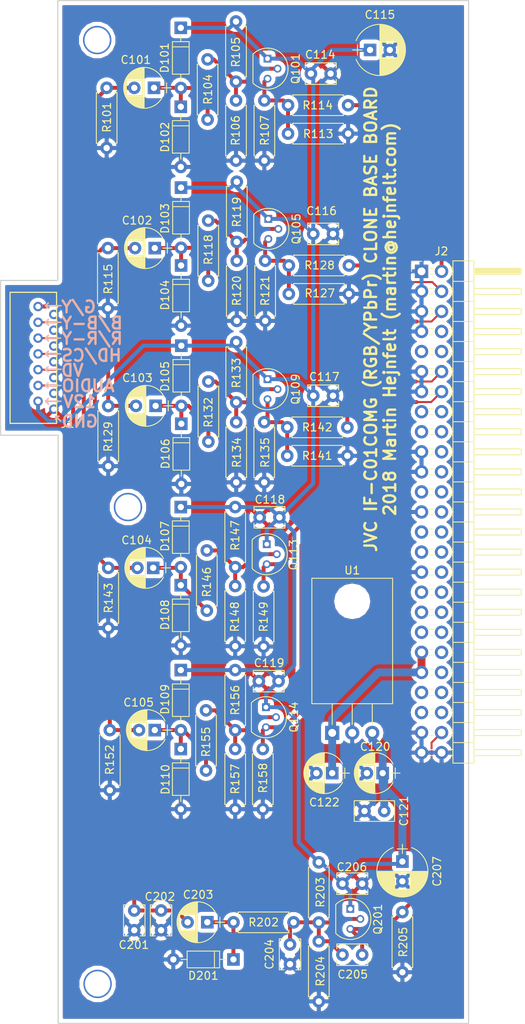
<source format=kicad_pcb>
(kicad_pcb (version 4) (host pcbnew 4.0.7-e2-6376~61~ubuntu18.04.1)

  (general
    (links 160)
    (no_connects 0)
    (area 157.874999 30.274999 217.375001 159.975001)
    (thickness 1.6)
    (drawings 58)
    (tracks 255)
    (zones 0)
    (modules 79)
    (nets 31)
  )

  (page A4)
  (layers
    (0 F.Cu signal)
    (31 B.Cu signal)
    (32 B.Adhes user hide)
    (33 F.Adhes user hide)
    (34 B.Paste user hide)
    (35 F.Paste user hide)
    (36 B.SilkS user)
    (37 F.SilkS user)
    (38 B.Mask user hide)
    (39 F.Mask user hide)
    (40 Dwgs.User user hide)
    (41 Cmts.User user hide)
    (42 Eco1.User user hide)
    (43 Eco2.User user hide)
    (44 Edge.Cuts user)
    (45 Margin user)
    (46 B.CrtYd user)
    (47 F.CrtYd user)
    (48 B.Fab user hide)
    (49 F.Fab user hide)
  )

  (setup
    (last_trace_width 0.5)
    (user_trace_width 0.25)
    (user_trace_width 1)
    (trace_clearance 0.2)
    (zone_clearance 0.508)
    (zone_45_only no)
    (trace_min 0.2)
    (segment_width 0.2)
    (edge_width 0.15)
    (via_size 0.8)
    (via_drill 0.5)
    (via_min_size 0.8)
    (via_min_drill 0.5)
    (uvia_size 0.3)
    (uvia_drill 0.1)
    (uvias_allowed no)
    (uvia_min_size 0.2)
    (uvia_min_drill 0.1)
    (pcb_text_width 0.3)
    (pcb_text_size 1.5 1.5)
    (mod_edge_width 0.15)
    (mod_text_size 1 1)
    (mod_text_width 0.15)
    (pad_size 3.6 3.6)
    (pad_drill 3.2)
    (pad_to_mask_clearance 0.2)
    (aux_axis_origin 0 0)
    (visible_elements FFFFFF7F)
    (pcbplotparams
      (layerselection 0x00030_80000001)
      (usegerberextensions false)
      (excludeedgelayer true)
      (linewidth 0.100000)
      (plotframeref false)
      (viasonmask false)
      (mode 1)
      (useauxorigin false)
      (hpglpennumber 1)
      (hpglpenspeed 20)
      (hpglpendiameter 15)
      (hpglpenoverlay 2)
      (psnegative false)
      (psa4output false)
      (plotreference true)
      (plotvalue true)
      (plotinvisibletext false)
      (padsonsilk false)
      (subtractmaskfromsilk false)
      (outputformat 1)
      (mirror false)
      (drillshape 1)
      (scaleselection 1)
      (outputdirectory ""))
  )

  (net 0 "")
  (net 1 "Net-(C101-Pad1)")
  (net 2 "Net-(C102-Pad1)")
  (net 3 "Net-(C103-Pad1)")
  (net 4 "Net-(C104-Pad1)")
  (net 5 "Net-(C105-Pad1)")
  (net 6 /VD)
  (net 7 GND)
  (net 8 +12V)
  (net 9 /VCC+14V)
  (net 10 /AUDIO)
  (net 11 "Net-(C203-Pad1)")
  (net 12 /AUDIO_)
  (net 13 /Y)
  (net 14 /B-Y)
  (net 15 /R-Y)
  (net 16 /HD)
  (net 17 /VD_)
  (net 18 /G/Y)
  (net 19 /B/B-Y)
  (net 20 /R/R-Y)
  (net 21 /HD/CS)
  (net 22 "Net-(C204-Pad2)")
  (net 23 "Net-(Q101-Pad2)")
  (net 24 "Net-(Q105-Pad2)")
  (net 25 "Net-(Q109-Pad2)")
  (net 26 "Net-(Q101-Pad3)")
  (net 27 "Net-(Q105-Pad3)")
  (net 28 "Net-(Q109-Pad3)")
  (net 29 "Net-(Q113-Pad2)")
  (net 30 "Net-(Q114-Pad2)")

  (net_class Default "This is the default net class."
    (clearance 0.2)
    (trace_width 0.5)
    (via_dia 0.8)
    (via_drill 0.5)
    (uvia_dia 0.3)
    (uvia_drill 0.1)
    (add_net +12V)
    (add_net /AUDIO)
    (add_net /AUDIO_)
    (add_net /B-Y)
    (add_net /B/B-Y)
    (add_net /G/Y)
    (add_net /HD)
    (add_net /HD/CS)
    (add_net /R-Y)
    (add_net /R/R-Y)
    (add_net /VCC+14V)
    (add_net /VD)
    (add_net /VD_)
    (add_net /Y)
    (add_net GND)
    (add_net "Net-(C101-Pad1)")
    (add_net "Net-(C102-Pad1)")
    (add_net "Net-(C103-Pad1)")
    (add_net "Net-(C104-Pad1)")
    (add_net "Net-(C105-Pad1)")
    (add_net "Net-(C203-Pad1)")
    (add_net "Net-(C204-Pad2)")
    (add_net "Net-(Q101-Pad2)")
    (add_net "Net-(Q101-Pad3)")
    (add_net "Net-(Q105-Pad2)")
    (add_net "Net-(Q105-Pad3)")
    (add_net "Net-(Q109-Pad2)")
    (add_net "Net-(Q109-Pad3)")
    (add_net "Net-(Q113-Pad2)")
    (add_net "Net-(Q114-Pad2)")
  )

  (module fpc-tht-14p:FPC-THT-14P (layer F.Cu) (tedit 5B16D2B3) (tstamp 5B11CB4F)
    (at 163.7 75.6 270)
    (path /5AAEE89C)
    (fp_text reference J1 (at 8.35 -2.75 360) (layer F.SilkS)
      (effects (font (size 1 1) (thickness 0.15)))
    )
    (fp_text value HLW14R-2C7LF (at -2.7 3.65 270) (layer F.Fab)
      (effects (font (size 1 1) (thickness 0.15)))
    )
    (fp_line (start -8.3 -1.35) (end -8.3 4.55) (layer F.SilkS) (width 0.15))
    (fp_line (start -8.3 4.55) (end 8.3 4.55) (layer F.SilkS) (width 0.15))
    (fp_line (start 8.3 -1.35) (end 8.3 4.55) (layer F.SilkS) (width 0.15))
    (fp_line (start -8.3 -1.35) (end 8.3 -1.35) (layer F.SilkS) (width 0.15))
    (pad 1 thru_hole circle (at -6.5 1 270) (size 1.2 1.2) (drill 0.7) (layers *.Cu *.Mask)
      (net 18 /G/Y))
    (pad 3 thru_hole circle (at -4.5 1 270) (size 1.2 1.2) (drill 0.7) (layers *.Cu *.Mask)
      (net 19 /B/B-Y))
    (pad 5 thru_hole circle (at -2.5 1 270) (size 1.2 1.2) (drill 0.7) (layers *.Cu *.Mask)
      (net 20 /R/R-Y))
    (pad 7 thru_hole circle (at -0.5 1 270) (size 1.2 1.2) (drill 0.7) (layers *.Cu *.Mask)
      (net 21 /HD/CS))
    (pad 9 thru_hole circle (at 1.5 1 270) (size 1.2 1.2) (drill 0.7) (layers *.Cu *.Mask)
      (net 6 /VD))
    (pad 11 thru_hole circle (at 3.5 1 270) (size 1.2 1.2) (drill 0.7) (layers *.Cu *.Mask)
      (net 10 /AUDIO))
    (pad 13 thru_hole circle (at 5.5 1 270) (size 1.2 1.2) (drill 0.7) (layers *.Cu *.Mask)
      (net 8 +12V))
    (pad 2 thru_hole circle (at -5.5 -1 270) (size 1.2 1.2) (drill 0.7) (layers *.Cu *.Mask)
      (net 7 GND))
    (pad 4 thru_hole circle (at -3.5 -1 270) (size 1.2 1.2) (drill 0.7) (layers *.Cu *.Mask)
      (net 7 GND))
    (pad 6 thru_hole circle (at -1.5 -1 270) (size 1.2 1.2) (drill 0.7) (layers *.Cu *.Mask)
      (net 7 GND))
    (pad 8 thru_hole circle (at 0.5 -1 270) (size 1.2 1.2) (drill 0.7) (layers *.Cu *.Mask)
      (net 7 GND))
    (pad 10 thru_hole circle (at 2.5 -1 270) (size 1.2 1.2) (drill 0.7) (layers *.Cu *.Mask)
      (net 7 GND))
    (pad 12 thru_hole circle (at 4.5 -1 270) (size 1.2 1.2) (drill 0.7) (layers *.Cu *.Mask)
      (net 7 GND))
    (pad 14 thru_hole circle (at 6.5 -1 270) (size 1.2 1.2) (drill 0.7) (layers *.Cu *.Mask)
      (net 7 GND))
  )

  (module Pin_Headers:Pin_Header_Angled_2x25_Pitch2.54mm (layer F.Cu) (tedit 5B16F678) (tstamp 5AA8571A)
    (at 211.328 64.643)
    (descr "Through hole angled pin header, 2x25, 2.54mm pitch, 6mm pin length, double rows")
    (tags "Through hole angled pin header THT 2x25 2.54mm double row")
    (path /5AAA16B3)
    (fp_text reference J2 (at 2.522 -2.543) (layer F.SilkS)
      (effects (font (size 1 1) (thickness 0.15)))
    )
    (fp_text value CONN_02X25 (at 5.655 63.23) (layer F.Fab)
      (effects (font (size 1 1) (thickness 0.15)))
    )
    (fp_line (start 4.675 -1.27) (end 6.58 -1.27) (layer F.Fab) (width 0.1))
    (fp_line (start 6.58 -1.27) (end 6.58 62.23) (layer F.Fab) (width 0.1))
    (fp_line (start 6.58 62.23) (end 4.04 62.23) (layer F.Fab) (width 0.1))
    (fp_line (start 4.04 62.23) (end 4.04 -0.635) (layer F.Fab) (width 0.1))
    (fp_line (start 4.04 -0.635) (end 4.675 -1.27) (layer F.Fab) (width 0.1))
    (fp_line (start -0.32 -0.32) (end 4.04 -0.32) (layer F.Fab) (width 0.1))
    (fp_line (start -0.32 -0.32) (end -0.32 0.32) (layer F.Fab) (width 0.1))
    (fp_line (start -0.32 0.32) (end 4.04 0.32) (layer F.Fab) (width 0.1))
    (fp_line (start 6.58 -0.32) (end 12.58 -0.32) (layer F.Fab) (width 0.1))
    (fp_line (start 12.58 -0.32) (end 12.58 0.32) (layer F.Fab) (width 0.1))
    (fp_line (start 6.58 0.32) (end 12.58 0.32) (layer F.Fab) (width 0.1))
    (fp_line (start -0.32 2.22) (end 4.04 2.22) (layer F.Fab) (width 0.1))
    (fp_line (start -0.32 2.22) (end -0.32 2.86) (layer F.Fab) (width 0.1))
    (fp_line (start -0.32 2.86) (end 4.04 2.86) (layer F.Fab) (width 0.1))
    (fp_line (start 6.58 2.22) (end 12.58 2.22) (layer F.Fab) (width 0.1))
    (fp_line (start 12.58 2.22) (end 12.58 2.86) (layer F.Fab) (width 0.1))
    (fp_line (start 6.58 2.86) (end 12.58 2.86) (layer F.Fab) (width 0.1))
    (fp_line (start -0.32 4.76) (end 4.04 4.76) (layer F.Fab) (width 0.1))
    (fp_line (start -0.32 4.76) (end -0.32 5.4) (layer F.Fab) (width 0.1))
    (fp_line (start -0.32 5.4) (end 4.04 5.4) (layer F.Fab) (width 0.1))
    (fp_line (start 6.58 4.76) (end 12.58 4.76) (layer F.Fab) (width 0.1))
    (fp_line (start 12.58 4.76) (end 12.58 5.4) (layer F.Fab) (width 0.1))
    (fp_line (start 6.58 5.4) (end 12.58 5.4) (layer F.Fab) (width 0.1))
    (fp_line (start -0.32 7.3) (end 4.04 7.3) (layer F.Fab) (width 0.1))
    (fp_line (start -0.32 7.3) (end -0.32 7.94) (layer F.Fab) (width 0.1))
    (fp_line (start -0.32 7.94) (end 4.04 7.94) (layer F.Fab) (width 0.1))
    (fp_line (start 6.58 7.3) (end 12.58 7.3) (layer F.Fab) (width 0.1))
    (fp_line (start 12.58 7.3) (end 12.58 7.94) (layer F.Fab) (width 0.1))
    (fp_line (start 6.58 7.94) (end 12.58 7.94) (layer F.Fab) (width 0.1))
    (fp_line (start -0.32 9.84) (end 4.04 9.84) (layer F.Fab) (width 0.1))
    (fp_line (start -0.32 9.84) (end -0.32 10.48) (layer F.Fab) (width 0.1))
    (fp_line (start -0.32 10.48) (end 4.04 10.48) (layer F.Fab) (width 0.1))
    (fp_line (start 6.58 9.84) (end 12.58 9.84) (layer F.Fab) (width 0.1))
    (fp_line (start 12.58 9.84) (end 12.58 10.48) (layer F.Fab) (width 0.1))
    (fp_line (start 6.58 10.48) (end 12.58 10.48) (layer F.Fab) (width 0.1))
    (fp_line (start -0.32 12.38) (end 4.04 12.38) (layer F.Fab) (width 0.1))
    (fp_line (start -0.32 12.38) (end -0.32 13.02) (layer F.Fab) (width 0.1))
    (fp_line (start -0.32 13.02) (end 4.04 13.02) (layer F.Fab) (width 0.1))
    (fp_line (start 6.58 12.38) (end 12.58 12.38) (layer F.Fab) (width 0.1))
    (fp_line (start 12.58 12.38) (end 12.58 13.02) (layer F.Fab) (width 0.1))
    (fp_line (start 6.58 13.02) (end 12.58 13.02) (layer F.Fab) (width 0.1))
    (fp_line (start -0.32 14.92) (end 4.04 14.92) (layer F.Fab) (width 0.1))
    (fp_line (start -0.32 14.92) (end -0.32 15.56) (layer F.Fab) (width 0.1))
    (fp_line (start -0.32 15.56) (end 4.04 15.56) (layer F.Fab) (width 0.1))
    (fp_line (start 6.58 14.92) (end 12.58 14.92) (layer F.Fab) (width 0.1))
    (fp_line (start 12.58 14.92) (end 12.58 15.56) (layer F.Fab) (width 0.1))
    (fp_line (start 6.58 15.56) (end 12.58 15.56) (layer F.Fab) (width 0.1))
    (fp_line (start -0.32 17.46) (end 4.04 17.46) (layer F.Fab) (width 0.1))
    (fp_line (start -0.32 17.46) (end -0.32 18.1) (layer F.Fab) (width 0.1))
    (fp_line (start -0.32 18.1) (end 4.04 18.1) (layer F.Fab) (width 0.1))
    (fp_line (start 6.58 17.46) (end 12.58 17.46) (layer F.Fab) (width 0.1))
    (fp_line (start 12.58 17.46) (end 12.58 18.1) (layer F.Fab) (width 0.1))
    (fp_line (start 6.58 18.1) (end 12.58 18.1) (layer F.Fab) (width 0.1))
    (fp_line (start -0.32 20) (end 4.04 20) (layer F.Fab) (width 0.1))
    (fp_line (start -0.32 20) (end -0.32 20.64) (layer F.Fab) (width 0.1))
    (fp_line (start -0.32 20.64) (end 4.04 20.64) (layer F.Fab) (width 0.1))
    (fp_line (start 6.58 20) (end 12.58 20) (layer F.Fab) (width 0.1))
    (fp_line (start 12.58 20) (end 12.58 20.64) (layer F.Fab) (width 0.1))
    (fp_line (start 6.58 20.64) (end 12.58 20.64) (layer F.Fab) (width 0.1))
    (fp_line (start -0.32 22.54) (end 4.04 22.54) (layer F.Fab) (width 0.1))
    (fp_line (start -0.32 22.54) (end -0.32 23.18) (layer F.Fab) (width 0.1))
    (fp_line (start -0.32 23.18) (end 4.04 23.18) (layer F.Fab) (width 0.1))
    (fp_line (start 6.58 22.54) (end 12.58 22.54) (layer F.Fab) (width 0.1))
    (fp_line (start 12.58 22.54) (end 12.58 23.18) (layer F.Fab) (width 0.1))
    (fp_line (start 6.58 23.18) (end 12.58 23.18) (layer F.Fab) (width 0.1))
    (fp_line (start -0.32 25.08) (end 4.04 25.08) (layer F.Fab) (width 0.1))
    (fp_line (start -0.32 25.08) (end -0.32 25.72) (layer F.Fab) (width 0.1))
    (fp_line (start -0.32 25.72) (end 4.04 25.72) (layer F.Fab) (width 0.1))
    (fp_line (start 6.58 25.08) (end 12.58 25.08) (layer F.Fab) (width 0.1))
    (fp_line (start 12.58 25.08) (end 12.58 25.72) (layer F.Fab) (width 0.1))
    (fp_line (start 6.58 25.72) (end 12.58 25.72) (layer F.Fab) (width 0.1))
    (fp_line (start -0.32 27.62) (end 4.04 27.62) (layer F.Fab) (width 0.1))
    (fp_line (start -0.32 27.62) (end -0.32 28.26) (layer F.Fab) (width 0.1))
    (fp_line (start -0.32 28.26) (end 4.04 28.26) (layer F.Fab) (width 0.1))
    (fp_line (start 6.58 27.62) (end 12.58 27.62) (layer F.Fab) (width 0.1))
    (fp_line (start 12.58 27.62) (end 12.58 28.26) (layer F.Fab) (width 0.1))
    (fp_line (start 6.58 28.26) (end 12.58 28.26) (layer F.Fab) (width 0.1))
    (fp_line (start -0.32 30.16) (end 4.04 30.16) (layer F.Fab) (width 0.1))
    (fp_line (start -0.32 30.16) (end -0.32 30.8) (layer F.Fab) (width 0.1))
    (fp_line (start -0.32 30.8) (end 4.04 30.8) (layer F.Fab) (width 0.1))
    (fp_line (start 6.58 30.16) (end 12.58 30.16) (layer F.Fab) (width 0.1))
    (fp_line (start 12.58 30.16) (end 12.58 30.8) (layer F.Fab) (width 0.1))
    (fp_line (start 6.58 30.8) (end 12.58 30.8) (layer F.Fab) (width 0.1))
    (fp_line (start -0.32 32.7) (end 4.04 32.7) (layer F.Fab) (width 0.1))
    (fp_line (start -0.32 32.7) (end -0.32 33.34) (layer F.Fab) (width 0.1))
    (fp_line (start -0.32 33.34) (end 4.04 33.34) (layer F.Fab) (width 0.1))
    (fp_line (start 6.58 32.7) (end 12.58 32.7) (layer F.Fab) (width 0.1))
    (fp_line (start 12.58 32.7) (end 12.58 33.34) (layer F.Fab) (width 0.1))
    (fp_line (start 6.58 33.34) (end 12.58 33.34) (layer F.Fab) (width 0.1))
    (fp_line (start -0.32 35.24) (end 4.04 35.24) (layer F.Fab) (width 0.1))
    (fp_line (start -0.32 35.24) (end -0.32 35.88) (layer F.Fab) (width 0.1))
    (fp_line (start -0.32 35.88) (end 4.04 35.88) (layer F.Fab) (width 0.1))
    (fp_line (start 6.58 35.24) (end 12.58 35.24) (layer F.Fab) (width 0.1))
    (fp_line (start 12.58 35.24) (end 12.58 35.88) (layer F.Fab) (width 0.1))
    (fp_line (start 6.58 35.88) (end 12.58 35.88) (layer F.Fab) (width 0.1))
    (fp_line (start -0.32 37.78) (end 4.04 37.78) (layer F.Fab) (width 0.1))
    (fp_line (start -0.32 37.78) (end -0.32 38.42) (layer F.Fab) (width 0.1))
    (fp_line (start -0.32 38.42) (end 4.04 38.42) (layer F.Fab) (width 0.1))
    (fp_line (start 6.58 37.78) (end 12.58 37.78) (layer F.Fab) (width 0.1))
    (fp_line (start 12.58 37.78) (end 12.58 38.42) (layer F.Fab) (width 0.1))
    (fp_line (start 6.58 38.42) (end 12.58 38.42) (layer F.Fab) (width 0.1))
    (fp_line (start -0.32 40.32) (end 4.04 40.32) (layer F.Fab) (width 0.1))
    (fp_line (start -0.32 40.32) (end -0.32 40.96) (layer F.Fab) (width 0.1))
    (fp_line (start -0.32 40.96) (end 4.04 40.96) (layer F.Fab) (width 0.1))
    (fp_line (start 6.58 40.32) (end 12.58 40.32) (layer F.Fab) (width 0.1))
    (fp_line (start 12.58 40.32) (end 12.58 40.96) (layer F.Fab) (width 0.1))
    (fp_line (start 6.58 40.96) (end 12.58 40.96) (layer F.Fab) (width 0.1))
    (fp_line (start -0.32 42.86) (end 4.04 42.86) (layer F.Fab) (width 0.1))
    (fp_line (start -0.32 42.86) (end -0.32 43.5) (layer F.Fab) (width 0.1))
    (fp_line (start -0.32 43.5) (end 4.04 43.5) (layer F.Fab) (width 0.1))
    (fp_line (start 6.58 42.86) (end 12.58 42.86) (layer F.Fab) (width 0.1))
    (fp_line (start 12.58 42.86) (end 12.58 43.5) (layer F.Fab) (width 0.1))
    (fp_line (start 6.58 43.5) (end 12.58 43.5) (layer F.Fab) (width 0.1))
    (fp_line (start -0.32 45.4) (end 4.04 45.4) (layer F.Fab) (width 0.1))
    (fp_line (start -0.32 45.4) (end -0.32 46.04) (layer F.Fab) (width 0.1))
    (fp_line (start -0.32 46.04) (end 4.04 46.04) (layer F.Fab) (width 0.1))
    (fp_line (start 6.58 45.4) (end 12.58 45.4) (layer F.Fab) (width 0.1))
    (fp_line (start 12.58 45.4) (end 12.58 46.04) (layer F.Fab) (width 0.1))
    (fp_line (start 6.58 46.04) (end 12.58 46.04) (layer F.Fab) (width 0.1))
    (fp_line (start -0.32 47.94) (end 4.04 47.94) (layer F.Fab) (width 0.1))
    (fp_line (start -0.32 47.94) (end -0.32 48.58) (layer F.Fab) (width 0.1))
    (fp_line (start -0.32 48.58) (end 4.04 48.58) (layer F.Fab) (width 0.1))
    (fp_line (start 6.58 47.94) (end 12.58 47.94) (layer F.Fab) (width 0.1))
    (fp_line (start 12.58 47.94) (end 12.58 48.58) (layer F.Fab) (width 0.1))
    (fp_line (start 6.58 48.58) (end 12.58 48.58) (layer F.Fab) (width 0.1))
    (fp_line (start -0.32 50.48) (end 4.04 50.48) (layer F.Fab) (width 0.1))
    (fp_line (start -0.32 50.48) (end -0.32 51.12) (layer F.Fab) (width 0.1))
    (fp_line (start -0.32 51.12) (end 4.04 51.12) (layer F.Fab) (width 0.1))
    (fp_line (start 6.58 50.48) (end 12.58 50.48) (layer F.Fab) (width 0.1))
    (fp_line (start 12.58 50.48) (end 12.58 51.12) (layer F.Fab) (width 0.1))
    (fp_line (start 6.58 51.12) (end 12.58 51.12) (layer F.Fab) (width 0.1))
    (fp_line (start -0.32 53.02) (end 4.04 53.02) (layer F.Fab) (width 0.1))
    (fp_line (start -0.32 53.02) (end -0.32 53.66) (layer F.Fab) (width 0.1))
    (fp_line (start -0.32 53.66) (end 4.04 53.66) (layer F.Fab) (width 0.1))
    (fp_line (start 6.58 53.02) (end 12.58 53.02) (layer F.Fab) (width 0.1))
    (fp_line (start 12.58 53.02) (end 12.58 53.66) (layer F.Fab) (width 0.1))
    (fp_line (start 6.58 53.66) (end 12.58 53.66) (layer F.Fab) (width 0.1))
    (fp_line (start -0.32 55.56) (end 4.04 55.56) (layer F.Fab) (width 0.1))
    (fp_line (start -0.32 55.56) (end -0.32 56.2) (layer F.Fab) (width 0.1))
    (fp_line (start -0.32 56.2) (end 4.04 56.2) (layer F.Fab) (width 0.1))
    (fp_line (start 6.58 55.56) (end 12.58 55.56) (layer F.Fab) (width 0.1))
    (fp_line (start 12.58 55.56) (end 12.58 56.2) (layer F.Fab) (width 0.1))
    (fp_line (start 6.58 56.2) (end 12.58 56.2) (layer F.Fab) (width 0.1))
    (fp_line (start -0.32 58.1) (end 4.04 58.1) (layer F.Fab) (width 0.1))
    (fp_line (start -0.32 58.1) (end -0.32 58.74) (layer F.Fab) (width 0.1))
    (fp_line (start -0.32 58.74) (end 4.04 58.74) (layer F.Fab) (width 0.1))
    (fp_line (start 6.58 58.1) (end 12.58 58.1) (layer F.Fab) (width 0.1))
    (fp_line (start 12.58 58.1) (end 12.58 58.74) (layer F.Fab) (width 0.1))
    (fp_line (start 6.58 58.74) (end 12.58 58.74) (layer F.Fab) (width 0.1))
    (fp_line (start -0.32 60.64) (end 4.04 60.64) (layer F.Fab) (width 0.1))
    (fp_line (start -0.32 60.64) (end -0.32 61.28) (layer F.Fab) (width 0.1))
    (fp_line (start -0.32 61.28) (end 4.04 61.28) (layer F.Fab) (width 0.1))
    (fp_line (start 6.58 60.64) (end 12.58 60.64) (layer F.Fab) (width 0.1))
    (fp_line (start 12.58 60.64) (end 12.58 61.28) (layer F.Fab) (width 0.1))
    (fp_line (start 6.58 61.28) (end 12.58 61.28) (layer F.Fab) (width 0.1))
    (fp_line (start 3.98 -1.33) (end 3.98 62.29) (layer F.SilkS) (width 0.12))
    (fp_line (start 3.98 62.29) (end 6.64 62.29) (layer F.SilkS) (width 0.12))
    (fp_line (start 6.64 62.29) (end 6.64 -1.33) (layer F.SilkS) (width 0.12))
    (fp_line (start 6.64 -1.33) (end 3.98 -1.33) (layer F.SilkS) (width 0.12))
    (fp_line (start 6.64 -0.38) (end 12.64 -0.38) (layer F.SilkS) (width 0.12))
    (fp_line (start 12.64 -0.38) (end 12.64 0.38) (layer F.SilkS) (width 0.12))
    (fp_line (start 12.64 0.38) (end 6.64 0.38) (layer F.SilkS) (width 0.12))
    (fp_line (start 6.64 -0.32) (end 12.64 -0.32) (layer F.SilkS) (width 0.12))
    (fp_line (start 6.64 -0.2) (end 12.64 -0.2) (layer F.SilkS) (width 0.12))
    (fp_line (start 6.64 -0.08) (end 12.64 -0.08) (layer F.SilkS) (width 0.12))
    (fp_line (start 6.64 0.04) (end 12.64 0.04) (layer F.SilkS) (width 0.12))
    (fp_line (start 6.64 0.16) (end 12.64 0.16) (layer F.SilkS) (width 0.12))
    (fp_line (start 6.64 0.28) (end 12.64 0.28) (layer F.SilkS) (width 0.12))
    (fp_line (start 3.582929 -0.38) (end 3.98 -0.38) (layer F.SilkS) (width 0.12))
    (fp_line (start 3.582929 0.38) (end 3.98 0.38) (layer F.SilkS) (width 0.12))
    (fp_line (start 1.11 -0.38) (end 1.497071 -0.38) (layer F.SilkS) (width 0.12))
    (fp_line (start 1.11 0.38) (end 1.497071 0.38) (layer F.SilkS) (width 0.12))
    (fp_line (start 3.98 1.27) (end 6.64 1.27) (layer F.SilkS) (width 0.12))
    (fp_line (start 6.64 2.16) (end 12.64 2.16) (layer F.SilkS) (width 0.12))
    (fp_line (start 12.64 2.16) (end 12.64 2.92) (layer F.SilkS) (width 0.12))
    (fp_line (start 12.64 2.92) (end 6.64 2.92) (layer F.SilkS) (width 0.12))
    (fp_line (start 3.582929 2.16) (end 3.98 2.16) (layer F.SilkS) (width 0.12))
    (fp_line (start 3.582929 2.92) (end 3.98 2.92) (layer F.SilkS) (width 0.12))
    (fp_line (start 1.042929 2.16) (end 1.497071 2.16) (layer F.SilkS) (width 0.12))
    (fp_line (start 1.042929 2.92) (end 1.497071 2.92) (layer F.SilkS) (width 0.12))
    (fp_line (start 3.98 3.81) (end 6.64 3.81) (layer F.SilkS) (width 0.12))
    (fp_line (start 6.64 4.7) (end 12.64 4.7) (layer F.SilkS) (width 0.12))
    (fp_line (start 12.64 4.7) (end 12.64 5.46) (layer F.SilkS) (width 0.12))
    (fp_line (start 12.64 5.46) (end 6.64 5.46) (layer F.SilkS) (width 0.12))
    (fp_line (start 3.582929 4.7) (end 3.98 4.7) (layer F.SilkS) (width 0.12))
    (fp_line (start 3.582929 5.46) (end 3.98 5.46) (layer F.SilkS) (width 0.12))
    (fp_line (start 1.042929 4.7) (end 1.497071 4.7) (layer F.SilkS) (width 0.12))
    (fp_line (start 1.042929 5.46) (end 1.497071 5.46) (layer F.SilkS) (width 0.12))
    (fp_line (start 3.98 6.35) (end 6.64 6.35) (layer F.SilkS) (width 0.12))
    (fp_line (start 6.64 7.24) (end 12.64 7.24) (layer F.SilkS) (width 0.12))
    (fp_line (start 12.64 7.24) (end 12.64 8) (layer F.SilkS) (width 0.12))
    (fp_line (start 12.64 8) (end 6.64 8) (layer F.SilkS) (width 0.12))
    (fp_line (start 3.582929 7.24) (end 3.98 7.24) (layer F.SilkS) (width 0.12))
    (fp_line (start 3.582929 8) (end 3.98 8) (layer F.SilkS) (width 0.12))
    (fp_line (start 1.042929 7.24) (end 1.497071 7.24) (layer F.SilkS) (width 0.12))
    (fp_line (start 1.042929 8) (end 1.497071 8) (layer F.SilkS) (width 0.12))
    (fp_line (start 3.98 8.89) (end 6.64 8.89) (layer F.SilkS) (width 0.12))
    (fp_line (start 6.64 9.78) (end 12.64 9.78) (layer F.SilkS) (width 0.12))
    (fp_line (start 12.64 9.78) (end 12.64 10.54) (layer F.SilkS) (width 0.12))
    (fp_line (start 12.64 10.54) (end 6.64 10.54) (layer F.SilkS) (width 0.12))
    (fp_line (start 3.582929 9.78) (end 3.98 9.78) (layer F.SilkS) (width 0.12))
    (fp_line (start 3.582929 10.54) (end 3.98 10.54) (layer F.SilkS) (width 0.12))
    (fp_line (start 1.042929 9.78) (end 1.497071 9.78) (layer F.SilkS) (width 0.12))
    (fp_line (start 1.042929 10.54) (end 1.497071 10.54) (layer F.SilkS) (width 0.12))
    (fp_line (start 3.98 11.43) (end 6.64 11.43) (layer F.SilkS) (width 0.12))
    (fp_line (start 6.64 12.32) (end 12.64 12.32) (layer F.SilkS) (width 0.12))
    (fp_line (start 12.64 12.32) (end 12.64 13.08) (layer F.SilkS) (width 0.12))
    (fp_line (start 12.64 13.08) (end 6.64 13.08) (layer F.SilkS) (width 0.12))
    (fp_line (start 3.582929 12.32) (end 3.98 12.32) (layer F.SilkS) (width 0.12))
    (fp_line (start 3.582929 13.08) (end 3.98 13.08) (layer F.SilkS) (width 0.12))
    (fp_line (start 1.042929 12.32) (end 1.497071 12.32) (layer F.SilkS) (width 0.12))
    (fp_line (start 1.042929 13.08) (end 1.497071 13.08) (layer F.SilkS) (width 0.12))
    (fp_line (start 3.98 13.97) (end 6.64 13.97) (layer F.SilkS) (width 0.12))
    (fp_line (start 6.64 14.86) (end 12.64 14.86) (layer F.SilkS) (width 0.12))
    (fp_line (start 12.64 14.86) (end 12.64 15.62) (layer F.SilkS) (width 0.12))
    (fp_line (start 12.64 15.62) (end 6.64 15.62) (layer F.SilkS) (width 0.12))
    (fp_line (start 3.582929 14.86) (end 3.98 14.86) (layer F.SilkS) (width 0.12))
    (fp_line (start 3.582929 15.62) (end 3.98 15.62) (layer F.SilkS) (width 0.12))
    (fp_line (start 1.042929 14.86) (end 1.497071 14.86) (layer F.SilkS) (width 0.12))
    (fp_line (start 1.042929 15.62) (end 1.497071 15.62) (layer F.SilkS) (width 0.12))
    (fp_line (start 3.98 16.51) (end 6.64 16.51) (layer F.SilkS) (width 0.12))
    (fp_line (start 6.64 17.4) (end 12.64 17.4) (layer F.SilkS) (width 0.12))
    (fp_line (start 12.64 17.4) (end 12.64 18.16) (layer F.SilkS) (width 0.12))
    (fp_line (start 12.64 18.16) (end 6.64 18.16) (layer F.SilkS) (width 0.12))
    (fp_line (start 3.582929 17.4) (end 3.98 17.4) (layer F.SilkS) (width 0.12))
    (fp_line (start 3.582929 18.16) (end 3.98 18.16) (layer F.SilkS) (width 0.12))
    (fp_line (start 1.042929 17.4) (end 1.497071 17.4) (layer F.SilkS) (width 0.12))
    (fp_line (start 1.042929 18.16) (end 1.497071 18.16) (layer F.SilkS) (width 0.12))
    (fp_line (start 3.98 19.05) (end 6.64 19.05) (layer F.SilkS) (width 0.12))
    (fp_line (start 6.64 19.94) (end 12.64 19.94) (layer F.SilkS) (width 0.12))
    (fp_line (start 12.64 19.94) (end 12.64 20.7) (layer F.SilkS) (width 0.12))
    (fp_line (start 12.64 20.7) (end 6.64 20.7) (layer F.SilkS) (width 0.12))
    (fp_line (start 3.582929 19.94) (end 3.98 19.94) (layer F.SilkS) (width 0.12))
    (fp_line (start 3.582929 20.7) (end 3.98 20.7) (layer F.SilkS) (width 0.12))
    (fp_line (start 1.042929 19.94) (end 1.497071 19.94) (layer F.SilkS) (width 0.12))
    (fp_line (start 1.042929 20.7) (end 1.497071 20.7) (layer F.SilkS) (width 0.12))
    (fp_line (start 3.98 21.59) (end 6.64 21.59) (layer F.SilkS) (width 0.12))
    (fp_line (start 6.64 22.48) (end 12.64 22.48) (layer F.SilkS) (width 0.12))
    (fp_line (start 12.64 22.48) (end 12.64 23.24) (layer F.SilkS) (width 0.12))
    (fp_line (start 12.64 23.24) (end 6.64 23.24) (layer F.SilkS) (width 0.12))
    (fp_line (start 3.582929 22.48) (end 3.98 22.48) (layer F.SilkS) (width 0.12))
    (fp_line (start 3.582929 23.24) (end 3.98 23.24) (layer F.SilkS) (width 0.12))
    (fp_line (start 1.042929 22.48) (end 1.497071 22.48) (layer F.SilkS) (width 0.12))
    (fp_line (start 1.042929 23.24) (end 1.497071 23.24) (layer F.SilkS) (width 0.12))
    (fp_line (start 3.98 24.13) (end 6.64 24.13) (layer F.SilkS) (width 0.12))
    (fp_line (start 6.64 25.02) (end 12.64 25.02) (layer F.SilkS) (width 0.12))
    (fp_line (start 12.64 25.02) (end 12.64 25.78) (layer F.SilkS) (width 0.12))
    (fp_line (start 12.64 25.78) (end 6.64 25.78) (layer F.SilkS) (width 0.12))
    (fp_line (start 3.582929 25.02) (end 3.98 25.02) (layer F.SilkS) (width 0.12))
    (fp_line (start 3.582929 25.78) (end 3.98 25.78) (layer F.SilkS) (width 0.12))
    (fp_line (start 1.042929 25.02) (end 1.497071 25.02) (layer F.SilkS) (width 0.12))
    (fp_line (start 1.042929 25.78) (end 1.497071 25.78) (layer F.SilkS) (width 0.12))
    (fp_line (start 3.98 26.67) (end 6.64 26.67) (layer F.SilkS) (width 0.12))
    (fp_line (start 6.64 27.56) (end 12.64 27.56) (layer F.SilkS) (width 0.12))
    (fp_line (start 12.64 27.56) (end 12.64 28.32) (layer F.SilkS) (width 0.12))
    (fp_line (start 12.64 28.32) (end 6.64 28.32) (layer F.SilkS) (width 0.12))
    (fp_line (start 3.582929 27.56) (end 3.98 27.56) (layer F.SilkS) (width 0.12))
    (fp_line (start 3.582929 28.32) (end 3.98 28.32) (layer F.SilkS) (width 0.12))
    (fp_line (start 1.042929 27.56) (end 1.497071 27.56) (layer F.SilkS) (width 0.12))
    (fp_line (start 1.042929 28.32) (end 1.497071 28.32) (layer F.SilkS) (width 0.12))
    (fp_line (start 3.98 29.21) (end 6.64 29.21) (layer F.SilkS) (width 0.12))
    (fp_line (start 6.64 30.1) (end 12.64 30.1) (layer F.SilkS) (width 0.12))
    (fp_line (start 12.64 30.1) (end 12.64 30.86) (layer F.SilkS) (width 0.12))
    (fp_line (start 12.64 30.86) (end 6.64 30.86) (layer F.SilkS) (width 0.12))
    (fp_line (start 3.582929 30.1) (end 3.98 30.1) (layer F.SilkS) (width 0.12))
    (fp_line (start 3.582929 30.86) (end 3.98 30.86) (layer F.SilkS) (width 0.12))
    (fp_line (start 1.042929 30.1) (end 1.497071 30.1) (layer F.SilkS) (width 0.12))
    (fp_line (start 1.042929 30.86) (end 1.497071 30.86) (layer F.SilkS) (width 0.12))
    (fp_line (start 3.98 31.75) (end 6.64 31.75) (layer F.SilkS) (width 0.12))
    (fp_line (start 6.64 32.64) (end 12.64 32.64) (layer F.SilkS) (width 0.12))
    (fp_line (start 12.64 32.64) (end 12.64 33.4) (layer F.SilkS) (width 0.12))
    (fp_line (start 12.64 33.4) (end 6.64 33.4) (layer F.SilkS) (width 0.12))
    (fp_line (start 3.582929 32.64) (end 3.98 32.64) (layer F.SilkS) (width 0.12))
    (fp_line (start 3.582929 33.4) (end 3.98 33.4) (layer F.SilkS) (width 0.12))
    (fp_line (start 1.042929 32.64) (end 1.497071 32.64) (layer F.SilkS) (width 0.12))
    (fp_line (start 1.042929 33.4) (end 1.497071 33.4) (layer F.SilkS) (width 0.12))
    (fp_line (start 3.98 34.29) (end 6.64 34.29) (layer F.SilkS) (width 0.12))
    (fp_line (start 6.64 35.18) (end 12.64 35.18) (layer F.SilkS) (width 0.12))
    (fp_line (start 12.64 35.18) (end 12.64 35.94) (layer F.SilkS) (width 0.12))
    (fp_line (start 12.64 35.94) (end 6.64 35.94) (layer F.SilkS) (width 0.12))
    (fp_line (start 3.582929 35.18) (end 3.98 35.18) (layer F.SilkS) (width 0.12))
    (fp_line (start 3.582929 35.94) (end 3.98 35.94) (layer F.SilkS) (width 0.12))
    (fp_line (start 1.042929 35.18) (end 1.497071 35.18) (layer F.SilkS) (width 0.12))
    (fp_line (start 1.042929 35.94) (end 1.497071 35.94) (layer F.SilkS) (width 0.12))
    (fp_line (start 3.98 36.83) (end 6.64 36.83) (layer F.SilkS) (width 0.12))
    (fp_line (start 6.64 37.72) (end 12.64 37.72) (layer F.SilkS) (width 0.12))
    (fp_line (start 12.64 37.72) (end 12.64 38.48) (layer F.SilkS) (width 0.12))
    (fp_line (start 12.64 38.48) (end 6.64 38.48) (layer F.SilkS) (width 0.12))
    (fp_line (start 3.582929 37.72) (end 3.98 37.72) (layer F.SilkS) (width 0.12))
    (fp_line (start 3.582929 38.48) (end 3.98 38.48) (layer F.SilkS) (width 0.12))
    (fp_line (start 1.042929 37.72) (end 1.497071 37.72) (layer F.SilkS) (width 0.12))
    (fp_line (start 1.042929 38.48) (end 1.497071 38.48) (layer F.SilkS) (width 0.12))
    (fp_line (start 3.98 39.37) (end 6.64 39.37) (layer F.SilkS) (width 0.12))
    (fp_line (start 6.64 40.26) (end 12.64 40.26) (layer F.SilkS) (width 0.12))
    (fp_line (start 12.64 40.26) (end 12.64 41.02) (layer F.SilkS) (width 0.12))
    (fp_line (start 12.64 41.02) (end 6.64 41.02) (layer F.SilkS) (width 0.12))
    (fp_line (start 3.582929 40.26) (end 3.98 40.26) (layer F.SilkS) (width 0.12))
    (fp_line (start 3.582929 41.02) (end 3.98 41.02) (layer F.SilkS) (width 0.12))
    (fp_line (start 1.042929 40.26) (end 1.497071 40.26) (layer F.SilkS) (width 0.12))
    (fp_line (start 1.042929 41.02) (end 1.497071 41.02) (layer F.SilkS) (width 0.12))
    (fp_line (start 3.98 41.91) (end 6.64 41.91) (layer F.SilkS) (width 0.12))
    (fp_line (start 6.64 42.8) (end 12.64 42.8) (layer F.SilkS) (width 0.12))
    (fp_line (start 12.64 42.8) (end 12.64 43.56) (layer F.SilkS) (width 0.12))
    (fp_line (start 12.64 43.56) (end 6.64 43.56) (layer F.SilkS) (width 0.12))
    (fp_line (start 3.582929 42.8) (end 3.98 42.8) (layer F.SilkS) (width 0.12))
    (fp_line (start 3.582929 43.56) (end 3.98 43.56) (layer F.SilkS) (width 0.12))
    (fp_line (start 1.042929 42.8) (end 1.497071 42.8) (layer F.SilkS) (width 0.12))
    (fp_line (start 1.042929 43.56) (end 1.497071 43.56) (layer F.SilkS) (width 0.12))
    (fp_line (start 3.98 44.45) (end 6.64 44.45) (layer F.SilkS) (width 0.12))
    (fp_line (start 6.64 45.34) (end 12.64 45.34) (layer F.SilkS) (width 0.12))
    (fp_line (start 12.64 45.34) (end 12.64 46.1) (layer F.SilkS) (width 0.12))
    (fp_line (start 12.64 46.1) (end 6.64 46.1) (layer F.SilkS) (width 0.12))
    (fp_line (start 3.582929 45.34) (end 3.98 45.34) (layer F.SilkS) (width 0.12))
    (fp_line (start 3.582929 46.1) (end 3.98 46.1) (layer F.SilkS) (width 0.12))
    (fp_line (start 1.042929 45.34) (end 1.497071 45.34) (layer F.SilkS) (width 0.12))
    (fp_line (start 1.042929 46.1) (end 1.497071 46.1) (layer F.SilkS) (width 0.12))
    (fp_line (start 3.98 46.99) (end 6.64 46.99) (layer F.SilkS) (width 0.12))
    (fp_line (start 6.64 47.88) (end 12.64 47.88) (layer F.SilkS) (width 0.12))
    (fp_line (start 12.64 47.88) (end 12.64 48.64) (layer F.SilkS) (width 0.12))
    (fp_line (start 12.64 48.64) (end 6.64 48.64) (layer F.SilkS) (width 0.12))
    (fp_line (start 3.582929 47.88) (end 3.98 47.88) (layer F.SilkS) (width 0.12))
    (fp_line (start 3.582929 48.64) (end 3.98 48.64) (layer F.SilkS) (width 0.12))
    (fp_line (start 1.042929 47.88) (end 1.497071 47.88) (layer F.SilkS) (width 0.12))
    (fp_line (start 1.042929 48.64) (end 1.497071 48.64) (layer F.SilkS) (width 0.12))
    (fp_line (start 3.98 49.53) (end 6.64 49.53) (layer F.SilkS) (width 0.12))
    (fp_line (start 6.64 50.42) (end 12.64 50.42) (layer F.SilkS) (width 0.12))
    (fp_line (start 12.64 50.42) (end 12.64 51.18) (layer F.SilkS) (width 0.12))
    (fp_line (start 12.64 51.18) (end 6.64 51.18) (layer F.SilkS) (width 0.12))
    (fp_line (start 3.582929 50.42) (end 3.98 50.42) (layer F.SilkS) (width 0.12))
    (fp_line (start 3.582929 51.18) (end 3.98 51.18) (layer F.SilkS) (width 0.12))
    (fp_line (start 1.042929 50.42) (end 1.497071 50.42) (layer F.SilkS) (width 0.12))
    (fp_line (start 1.042929 51.18) (end 1.497071 51.18) (layer F.SilkS) (width 0.12))
    (fp_line (start 3.98 52.07) (end 6.64 52.07) (layer F.SilkS) (width 0.12))
    (fp_line (start 6.64 52.96) (end 12.64 52.96) (layer F.SilkS) (width 0.12))
    (fp_line (start 12.64 52.96) (end 12.64 53.72) (layer F.SilkS) (width 0.12))
    (fp_line (start 12.64 53.72) (end 6.64 53.72) (layer F.SilkS) (width 0.12))
    (fp_line (start 3.582929 52.96) (end 3.98 52.96) (layer F.SilkS) (width 0.12))
    (fp_line (start 3.582929 53.72) (end 3.98 53.72) (layer F.SilkS) (width 0.12))
    (fp_line (start 1.042929 52.96) (end 1.497071 52.96) (layer F.SilkS) (width 0.12))
    (fp_line (start 1.042929 53.72) (end 1.497071 53.72) (layer F.SilkS) (width 0.12))
    (fp_line (start 3.98 54.61) (end 6.64 54.61) (layer F.SilkS) (width 0.12))
    (fp_line (start 6.64 55.5) (end 12.64 55.5) (layer F.SilkS) (width 0.12))
    (fp_line (start 12.64 55.5) (end 12.64 56.26) (layer F.SilkS) (width 0.12))
    (fp_line (start 12.64 56.26) (end 6.64 56.26) (layer F.SilkS) (width 0.12))
    (fp_line (start 3.582929 55.5) (end 3.98 55.5) (layer F.SilkS) (width 0.12))
    (fp_line (start 3.582929 56.26) (end 3.98 56.26) (layer F.SilkS) (width 0.12))
    (fp_line (start 1.042929 55.5) (end 1.497071 55.5) (layer F.SilkS) (width 0.12))
    (fp_line (start 1.042929 56.26) (end 1.497071 56.26) (layer F.SilkS) (width 0.12))
    (fp_line (start 3.98 57.15) (end 6.64 57.15) (layer F.SilkS) (width 0.12))
    (fp_line (start 6.64 58.04) (end 12.64 58.04) (layer F.SilkS) (width 0.12))
    (fp_line (start 12.64 58.04) (end 12.64 58.8) (layer F.SilkS) (width 0.12))
    (fp_line (start 12.64 58.8) (end 6.64 58.8) (layer F.SilkS) (width 0.12))
    (fp_line (start 3.582929 58.04) (end 3.98 58.04) (layer F.SilkS) (width 0.12))
    (fp_line (start 3.582929 58.8) (end 3.98 58.8) (layer F.SilkS) (width 0.12))
    (fp_line (start 1.042929 58.04) (end 1.497071 58.04) (layer F.SilkS) (width 0.12))
    (fp_line (start 1.042929 58.8) (end 1.497071 58.8) (layer F.SilkS) (width 0.12))
    (fp_line (start 3.98 59.69) (end 6.64 59.69) (layer F.SilkS) (width 0.12))
    (fp_line (start 6.64 60.58) (end 12.64 60.58) (layer F.SilkS) (width 0.12))
    (fp_line (start 12.64 60.58) (end 12.64 61.34) (layer F.SilkS) (width 0.12))
    (fp_line (start 12.64 61.34) (end 6.64 61.34) (layer F.SilkS) (width 0.12))
    (fp_line (start 3.582929 60.58) (end 3.98 60.58) (layer F.SilkS) (width 0.12))
    (fp_line (start 3.582929 61.34) (end 3.98 61.34) (layer F.SilkS) (width 0.12))
    (fp_line (start 1.042929 60.58) (end 1.497071 60.58) (layer F.SilkS) (width 0.12))
    (fp_line (start 1.042929 61.34) (end 1.497071 61.34) (layer F.SilkS) (width 0.12))
    (fp_line (start -1.27 0) (end -1.27 -1.27) (layer F.SilkS) (width 0.12))
    (fp_line (start -1.27 -1.27) (end 0 -1.27) (layer F.SilkS) (width 0.12))
    (fp_line (start -1.8 -1.8) (end -1.8 62.75) (layer F.CrtYd) (width 0.05))
    (fp_line (start -1.8 62.75) (end 13.1 62.75) (layer F.CrtYd) (width 0.05))
    (fp_line (start 13.1 62.75) (end 13.1 -1.8) (layer F.CrtYd) (width 0.05))
    (fp_line (start 13.1 -1.8) (end -1.8 -1.8) (layer F.CrtYd) (width 0.05))
    (fp_text user %R (at 5.31 30.48 90) (layer F.Fab)
      (effects (font (size 1 1) (thickness 0.15)))
    )
    (pad 1 thru_hole rect (at 0 0) (size 1.7 1.7) (drill 1) (layers *.Cu *.Mask)
      (net 7 GND))
    (pad 2 thru_hole oval (at 2.54 0) (size 1.7 1.7) (drill 1) (layers *.Cu *.Mask)
      (net 13 /Y))
    (pad 3 thru_hole oval (at 0 2.54) (size 1.7 1.7) (drill 1) (layers *.Cu *.Mask)
      (net 7 GND))
    (pad 4 thru_hole oval (at 2.54 2.54) (size 1.7 1.7) (drill 1) (layers *.Cu *.Mask)
      (net 14 /B-Y))
    (pad 5 thru_hole oval (at 0 5.08) (size 1.7 1.7) (drill 1) (layers *.Cu *.Mask)
      (net 7 GND))
    (pad 6 thru_hole oval (at 2.54 5.08) (size 1.7 1.7) (drill 1) (layers *.Cu *.Mask)
      (net 15 /R-Y))
    (pad 7 thru_hole oval (at 0 7.62) (size 1.7 1.7) (drill 1) (layers *.Cu *.Mask)
      (net 7 GND))
    (pad 8 thru_hole oval (at 2.54 7.62) (size 1.7 1.7) (drill 1) (layers *.Cu *.Mask))
    (pad 9 thru_hole oval (at 0 10.16) (size 1.7 1.7) (drill 1) (layers *.Cu *.Mask))
    (pad 10 thru_hole oval (at 2.54 10.16) (size 1.7 1.7) (drill 1) (layers *.Cu *.Mask))
    (pad 11 thru_hole oval (at 0 12.7) (size 1.7 1.7) (drill 1) (layers *.Cu *.Mask)
      (net 7 GND))
    (pad 12 thru_hole oval (at 2.54 12.7) (size 1.7 1.7) (drill 1) (layers *.Cu *.Mask)
      (net 16 /HD))
    (pad 13 thru_hole oval (at 0 15.24) (size 1.7 1.7) (drill 1) (layers *.Cu *.Mask)
      (net 7 GND))
    (pad 14 thru_hole oval (at 2.54 15.24) (size 1.7 1.7) (drill 1) (layers *.Cu *.Mask)
      (net 17 /VD_))
    (pad 15 thru_hole oval (at 0 17.78) (size 1.7 1.7) (drill 1) (layers *.Cu *.Mask))
    (pad 16 thru_hole oval (at 2.54 17.78) (size 1.7 1.7) (drill 1) (layers *.Cu *.Mask))
    (pad 17 thru_hole oval (at 0 20.32) (size 1.7 1.7) (drill 1) (layers *.Cu *.Mask))
    (pad 18 thru_hole oval (at 2.54 20.32) (size 1.7 1.7) (drill 1) (layers *.Cu *.Mask))
    (pad 19 thru_hole oval (at 0 22.86) (size 1.7 1.7) (drill 1) (layers *.Cu *.Mask)
      (net 7 GND))
    (pad 20 thru_hole oval (at 2.54 22.86) (size 1.7 1.7) (drill 1) (layers *.Cu *.Mask))
    (pad 21 thru_hole oval (at 0 25.4) (size 1.7 1.7) (drill 1) (layers *.Cu *.Mask)
      (net 7 GND))
    (pad 22 thru_hole oval (at 2.54 25.4) (size 1.7 1.7) (drill 1) (layers *.Cu *.Mask))
    (pad 23 thru_hole oval (at 0 27.94) (size 1.7 1.7) (drill 1) (layers *.Cu *.Mask))
    (pad 24 thru_hole oval (at 2.54 27.94) (size 1.7 1.7) (drill 1) (layers *.Cu *.Mask))
    (pad 25 thru_hole oval (at 0 30.48) (size 1.7 1.7) (drill 1) (layers *.Cu *.Mask)
      (net 7 GND))
    (pad 26 thru_hole oval (at 2.54 30.48) (size 1.7 1.7) (drill 1) (layers *.Cu *.Mask))
    (pad 27 thru_hole oval (at 0 33.02) (size 1.7 1.7) (drill 1) (layers *.Cu *.Mask))
    (pad 28 thru_hole oval (at 2.54 33.02) (size 1.7 1.7) (drill 1) (layers *.Cu *.Mask))
    (pad 29 thru_hole oval (at 0 35.56) (size 1.7 1.7) (drill 1) (layers *.Cu *.Mask))
    (pad 30 thru_hole oval (at 2.54 35.56) (size 1.7 1.7) (drill 1) (layers *.Cu *.Mask))
    (pad 31 thru_hole oval (at 0 38.1) (size 1.7 1.7) (drill 1) (layers *.Cu *.Mask)
      (net 7 GND))
    (pad 32 thru_hole oval (at 2.54 38.1) (size 1.7 1.7) (drill 1) (layers *.Cu *.Mask))
    (pad 33 thru_hole oval (at 0 40.64) (size 1.7 1.7) (drill 1) (layers *.Cu *.Mask))
    (pad 34 thru_hole oval (at 2.54 40.64) (size 1.7 1.7) (drill 1) (layers *.Cu *.Mask))
    (pad 35 thru_hole oval (at 0 43.18) (size 1.7 1.7) (drill 1) (layers *.Cu *.Mask))
    (pad 36 thru_hole oval (at 2.54 43.18) (size 1.7 1.7) (drill 1) (layers *.Cu *.Mask))
    (pad 37 thru_hole oval (at 0 45.72) (size 1.7 1.7) (drill 1) (layers *.Cu *.Mask))
    (pad 38 thru_hole oval (at 2.54 45.72) (size 1.7 1.7) (drill 1) (layers *.Cu *.Mask))
    (pad 39 thru_hole oval (at 0 48.26) (size 1.7 1.7) (drill 1) (layers *.Cu *.Mask)
      (net 9 /VCC+14V))
    (pad 40 thru_hole oval (at 2.54 48.26) (size 1.7 1.7) (drill 1) (layers *.Cu *.Mask))
    (pad 41 thru_hole oval (at 0 50.8) (size 1.7 1.7) (drill 1) (layers *.Cu *.Mask)
      (net 9 /VCC+14V))
    (pad 42 thru_hole oval (at 2.54 50.8) (size 1.7 1.7) (drill 1) (layers *.Cu *.Mask))
    (pad 43 thru_hole oval (at 0 53.34) (size 1.7 1.7) (drill 1) (layers *.Cu *.Mask))
    (pad 44 thru_hole oval (at 2.54 53.34) (size 1.7 1.7) (drill 1) (layers *.Cu *.Mask))
    (pad 45 thru_hole oval (at 0 55.88) (size 1.7 1.7) (drill 1) (layers *.Cu *.Mask))
    (pad 46 thru_hole oval (at 2.54 55.88) (size 1.7 1.7) (drill 1) (layers *.Cu *.Mask))
    (pad 47 thru_hole oval (at 0 58.42) (size 1.7 1.7) (drill 1) (layers *.Cu *.Mask)
      (net 7 GND))
    (pad 48 thru_hole oval (at 2.54 58.42) (size 1.7 1.7) (drill 1) (layers *.Cu *.Mask)
      (net 12 /AUDIO_))
    (pad 49 thru_hole oval (at 0 60.96) (size 1.7 1.7) (drill 1) (layers *.Cu *.Mask)
      (net 7 GND))
    (pad 50 thru_hole oval (at 2.54 60.96) (size 1.7 1.7) (drill 1) (layers *.Cu *.Mask)
      (net 7 GND))
    (model ${KISYS3DMOD}/Pin_Headers.3dshapes/Pin_Header_Angled_2x25_Pitch2.54mm.wrl
      (at (xyz 0 0 0))
      (scale (xyz 1 1 1))
      (rotate (xyz 0 0 0))
    )
  )

  (module Mounting_Holes:MountingHole_3.2mm_M3 (layer F.Cu) (tedit 5B144DC7) (tstamp 5AB015BA)
    (at 170.2 35.35)
    (descr "Mounting Hole 3.2mm, no annular, M3")
    (tags "mounting hole 3.2mm no annular m3")
    (path /5AB0CC60)
    (zone_connect 2)
    (fp_text reference J3 (at 0 4.55) (layer F.SilkS) hide
      (effects (font (size 1 1) (thickness 0.15)))
    )
    (fp_text value TEST_1P (at 0 4.2) (layer F.Fab)
      (effects (font (size 1 1) (thickness 0.15)))
    )
    (fp_circle (center 0 0) (end 3.2 0) (layer Cmts.User) (width 0.15))
    (fp_circle (center 0 0) (end 3.45 0) (layer F.CrtYd) (width 0.05))
    (pad "" np_thru_hole circle (at 0 0) (size 3.6 3.6) (drill 3.2) (layers *.Cu *.Mask)
      (zone_connect 2))
  )

  (module Mounting_Holes:MountingHole_3.2mm_M3 (layer F.Cu) (tedit 5B144DD8) (tstamp 5AB015BF)
    (at 170.25 154.9)
    (descr "Mounting Hole 3.2mm, no annular, M3")
    (tags "mounting hole 3.2mm no annular m3")
    (path /5AB0CD87)
    (zone_connect 2)
    (fp_text reference J4 (at 0 -4.2) (layer F.SilkS) hide
      (effects (font (size 1 1) (thickness 0.15)))
    )
    (fp_text value TEST_1P (at 0 4.2) (layer F.Fab)
      (effects (font (size 1 1) (thickness 0.15)))
    )
    (fp_circle (center 0 0) (end 3.2 0) (layer Cmts.User) (width 0.15))
    (fp_circle (center 0 0) (end 3.45 0) (layer F.CrtYd) (width 0.05))
    (pad "" np_thru_hole circle (at 0 0) (size 3.6 3.6) (drill 3.2) (layers *.Cu *.Mask)
      (zone_connect 2))
  )

  (module Mounting_Holes:MountingHole_3.2mm_M3 (layer F.Cu) (tedit 5B144DD2) (tstamp 5AB015C4)
    (at 174.1 94.5)
    (descr "Mounting Hole 3.2mm, no annular, M3")
    (tags "mounting hole 3.2mm no annular m3")
    (path /5AB0CFA3)
    (zone_connect 2)
    (fp_text reference J5 (at -4.2 0 90) (layer F.SilkS) hide
      (effects (font (size 1 1) (thickness 0.15)))
    )
    (fp_text value TEST_1P (at 0 4.2) (layer F.Fab)
      (effects (font (size 1 1) (thickness 0.15)))
    )
    (fp_circle (center 0 0) (end 3.2 0) (layer Cmts.User) (width 0.15))
    (fp_circle (center 0 0) (end 3.45 0) (layer F.CrtYd) (width 0.05))
    (pad "" np_thru_hole circle (at 0 0) (size 3.6 3.6) (drill 3.2) (layers *.Cu *.Mask)
      (zone_connect 2))
  )

  (module Capacitors_THT:CP_Radial_D5.0mm_P2.50mm (layer F.Cu) (tedit 5B16FA0D) (tstamp 5B117BBF)
    (at 177.4 41.4 180)
    (descr "CP, Radial series, Radial, pin pitch=2.50mm, , diameter=5mm, Electrolytic Capacitor")
    (tags "CP Radial series Radial pin pitch 2.50mm  diameter 5mm Electrolytic Capacitor")
    (path /5AA8241F)
    (fp_text reference C101 (at 2.3 3.55 180) (layer F.SilkS)
      (effects (font (size 1 1) (thickness 0.15)))
    )
    (fp_text value 47uF/25V (at 1.25 3.81 180) (layer F.Fab)
      (effects (font (size 1 1) (thickness 0.15)))
    )
    (fp_arc (start 1.25 0) (end -1.05558 -1.18) (angle 125.8) (layer F.SilkS) (width 0.12))
    (fp_arc (start 1.25 0) (end -1.05558 1.18) (angle -125.8) (layer F.SilkS) (width 0.12))
    (fp_arc (start 1.25 0) (end 3.55558 -1.18) (angle 54.2) (layer F.SilkS) (width 0.12))
    (fp_circle (center 1.25 0) (end 3.75 0) (layer F.Fab) (width 0.1))
    (fp_line (start -2.2 0) (end -1 0) (layer F.Fab) (width 0.1))
    (fp_line (start -1.6 -0.65) (end -1.6 0.65) (layer F.Fab) (width 0.1))
    (fp_line (start 1.25 -2.55) (end 1.25 2.55) (layer F.SilkS) (width 0.12))
    (fp_line (start 1.29 -2.55) (end 1.29 2.55) (layer F.SilkS) (width 0.12))
    (fp_line (start 1.33 -2.549) (end 1.33 2.549) (layer F.SilkS) (width 0.12))
    (fp_line (start 1.37 -2.548) (end 1.37 2.548) (layer F.SilkS) (width 0.12))
    (fp_line (start 1.41 -2.546) (end 1.41 2.546) (layer F.SilkS) (width 0.12))
    (fp_line (start 1.45 -2.543) (end 1.45 2.543) (layer F.SilkS) (width 0.12))
    (fp_line (start 1.49 -2.539) (end 1.49 2.539) (layer F.SilkS) (width 0.12))
    (fp_line (start 1.53 -2.535) (end 1.53 -0.98) (layer F.SilkS) (width 0.12))
    (fp_line (start 1.53 0.98) (end 1.53 2.535) (layer F.SilkS) (width 0.12))
    (fp_line (start 1.57 -2.531) (end 1.57 -0.98) (layer F.SilkS) (width 0.12))
    (fp_line (start 1.57 0.98) (end 1.57 2.531) (layer F.SilkS) (width 0.12))
    (fp_line (start 1.61 -2.525) (end 1.61 -0.98) (layer F.SilkS) (width 0.12))
    (fp_line (start 1.61 0.98) (end 1.61 2.525) (layer F.SilkS) (width 0.12))
    (fp_line (start 1.65 -2.519) (end 1.65 -0.98) (layer F.SilkS) (width 0.12))
    (fp_line (start 1.65 0.98) (end 1.65 2.519) (layer F.SilkS) (width 0.12))
    (fp_line (start 1.69 -2.513) (end 1.69 -0.98) (layer F.SilkS) (width 0.12))
    (fp_line (start 1.69 0.98) (end 1.69 2.513) (layer F.SilkS) (width 0.12))
    (fp_line (start 1.73 -2.506) (end 1.73 -0.98) (layer F.SilkS) (width 0.12))
    (fp_line (start 1.73 0.98) (end 1.73 2.506) (layer F.SilkS) (width 0.12))
    (fp_line (start 1.77 -2.498) (end 1.77 -0.98) (layer F.SilkS) (width 0.12))
    (fp_line (start 1.77 0.98) (end 1.77 2.498) (layer F.SilkS) (width 0.12))
    (fp_line (start 1.81 -2.489) (end 1.81 -0.98) (layer F.SilkS) (width 0.12))
    (fp_line (start 1.81 0.98) (end 1.81 2.489) (layer F.SilkS) (width 0.12))
    (fp_line (start 1.85 -2.48) (end 1.85 -0.98) (layer F.SilkS) (width 0.12))
    (fp_line (start 1.85 0.98) (end 1.85 2.48) (layer F.SilkS) (width 0.12))
    (fp_line (start 1.89 -2.47) (end 1.89 -0.98) (layer F.SilkS) (width 0.12))
    (fp_line (start 1.89 0.98) (end 1.89 2.47) (layer F.SilkS) (width 0.12))
    (fp_line (start 1.93 -2.46) (end 1.93 -0.98) (layer F.SilkS) (width 0.12))
    (fp_line (start 1.93 0.98) (end 1.93 2.46) (layer F.SilkS) (width 0.12))
    (fp_line (start 1.971 -2.448) (end 1.971 -0.98) (layer F.SilkS) (width 0.12))
    (fp_line (start 1.971 0.98) (end 1.971 2.448) (layer F.SilkS) (width 0.12))
    (fp_line (start 2.011 -2.436) (end 2.011 -0.98) (layer F.SilkS) (width 0.12))
    (fp_line (start 2.011 0.98) (end 2.011 2.436) (layer F.SilkS) (width 0.12))
    (fp_line (start 2.051 -2.424) (end 2.051 -0.98) (layer F.SilkS) (width 0.12))
    (fp_line (start 2.051 0.98) (end 2.051 2.424) (layer F.SilkS) (width 0.12))
    (fp_line (start 2.091 -2.41) (end 2.091 -0.98) (layer F.SilkS) (width 0.12))
    (fp_line (start 2.091 0.98) (end 2.091 2.41) (layer F.SilkS) (width 0.12))
    (fp_line (start 2.131 -2.396) (end 2.131 -0.98) (layer F.SilkS) (width 0.12))
    (fp_line (start 2.131 0.98) (end 2.131 2.396) (layer F.SilkS) (width 0.12))
    (fp_line (start 2.171 -2.382) (end 2.171 -0.98) (layer F.SilkS) (width 0.12))
    (fp_line (start 2.171 0.98) (end 2.171 2.382) (layer F.SilkS) (width 0.12))
    (fp_line (start 2.211 -2.366) (end 2.211 -0.98) (layer F.SilkS) (width 0.12))
    (fp_line (start 2.211 0.98) (end 2.211 2.366) (layer F.SilkS) (width 0.12))
    (fp_line (start 2.251 -2.35) (end 2.251 -0.98) (layer F.SilkS) (width 0.12))
    (fp_line (start 2.251 0.98) (end 2.251 2.35) (layer F.SilkS) (width 0.12))
    (fp_line (start 2.291 -2.333) (end 2.291 -0.98) (layer F.SilkS) (width 0.12))
    (fp_line (start 2.291 0.98) (end 2.291 2.333) (layer F.SilkS) (width 0.12))
    (fp_line (start 2.331 -2.315) (end 2.331 -0.98) (layer F.SilkS) (width 0.12))
    (fp_line (start 2.331 0.98) (end 2.331 2.315) (layer F.SilkS) (width 0.12))
    (fp_line (start 2.371 -2.296) (end 2.371 -0.98) (layer F.SilkS) (width 0.12))
    (fp_line (start 2.371 0.98) (end 2.371 2.296) (layer F.SilkS) (width 0.12))
    (fp_line (start 2.411 -2.276) (end 2.411 -0.98) (layer F.SilkS) (width 0.12))
    (fp_line (start 2.411 0.98) (end 2.411 2.276) (layer F.SilkS) (width 0.12))
    (fp_line (start 2.451 -2.256) (end 2.451 -0.98) (layer F.SilkS) (width 0.12))
    (fp_line (start 2.451 0.98) (end 2.451 2.256) (layer F.SilkS) (width 0.12))
    (fp_line (start 2.491 -2.234) (end 2.491 -0.98) (layer F.SilkS) (width 0.12))
    (fp_line (start 2.491 0.98) (end 2.491 2.234) (layer F.SilkS) (width 0.12))
    (fp_line (start 2.531 -2.212) (end 2.531 -0.98) (layer F.SilkS) (width 0.12))
    (fp_line (start 2.531 0.98) (end 2.531 2.212) (layer F.SilkS) (width 0.12))
    (fp_line (start 2.571 -2.189) (end 2.571 -0.98) (layer F.SilkS) (width 0.12))
    (fp_line (start 2.571 0.98) (end 2.571 2.189) (layer F.SilkS) (width 0.12))
    (fp_line (start 2.611 -2.165) (end 2.611 -0.98) (layer F.SilkS) (width 0.12))
    (fp_line (start 2.611 0.98) (end 2.611 2.165) (layer F.SilkS) (width 0.12))
    (fp_line (start 2.651 -2.14) (end 2.651 -0.98) (layer F.SilkS) (width 0.12))
    (fp_line (start 2.651 0.98) (end 2.651 2.14) (layer F.SilkS) (width 0.12))
    (fp_line (start 2.691 -2.113) (end 2.691 -0.98) (layer F.SilkS) (width 0.12))
    (fp_line (start 2.691 0.98) (end 2.691 2.113) (layer F.SilkS) (width 0.12))
    (fp_line (start 2.731 -2.086) (end 2.731 -0.98) (layer F.SilkS) (width 0.12))
    (fp_line (start 2.731 0.98) (end 2.731 2.086) (layer F.SilkS) (width 0.12))
    (fp_line (start 2.771 -2.058) (end 2.771 -0.98) (layer F.SilkS) (width 0.12))
    (fp_line (start 2.771 0.98) (end 2.771 2.058) (layer F.SilkS) (width 0.12))
    (fp_line (start 2.811 -2.028) (end 2.811 -0.98) (layer F.SilkS) (width 0.12))
    (fp_line (start 2.811 0.98) (end 2.811 2.028) (layer F.SilkS) (width 0.12))
    (fp_line (start 2.851 -1.997) (end 2.851 -0.98) (layer F.SilkS) (width 0.12))
    (fp_line (start 2.851 0.98) (end 2.851 1.997) (layer F.SilkS) (width 0.12))
    (fp_line (start 2.891 -1.965) (end 2.891 -0.98) (layer F.SilkS) (width 0.12))
    (fp_line (start 2.891 0.98) (end 2.891 1.965) (layer F.SilkS) (width 0.12))
    (fp_line (start 2.931 -1.932) (end 2.931 -0.98) (layer F.SilkS) (width 0.12))
    (fp_line (start 2.931 0.98) (end 2.931 1.932) (layer F.SilkS) (width 0.12))
    (fp_line (start 2.971 -1.897) (end 2.971 -0.98) (layer F.SilkS) (width 0.12))
    (fp_line (start 2.971 0.98) (end 2.971 1.897) (layer F.SilkS) (width 0.12))
    (fp_line (start 3.011 -1.861) (end 3.011 -0.98) (layer F.SilkS) (width 0.12))
    (fp_line (start 3.011 0.98) (end 3.011 1.861) (layer F.SilkS) (width 0.12))
    (fp_line (start 3.051 -1.823) (end 3.051 -0.98) (layer F.SilkS) (width 0.12))
    (fp_line (start 3.051 0.98) (end 3.051 1.823) (layer F.SilkS) (width 0.12))
    (fp_line (start 3.091 -1.783) (end 3.091 -0.98) (layer F.SilkS) (width 0.12))
    (fp_line (start 3.091 0.98) (end 3.091 1.783) (layer F.SilkS) (width 0.12))
    (fp_line (start 3.131 -1.742) (end 3.131 -0.98) (layer F.SilkS) (width 0.12))
    (fp_line (start 3.131 0.98) (end 3.131 1.742) (layer F.SilkS) (width 0.12))
    (fp_line (start 3.171 -1.699) (end 3.171 -0.98) (layer F.SilkS) (width 0.12))
    (fp_line (start 3.171 0.98) (end 3.171 1.699) (layer F.SilkS) (width 0.12))
    (fp_line (start 3.211 -1.654) (end 3.211 -0.98) (layer F.SilkS) (width 0.12))
    (fp_line (start 3.211 0.98) (end 3.211 1.654) (layer F.SilkS) (width 0.12))
    (fp_line (start 3.251 -1.606) (end 3.251 -0.98) (layer F.SilkS) (width 0.12))
    (fp_line (start 3.251 0.98) (end 3.251 1.606) (layer F.SilkS) (width 0.12))
    (fp_line (start 3.291 -1.556) (end 3.291 -0.98) (layer F.SilkS) (width 0.12))
    (fp_line (start 3.291 0.98) (end 3.291 1.556) (layer F.SilkS) (width 0.12))
    (fp_line (start 3.331 -1.504) (end 3.331 -0.98) (layer F.SilkS) (width 0.12))
    (fp_line (start 3.331 0.98) (end 3.331 1.504) (layer F.SilkS) (width 0.12))
    (fp_line (start 3.371 -1.448) (end 3.371 -0.98) (layer F.SilkS) (width 0.12))
    (fp_line (start 3.371 0.98) (end 3.371 1.448) (layer F.SilkS) (width 0.12))
    (fp_line (start 3.411 -1.39) (end 3.411 -0.98) (layer F.SilkS) (width 0.12))
    (fp_line (start 3.411 0.98) (end 3.411 1.39) (layer F.SilkS) (width 0.12))
    (fp_line (start 3.451 -1.327) (end 3.451 -0.98) (layer F.SilkS) (width 0.12))
    (fp_line (start 3.451 0.98) (end 3.451 1.327) (layer F.SilkS) (width 0.12))
    (fp_line (start 3.491 -1.261) (end 3.491 1.261) (layer F.SilkS) (width 0.12))
    (fp_line (start 3.531 -1.189) (end 3.531 1.189) (layer F.SilkS) (width 0.12))
    (fp_line (start 3.571 -1.112) (end 3.571 1.112) (layer F.SilkS) (width 0.12))
    (fp_line (start 3.611 -1.028) (end 3.611 1.028) (layer F.SilkS) (width 0.12))
    (fp_line (start 3.651 -0.934) (end 3.651 0.934) (layer F.SilkS) (width 0.12))
    (fp_line (start 3.691 -0.829) (end 3.691 0.829) (layer F.SilkS) (width 0.12))
    (fp_line (start 3.731 -0.707) (end 3.731 0.707) (layer F.SilkS) (width 0.12))
    (fp_line (start 3.771 -0.559) (end 3.771 0.559) (layer F.SilkS) (width 0.12))
    (fp_line (start 3.811 -0.354) (end 3.811 0.354) (layer F.SilkS) (width 0.12))
    (fp_line (start -2.2 0) (end -1 0) (layer F.SilkS) (width 0.12))
    (fp_line (start -1.6 -0.65) (end -1.6 0.65) (layer F.SilkS) (width 0.12))
    (fp_line (start -1.6 -2.85) (end -1.6 2.85) (layer F.CrtYd) (width 0.05))
    (fp_line (start -1.6 2.85) (end 4.1 2.85) (layer F.CrtYd) (width 0.05))
    (fp_line (start 4.1 2.85) (end 4.1 -2.85) (layer F.CrtYd) (width 0.05))
    (fp_line (start 4.1 -2.85) (end -1.6 -2.85) (layer F.CrtYd) (width 0.05))
    (fp_text user %R (at 1.25 0 180) (layer F.Fab)
      (effects (font (size 1 1) (thickness 0.15)))
    )
    (pad 1 thru_hole rect (at 0 0 180) (size 1.6 1.6) (drill 0.8) (layers *.Cu *.Mask)
      (net 1 "Net-(C101-Pad1)"))
    (pad 2 thru_hole circle (at 2.5 0 180) (size 1.6 1.6) (drill 0.8) (layers *.Cu *.Mask)
      (net 18 /G/Y))
    (model ${KISYS3DMOD}/Capacitors_THT.3dshapes/CP_Radial_D5.0mm_P2.50mm.wrl
      (at (xyz 0 0 0))
      (scale (xyz 1 1 1))
      (rotate (xyz 0 0 0))
    )
  )

  (module Capacitors_THT:CP_Radial_D5.0mm_P2.50mm (layer F.Cu) (tedit 5B16FA2A) (tstamp 5B117BC4)
    (at 177.5 61.7 180)
    (descr "CP, Radial series, Radial, pin pitch=2.50mm, , diameter=5mm, Electrolytic Capacitor")
    (tags "CP Radial series Radial pin pitch 2.50mm  diameter 5mm Electrolytic Capacitor")
    (path /5AA87269)
    (fp_text reference C102 (at 2.25 3.5 180) (layer F.SilkS)
      (effects (font (size 1 1) (thickness 0.15)))
    )
    (fp_text value 47uF/25V (at 1.25 3.81 180) (layer F.Fab)
      (effects (font (size 1 1) (thickness 0.15)))
    )
    (fp_arc (start 1.25 0) (end -1.05558 -1.18) (angle 125.8) (layer F.SilkS) (width 0.12))
    (fp_arc (start 1.25 0) (end -1.05558 1.18) (angle -125.8) (layer F.SilkS) (width 0.12))
    (fp_arc (start 1.25 0) (end 3.55558 -1.18) (angle 54.2) (layer F.SilkS) (width 0.12))
    (fp_circle (center 1.25 0) (end 3.75 0) (layer F.Fab) (width 0.1))
    (fp_line (start -2.2 0) (end -1 0) (layer F.Fab) (width 0.1))
    (fp_line (start -1.6 -0.65) (end -1.6 0.65) (layer F.Fab) (width 0.1))
    (fp_line (start 1.25 -2.55) (end 1.25 2.55) (layer F.SilkS) (width 0.12))
    (fp_line (start 1.29 -2.55) (end 1.29 2.55) (layer F.SilkS) (width 0.12))
    (fp_line (start 1.33 -2.549) (end 1.33 2.549) (layer F.SilkS) (width 0.12))
    (fp_line (start 1.37 -2.548) (end 1.37 2.548) (layer F.SilkS) (width 0.12))
    (fp_line (start 1.41 -2.546) (end 1.41 2.546) (layer F.SilkS) (width 0.12))
    (fp_line (start 1.45 -2.543) (end 1.45 2.543) (layer F.SilkS) (width 0.12))
    (fp_line (start 1.49 -2.539) (end 1.49 2.539) (layer F.SilkS) (width 0.12))
    (fp_line (start 1.53 -2.535) (end 1.53 -0.98) (layer F.SilkS) (width 0.12))
    (fp_line (start 1.53 0.98) (end 1.53 2.535) (layer F.SilkS) (width 0.12))
    (fp_line (start 1.57 -2.531) (end 1.57 -0.98) (layer F.SilkS) (width 0.12))
    (fp_line (start 1.57 0.98) (end 1.57 2.531) (layer F.SilkS) (width 0.12))
    (fp_line (start 1.61 -2.525) (end 1.61 -0.98) (layer F.SilkS) (width 0.12))
    (fp_line (start 1.61 0.98) (end 1.61 2.525) (layer F.SilkS) (width 0.12))
    (fp_line (start 1.65 -2.519) (end 1.65 -0.98) (layer F.SilkS) (width 0.12))
    (fp_line (start 1.65 0.98) (end 1.65 2.519) (layer F.SilkS) (width 0.12))
    (fp_line (start 1.69 -2.513) (end 1.69 -0.98) (layer F.SilkS) (width 0.12))
    (fp_line (start 1.69 0.98) (end 1.69 2.513) (layer F.SilkS) (width 0.12))
    (fp_line (start 1.73 -2.506) (end 1.73 -0.98) (layer F.SilkS) (width 0.12))
    (fp_line (start 1.73 0.98) (end 1.73 2.506) (layer F.SilkS) (width 0.12))
    (fp_line (start 1.77 -2.498) (end 1.77 -0.98) (layer F.SilkS) (width 0.12))
    (fp_line (start 1.77 0.98) (end 1.77 2.498) (layer F.SilkS) (width 0.12))
    (fp_line (start 1.81 -2.489) (end 1.81 -0.98) (layer F.SilkS) (width 0.12))
    (fp_line (start 1.81 0.98) (end 1.81 2.489) (layer F.SilkS) (width 0.12))
    (fp_line (start 1.85 -2.48) (end 1.85 -0.98) (layer F.SilkS) (width 0.12))
    (fp_line (start 1.85 0.98) (end 1.85 2.48) (layer F.SilkS) (width 0.12))
    (fp_line (start 1.89 -2.47) (end 1.89 -0.98) (layer F.SilkS) (width 0.12))
    (fp_line (start 1.89 0.98) (end 1.89 2.47) (layer F.SilkS) (width 0.12))
    (fp_line (start 1.93 -2.46) (end 1.93 -0.98) (layer F.SilkS) (width 0.12))
    (fp_line (start 1.93 0.98) (end 1.93 2.46) (layer F.SilkS) (width 0.12))
    (fp_line (start 1.971 -2.448) (end 1.971 -0.98) (layer F.SilkS) (width 0.12))
    (fp_line (start 1.971 0.98) (end 1.971 2.448) (layer F.SilkS) (width 0.12))
    (fp_line (start 2.011 -2.436) (end 2.011 -0.98) (layer F.SilkS) (width 0.12))
    (fp_line (start 2.011 0.98) (end 2.011 2.436) (layer F.SilkS) (width 0.12))
    (fp_line (start 2.051 -2.424) (end 2.051 -0.98) (layer F.SilkS) (width 0.12))
    (fp_line (start 2.051 0.98) (end 2.051 2.424) (layer F.SilkS) (width 0.12))
    (fp_line (start 2.091 -2.41) (end 2.091 -0.98) (layer F.SilkS) (width 0.12))
    (fp_line (start 2.091 0.98) (end 2.091 2.41) (layer F.SilkS) (width 0.12))
    (fp_line (start 2.131 -2.396) (end 2.131 -0.98) (layer F.SilkS) (width 0.12))
    (fp_line (start 2.131 0.98) (end 2.131 2.396) (layer F.SilkS) (width 0.12))
    (fp_line (start 2.171 -2.382) (end 2.171 -0.98) (layer F.SilkS) (width 0.12))
    (fp_line (start 2.171 0.98) (end 2.171 2.382) (layer F.SilkS) (width 0.12))
    (fp_line (start 2.211 -2.366) (end 2.211 -0.98) (layer F.SilkS) (width 0.12))
    (fp_line (start 2.211 0.98) (end 2.211 2.366) (layer F.SilkS) (width 0.12))
    (fp_line (start 2.251 -2.35) (end 2.251 -0.98) (layer F.SilkS) (width 0.12))
    (fp_line (start 2.251 0.98) (end 2.251 2.35) (layer F.SilkS) (width 0.12))
    (fp_line (start 2.291 -2.333) (end 2.291 -0.98) (layer F.SilkS) (width 0.12))
    (fp_line (start 2.291 0.98) (end 2.291 2.333) (layer F.SilkS) (width 0.12))
    (fp_line (start 2.331 -2.315) (end 2.331 -0.98) (layer F.SilkS) (width 0.12))
    (fp_line (start 2.331 0.98) (end 2.331 2.315) (layer F.SilkS) (width 0.12))
    (fp_line (start 2.371 -2.296) (end 2.371 -0.98) (layer F.SilkS) (width 0.12))
    (fp_line (start 2.371 0.98) (end 2.371 2.296) (layer F.SilkS) (width 0.12))
    (fp_line (start 2.411 -2.276) (end 2.411 -0.98) (layer F.SilkS) (width 0.12))
    (fp_line (start 2.411 0.98) (end 2.411 2.276) (layer F.SilkS) (width 0.12))
    (fp_line (start 2.451 -2.256) (end 2.451 -0.98) (layer F.SilkS) (width 0.12))
    (fp_line (start 2.451 0.98) (end 2.451 2.256) (layer F.SilkS) (width 0.12))
    (fp_line (start 2.491 -2.234) (end 2.491 -0.98) (layer F.SilkS) (width 0.12))
    (fp_line (start 2.491 0.98) (end 2.491 2.234) (layer F.SilkS) (width 0.12))
    (fp_line (start 2.531 -2.212) (end 2.531 -0.98) (layer F.SilkS) (width 0.12))
    (fp_line (start 2.531 0.98) (end 2.531 2.212) (layer F.SilkS) (width 0.12))
    (fp_line (start 2.571 -2.189) (end 2.571 -0.98) (layer F.SilkS) (width 0.12))
    (fp_line (start 2.571 0.98) (end 2.571 2.189) (layer F.SilkS) (width 0.12))
    (fp_line (start 2.611 -2.165) (end 2.611 -0.98) (layer F.SilkS) (width 0.12))
    (fp_line (start 2.611 0.98) (end 2.611 2.165) (layer F.SilkS) (width 0.12))
    (fp_line (start 2.651 -2.14) (end 2.651 -0.98) (layer F.SilkS) (width 0.12))
    (fp_line (start 2.651 0.98) (end 2.651 2.14) (layer F.SilkS) (width 0.12))
    (fp_line (start 2.691 -2.113) (end 2.691 -0.98) (layer F.SilkS) (width 0.12))
    (fp_line (start 2.691 0.98) (end 2.691 2.113) (layer F.SilkS) (width 0.12))
    (fp_line (start 2.731 -2.086) (end 2.731 -0.98) (layer F.SilkS) (width 0.12))
    (fp_line (start 2.731 0.98) (end 2.731 2.086) (layer F.SilkS) (width 0.12))
    (fp_line (start 2.771 -2.058) (end 2.771 -0.98) (layer F.SilkS) (width 0.12))
    (fp_line (start 2.771 0.98) (end 2.771 2.058) (layer F.SilkS) (width 0.12))
    (fp_line (start 2.811 -2.028) (end 2.811 -0.98) (layer F.SilkS) (width 0.12))
    (fp_line (start 2.811 0.98) (end 2.811 2.028) (layer F.SilkS) (width 0.12))
    (fp_line (start 2.851 -1.997) (end 2.851 -0.98) (layer F.SilkS) (width 0.12))
    (fp_line (start 2.851 0.98) (end 2.851 1.997) (layer F.SilkS) (width 0.12))
    (fp_line (start 2.891 -1.965) (end 2.891 -0.98) (layer F.SilkS) (width 0.12))
    (fp_line (start 2.891 0.98) (end 2.891 1.965) (layer F.SilkS) (width 0.12))
    (fp_line (start 2.931 -1.932) (end 2.931 -0.98) (layer F.SilkS) (width 0.12))
    (fp_line (start 2.931 0.98) (end 2.931 1.932) (layer F.SilkS) (width 0.12))
    (fp_line (start 2.971 -1.897) (end 2.971 -0.98) (layer F.SilkS) (width 0.12))
    (fp_line (start 2.971 0.98) (end 2.971 1.897) (layer F.SilkS) (width 0.12))
    (fp_line (start 3.011 -1.861) (end 3.011 -0.98) (layer F.SilkS) (width 0.12))
    (fp_line (start 3.011 0.98) (end 3.011 1.861) (layer F.SilkS) (width 0.12))
    (fp_line (start 3.051 -1.823) (end 3.051 -0.98) (layer F.SilkS) (width 0.12))
    (fp_line (start 3.051 0.98) (end 3.051 1.823) (layer F.SilkS) (width 0.12))
    (fp_line (start 3.091 -1.783) (end 3.091 -0.98) (layer F.SilkS) (width 0.12))
    (fp_line (start 3.091 0.98) (end 3.091 1.783) (layer F.SilkS) (width 0.12))
    (fp_line (start 3.131 -1.742) (end 3.131 -0.98) (layer F.SilkS) (width 0.12))
    (fp_line (start 3.131 0.98) (end 3.131 1.742) (layer F.SilkS) (width 0.12))
    (fp_line (start 3.171 -1.699) (end 3.171 -0.98) (layer F.SilkS) (width 0.12))
    (fp_line (start 3.171 0.98) (end 3.171 1.699) (layer F.SilkS) (width 0.12))
    (fp_line (start 3.211 -1.654) (end 3.211 -0.98) (layer F.SilkS) (width 0.12))
    (fp_line (start 3.211 0.98) (end 3.211 1.654) (layer F.SilkS) (width 0.12))
    (fp_line (start 3.251 -1.606) (end 3.251 -0.98) (layer F.SilkS) (width 0.12))
    (fp_line (start 3.251 0.98) (end 3.251 1.606) (layer F.SilkS) (width 0.12))
    (fp_line (start 3.291 -1.556) (end 3.291 -0.98) (layer F.SilkS) (width 0.12))
    (fp_line (start 3.291 0.98) (end 3.291 1.556) (layer F.SilkS) (width 0.12))
    (fp_line (start 3.331 -1.504) (end 3.331 -0.98) (layer F.SilkS) (width 0.12))
    (fp_line (start 3.331 0.98) (end 3.331 1.504) (layer F.SilkS) (width 0.12))
    (fp_line (start 3.371 -1.448) (end 3.371 -0.98) (layer F.SilkS) (width 0.12))
    (fp_line (start 3.371 0.98) (end 3.371 1.448) (layer F.SilkS) (width 0.12))
    (fp_line (start 3.411 -1.39) (end 3.411 -0.98) (layer F.SilkS) (width 0.12))
    (fp_line (start 3.411 0.98) (end 3.411 1.39) (layer F.SilkS) (width 0.12))
    (fp_line (start 3.451 -1.327) (end 3.451 -0.98) (layer F.SilkS) (width 0.12))
    (fp_line (start 3.451 0.98) (end 3.451 1.327) (layer F.SilkS) (width 0.12))
    (fp_line (start 3.491 -1.261) (end 3.491 1.261) (layer F.SilkS) (width 0.12))
    (fp_line (start 3.531 -1.189) (end 3.531 1.189) (layer F.SilkS) (width 0.12))
    (fp_line (start 3.571 -1.112) (end 3.571 1.112) (layer F.SilkS) (width 0.12))
    (fp_line (start 3.611 -1.028) (end 3.611 1.028) (layer F.SilkS) (width 0.12))
    (fp_line (start 3.651 -0.934) (end 3.651 0.934) (layer F.SilkS) (width 0.12))
    (fp_line (start 3.691 -0.829) (end 3.691 0.829) (layer F.SilkS) (width 0.12))
    (fp_line (start 3.731 -0.707) (end 3.731 0.707) (layer F.SilkS) (width 0.12))
    (fp_line (start 3.771 -0.559) (end 3.771 0.559) (layer F.SilkS) (width 0.12))
    (fp_line (start 3.811 -0.354) (end 3.811 0.354) (layer F.SilkS) (width 0.12))
    (fp_line (start -2.2 0) (end -1 0) (layer F.SilkS) (width 0.12))
    (fp_line (start -1.6 -0.65) (end -1.6 0.65) (layer F.SilkS) (width 0.12))
    (fp_line (start -1.6 -2.85) (end -1.6 2.85) (layer F.CrtYd) (width 0.05))
    (fp_line (start -1.6 2.85) (end 4.1 2.85) (layer F.CrtYd) (width 0.05))
    (fp_line (start 4.1 2.85) (end 4.1 -2.85) (layer F.CrtYd) (width 0.05))
    (fp_line (start 4.1 -2.85) (end -1.6 -2.85) (layer F.CrtYd) (width 0.05))
    (fp_text user %R (at 1.25 0 180) (layer F.Fab)
      (effects (font (size 1 1) (thickness 0.15)))
    )
    (pad 1 thru_hole rect (at 0 0 180) (size 1.6 1.6) (drill 0.8) (layers *.Cu *.Mask)
      (net 2 "Net-(C102-Pad1)"))
    (pad 2 thru_hole circle (at 2.5 0 180) (size 1.6 1.6) (drill 0.8) (layers *.Cu *.Mask)
      (net 19 /B/B-Y))
    (model ${KISYS3DMOD}/Capacitors_THT.3dshapes/CP_Radial_D5.0mm_P2.50mm.wrl
      (at (xyz 0 0 0))
      (scale (xyz 1 1 1))
      (rotate (xyz 0 0 0))
    )
  )

  (module Capacitors_THT:CP_Radial_D5.0mm_P2.50mm (layer F.Cu) (tedit 5B16F9B6) (tstamp 5B117BC9)
    (at 177.61 81.68 180)
    (descr "CP, Radial series, Radial, pin pitch=2.50mm, , diameter=5mm, Electrolytic Capacitor")
    (tags "CP Radial series Radial pin pitch 2.50mm  diameter 5mm Electrolytic Capacitor")
    (path /5AA8850B)
    (fp_text reference C103 (at 2.31 3.53 180) (layer F.SilkS)
      (effects (font (size 1 1) (thickness 0.15)))
    )
    (fp_text value 47uF/25V (at 1.25 3.81 180) (layer F.Fab)
      (effects (font (size 1 1) (thickness 0.15)))
    )
    (fp_arc (start 1.25 0) (end -1.05558 -1.18) (angle 125.8) (layer F.SilkS) (width 0.12))
    (fp_arc (start 1.25 0) (end -1.05558 1.18) (angle -125.8) (layer F.SilkS) (width 0.12))
    (fp_arc (start 1.25 0) (end 3.55558 -1.18) (angle 54.2) (layer F.SilkS) (width 0.12))
    (fp_circle (center 1.25 0) (end 3.75 0) (layer F.Fab) (width 0.1))
    (fp_line (start -2.2 0) (end -1 0) (layer F.Fab) (width 0.1))
    (fp_line (start -1.6 -0.65) (end -1.6 0.65) (layer F.Fab) (width 0.1))
    (fp_line (start 1.25 -2.55) (end 1.25 2.55) (layer F.SilkS) (width 0.12))
    (fp_line (start 1.29 -2.55) (end 1.29 2.55) (layer F.SilkS) (width 0.12))
    (fp_line (start 1.33 -2.549) (end 1.33 2.549) (layer F.SilkS) (width 0.12))
    (fp_line (start 1.37 -2.548) (end 1.37 2.548) (layer F.SilkS) (width 0.12))
    (fp_line (start 1.41 -2.546) (end 1.41 2.546) (layer F.SilkS) (width 0.12))
    (fp_line (start 1.45 -2.543) (end 1.45 2.543) (layer F.SilkS) (width 0.12))
    (fp_line (start 1.49 -2.539) (end 1.49 2.539) (layer F.SilkS) (width 0.12))
    (fp_line (start 1.53 -2.535) (end 1.53 -0.98) (layer F.SilkS) (width 0.12))
    (fp_line (start 1.53 0.98) (end 1.53 2.535) (layer F.SilkS) (width 0.12))
    (fp_line (start 1.57 -2.531) (end 1.57 -0.98) (layer F.SilkS) (width 0.12))
    (fp_line (start 1.57 0.98) (end 1.57 2.531) (layer F.SilkS) (width 0.12))
    (fp_line (start 1.61 -2.525) (end 1.61 -0.98) (layer F.SilkS) (width 0.12))
    (fp_line (start 1.61 0.98) (end 1.61 2.525) (layer F.SilkS) (width 0.12))
    (fp_line (start 1.65 -2.519) (end 1.65 -0.98) (layer F.SilkS) (width 0.12))
    (fp_line (start 1.65 0.98) (end 1.65 2.519) (layer F.SilkS) (width 0.12))
    (fp_line (start 1.69 -2.513) (end 1.69 -0.98) (layer F.SilkS) (width 0.12))
    (fp_line (start 1.69 0.98) (end 1.69 2.513) (layer F.SilkS) (width 0.12))
    (fp_line (start 1.73 -2.506) (end 1.73 -0.98) (layer F.SilkS) (width 0.12))
    (fp_line (start 1.73 0.98) (end 1.73 2.506) (layer F.SilkS) (width 0.12))
    (fp_line (start 1.77 -2.498) (end 1.77 -0.98) (layer F.SilkS) (width 0.12))
    (fp_line (start 1.77 0.98) (end 1.77 2.498) (layer F.SilkS) (width 0.12))
    (fp_line (start 1.81 -2.489) (end 1.81 -0.98) (layer F.SilkS) (width 0.12))
    (fp_line (start 1.81 0.98) (end 1.81 2.489) (layer F.SilkS) (width 0.12))
    (fp_line (start 1.85 -2.48) (end 1.85 -0.98) (layer F.SilkS) (width 0.12))
    (fp_line (start 1.85 0.98) (end 1.85 2.48) (layer F.SilkS) (width 0.12))
    (fp_line (start 1.89 -2.47) (end 1.89 -0.98) (layer F.SilkS) (width 0.12))
    (fp_line (start 1.89 0.98) (end 1.89 2.47) (layer F.SilkS) (width 0.12))
    (fp_line (start 1.93 -2.46) (end 1.93 -0.98) (layer F.SilkS) (width 0.12))
    (fp_line (start 1.93 0.98) (end 1.93 2.46) (layer F.SilkS) (width 0.12))
    (fp_line (start 1.971 -2.448) (end 1.971 -0.98) (layer F.SilkS) (width 0.12))
    (fp_line (start 1.971 0.98) (end 1.971 2.448) (layer F.SilkS) (width 0.12))
    (fp_line (start 2.011 -2.436) (end 2.011 -0.98) (layer F.SilkS) (width 0.12))
    (fp_line (start 2.011 0.98) (end 2.011 2.436) (layer F.SilkS) (width 0.12))
    (fp_line (start 2.051 -2.424) (end 2.051 -0.98) (layer F.SilkS) (width 0.12))
    (fp_line (start 2.051 0.98) (end 2.051 2.424) (layer F.SilkS) (width 0.12))
    (fp_line (start 2.091 -2.41) (end 2.091 -0.98) (layer F.SilkS) (width 0.12))
    (fp_line (start 2.091 0.98) (end 2.091 2.41) (layer F.SilkS) (width 0.12))
    (fp_line (start 2.131 -2.396) (end 2.131 -0.98) (layer F.SilkS) (width 0.12))
    (fp_line (start 2.131 0.98) (end 2.131 2.396) (layer F.SilkS) (width 0.12))
    (fp_line (start 2.171 -2.382) (end 2.171 -0.98) (layer F.SilkS) (width 0.12))
    (fp_line (start 2.171 0.98) (end 2.171 2.382) (layer F.SilkS) (width 0.12))
    (fp_line (start 2.211 -2.366) (end 2.211 -0.98) (layer F.SilkS) (width 0.12))
    (fp_line (start 2.211 0.98) (end 2.211 2.366) (layer F.SilkS) (width 0.12))
    (fp_line (start 2.251 -2.35) (end 2.251 -0.98) (layer F.SilkS) (width 0.12))
    (fp_line (start 2.251 0.98) (end 2.251 2.35) (layer F.SilkS) (width 0.12))
    (fp_line (start 2.291 -2.333) (end 2.291 -0.98) (layer F.SilkS) (width 0.12))
    (fp_line (start 2.291 0.98) (end 2.291 2.333) (layer F.SilkS) (width 0.12))
    (fp_line (start 2.331 -2.315) (end 2.331 -0.98) (layer F.SilkS) (width 0.12))
    (fp_line (start 2.331 0.98) (end 2.331 2.315) (layer F.SilkS) (width 0.12))
    (fp_line (start 2.371 -2.296) (end 2.371 -0.98) (layer F.SilkS) (width 0.12))
    (fp_line (start 2.371 0.98) (end 2.371 2.296) (layer F.SilkS) (width 0.12))
    (fp_line (start 2.411 -2.276) (end 2.411 -0.98) (layer F.SilkS) (width 0.12))
    (fp_line (start 2.411 0.98) (end 2.411 2.276) (layer F.SilkS) (width 0.12))
    (fp_line (start 2.451 -2.256) (end 2.451 -0.98) (layer F.SilkS) (width 0.12))
    (fp_line (start 2.451 0.98) (end 2.451 2.256) (layer F.SilkS) (width 0.12))
    (fp_line (start 2.491 -2.234) (end 2.491 -0.98) (layer F.SilkS) (width 0.12))
    (fp_line (start 2.491 0.98) (end 2.491 2.234) (layer F.SilkS) (width 0.12))
    (fp_line (start 2.531 -2.212) (end 2.531 -0.98) (layer F.SilkS) (width 0.12))
    (fp_line (start 2.531 0.98) (end 2.531 2.212) (layer F.SilkS) (width 0.12))
    (fp_line (start 2.571 -2.189) (end 2.571 -0.98) (layer F.SilkS) (width 0.12))
    (fp_line (start 2.571 0.98) (end 2.571 2.189) (layer F.SilkS) (width 0.12))
    (fp_line (start 2.611 -2.165) (end 2.611 -0.98) (layer F.SilkS) (width 0.12))
    (fp_line (start 2.611 0.98) (end 2.611 2.165) (layer F.SilkS) (width 0.12))
    (fp_line (start 2.651 -2.14) (end 2.651 -0.98) (layer F.SilkS) (width 0.12))
    (fp_line (start 2.651 0.98) (end 2.651 2.14) (layer F.SilkS) (width 0.12))
    (fp_line (start 2.691 -2.113) (end 2.691 -0.98) (layer F.SilkS) (width 0.12))
    (fp_line (start 2.691 0.98) (end 2.691 2.113) (layer F.SilkS) (width 0.12))
    (fp_line (start 2.731 -2.086) (end 2.731 -0.98) (layer F.SilkS) (width 0.12))
    (fp_line (start 2.731 0.98) (end 2.731 2.086) (layer F.SilkS) (width 0.12))
    (fp_line (start 2.771 -2.058) (end 2.771 -0.98) (layer F.SilkS) (width 0.12))
    (fp_line (start 2.771 0.98) (end 2.771 2.058) (layer F.SilkS) (width 0.12))
    (fp_line (start 2.811 -2.028) (end 2.811 -0.98) (layer F.SilkS) (width 0.12))
    (fp_line (start 2.811 0.98) (end 2.811 2.028) (layer F.SilkS) (width 0.12))
    (fp_line (start 2.851 -1.997) (end 2.851 -0.98) (layer F.SilkS) (width 0.12))
    (fp_line (start 2.851 0.98) (end 2.851 1.997) (layer F.SilkS) (width 0.12))
    (fp_line (start 2.891 -1.965) (end 2.891 -0.98) (layer F.SilkS) (width 0.12))
    (fp_line (start 2.891 0.98) (end 2.891 1.965) (layer F.SilkS) (width 0.12))
    (fp_line (start 2.931 -1.932) (end 2.931 -0.98) (layer F.SilkS) (width 0.12))
    (fp_line (start 2.931 0.98) (end 2.931 1.932) (layer F.SilkS) (width 0.12))
    (fp_line (start 2.971 -1.897) (end 2.971 -0.98) (layer F.SilkS) (width 0.12))
    (fp_line (start 2.971 0.98) (end 2.971 1.897) (layer F.SilkS) (width 0.12))
    (fp_line (start 3.011 -1.861) (end 3.011 -0.98) (layer F.SilkS) (width 0.12))
    (fp_line (start 3.011 0.98) (end 3.011 1.861) (layer F.SilkS) (width 0.12))
    (fp_line (start 3.051 -1.823) (end 3.051 -0.98) (layer F.SilkS) (width 0.12))
    (fp_line (start 3.051 0.98) (end 3.051 1.823) (layer F.SilkS) (width 0.12))
    (fp_line (start 3.091 -1.783) (end 3.091 -0.98) (layer F.SilkS) (width 0.12))
    (fp_line (start 3.091 0.98) (end 3.091 1.783) (layer F.SilkS) (width 0.12))
    (fp_line (start 3.131 -1.742) (end 3.131 -0.98) (layer F.SilkS) (width 0.12))
    (fp_line (start 3.131 0.98) (end 3.131 1.742) (layer F.SilkS) (width 0.12))
    (fp_line (start 3.171 -1.699) (end 3.171 -0.98) (layer F.SilkS) (width 0.12))
    (fp_line (start 3.171 0.98) (end 3.171 1.699) (layer F.SilkS) (width 0.12))
    (fp_line (start 3.211 -1.654) (end 3.211 -0.98) (layer F.SilkS) (width 0.12))
    (fp_line (start 3.211 0.98) (end 3.211 1.654) (layer F.SilkS) (width 0.12))
    (fp_line (start 3.251 -1.606) (end 3.251 -0.98) (layer F.SilkS) (width 0.12))
    (fp_line (start 3.251 0.98) (end 3.251 1.606) (layer F.SilkS) (width 0.12))
    (fp_line (start 3.291 -1.556) (end 3.291 -0.98) (layer F.SilkS) (width 0.12))
    (fp_line (start 3.291 0.98) (end 3.291 1.556) (layer F.SilkS) (width 0.12))
    (fp_line (start 3.331 -1.504) (end 3.331 -0.98) (layer F.SilkS) (width 0.12))
    (fp_line (start 3.331 0.98) (end 3.331 1.504) (layer F.SilkS) (width 0.12))
    (fp_line (start 3.371 -1.448) (end 3.371 -0.98) (layer F.SilkS) (width 0.12))
    (fp_line (start 3.371 0.98) (end 3.371 1.448) (layer F.SilkS) (width 0.12))
    (fp_line (start 3.411 -1.39) (end 3.411 -0.98) (layer F.SilkS) (width 0.12))
    (fp_line (start 3.411 0.98) (end 3.411 1.39) (layer F.SilkS) (width 0.12))
    (fp_line (start 3.451 -1.327) (end 3.451 -0.98) (layer F.SilkS) (width 0.12))
    (fp_line (start 3.451 0.98) (end 3.451 1.327) (layer F.SilkS) (width 0.12))
    (fp_line (start 3.491 -1.261) (end 3.491 1.261) (layer F.SilkS) (width 0.12))
    (fp_line (start 3.531 -1.189) (end 3.531 1.189) (layer F.SilkS) (width 0.12))
    (fp_line (start 3.571 -1.112) (end 3.571 1.112) (layer F.SilkS) (width 0.12))
    (fp_line (start 3.611 -1.028) (end 3.611 1.028) (layer F.SilkS) (width 0.12))
    (fp_line (start 3.651 -0.934) (end 3.651 0.934) (layer F.SilkS) (width 0.12))
    (fp_line (start 3.691 -0.829) (end 3.691 0.829) (layer F.SilkS) (width 0.12))
    (fp_line (start 3.731 -0.707) (end 3.731 0.707) (layer F.SilkS) (width 0.12))
    (fp_line (start 3.771 -0.559) (end 3.771 0.559) (layer F.SilkS) (width 0.12))
    (fp_line (start 3.811 -0.354) (end 3.811 0.354) (layer F.SilkS) (width 0.12))
    (fp_line (start -2.2 0) (end -1 0) (layer F.SilkS) (width 0.12))
    (fp_line (start -1.6 -0.65) (end -1.6 0.65) (layer F.SilkS) (width 0.12))
    (fp_line (start -1.6 -2.85) (end -1.6 2.85) (layer F.CrtYd) (width 0.05))
    (fp_line (start -1.6 2.85) (end 4.1 2.85) (layer F.CrtYd) (width 0.05))
    (fp_line (start 4.1 2.85) (end 4.1 -2.85) (layer F.CrtYd) (width 0.05))
    (fp_line (start 4.1 -2.85) (end -1.6 -2.85) (layer F.CrtYd) (width 0.05))
    (fp_text user %R (at 1.25 0 180) (layer F.Fab)
      (effects (font (size 1 1) (thickness 0.15)))
    )
    (pad 1 thru_hole rect (at 0 0 180) (size 1.6 1.6) (drill 0.8) (layers *.Cu *.Mask)
      (net 3 "Net-(C103-Pad1)"))
    (pad 2 thru_hole circle (at 2.5 0 180) (size 1.6 1.6) (drill 0.8) (layers *.Cu *.Mask)
      (net 20 /R/R-Y))
    (model ${KISYS3DMOD}/Capacitors_THT.3dshapes/CP_Radial_D5.0mm_P2.50mm.wrl
      (at (xyz 0 0 0))
      (scale (xyz 1 1 1))
      (rotate (xyz 0 0 0))
    )
  )

  (module Capacitors_THT:CP_Radial_D5.0mm_P2.50mm (layer F.Cu) (tedit 5B16F9F0) (tstamp 5B117BEC)
    (at 184.164 147.086 180)
    (descr "CP, Radial series, Radial, pin pitch=2.50mm, , diameter=5mm, Electrolytic Capacitor")
    (tags "CP Radial series Radial pin pitch 2.50mm  diameter 5mm Electrolytic Capacitor")
    (path /5AAB6247)
    (fp_text reference C203 (at 1.164 3.486 180) (layer F.SilkS)
      (effects (font (size 1 1) (thickness 0.15)))
    )
    (fp_text value 1uF/50V (at 1.25 3.81 180) (layer F.Fab)
      (effects (font (size 1 1) (thickness 0.15)))
    )
    (fp_arc (start 1.25 0) (end -1.05558 -1.18) (angle 125.8) (layer F.SilkS) (width 0.12))
    (fp_arc (start 1.25 0) (end -1.05558 1.18) (angle -125.8) (layer F.SilkS) (width 0.12))
    (fp_arc (start 1.25 0) (end 3.55558 -1.18) (angle 54.2) (layer F.SilkS) (width 0.12))
    (fp_circle (center 1.25 0) (end 3.75 0) (layer F.Fab) (width 0.1))
    (fp_line (start -2.2 0) (end -1 0) (layer F.Fab) (width 0.1))
    (fp_line (start -1.6 -0.65) (end -1.6 0.65) (layer F.Fab) (width 0.1))
    (fp_line (start 1.25 -2.55) (end 1.25 2.55) (layer F.SilkS) (width 0.12))
    (fp_line (start 1.29 -2.55) (end 1.29 2.55) (layer F.SilkS) (width 0.12))
    (fp_line (start 1.33 -2.549) (end 1.33 2.549) (layer F.SilkS) (width 0.12))
    (fp_line (start 1.37 -2.548) (end 1.37 2.548) (layer F.SilkS) (width 0.12))
    (fp_line (start 1.41 -2.546) (end 1.41 2.546) (layer F.SilkS) (width 0.12))
    (fp_line (start 1.45 -2.543) (end 1.45 2.543) (layer F.SilkS) (width 0.12))
    (fp_line (start 1.49 -2.539) (end 1.49 2.539) (layer F.SilkS) (width 0.12))
    (fp_line (start 1.53 -2.535) (end 1.53 -0.98) (layer F.SilkS) (width 0.12))
    (fp_line (start 1.53 0.98) (end 1.53 2.535) (layer F.SilkS) (width 0.12))
    (fp_line (start 1.57 -2.531) (end 1.57 -0.98) (layer F.SilkS) (width 0.12))
    (fp_line (start 1.57 0.98) (end 1.57 2.531) (layer F.SilkS) (width 0.12))
    (fp_line (start 1.61 -2.525) (end 1.61 -0.98) (layer F.SilkS) (width 0.12))
    (fp_line (start 1.61 0.98) (end 1.61 2.525) (layer F.SilkS) (width 0.12))
    (fp_line (start 1.65 -2.519) (end 1.65 -0.98) (layer F.SilkS) (width 0.12))
    (fp_line (start 1.65 0.98) (end 1.65 2.519) (layer F.SilkS) (width 0.12))
    (fp_line (start 1.69 -2.513) (end 1.69 -0.98) (layer F.SilkS) (width 0.12))
    (fp_line (start 1.69 0.98) (end 1.69 2.513) (layer F.SilkS) (width 0.12))
    (fp_line (start 1.73 -2.506) (end 1.73 -0.98) (layer F.SilkS) (width 0.12))
    (fp_line (start 1.73 0.98) (end 1.73 2.506) (layer F.SilkS) (width 0.12))
    (fp_line (start 1.77 -2.498) (end 1.77 -0.98) (layer F.SilkS) (width 0.12))
    (fp_line (start 1.77 0.98) (end 1.77 2.498) (layer F.SilkS) (width 0.12))
    (fp_line (start 1.81 -2.489) (end 1.81 -0.98) (layer F.SilkS) (width 0.12))
    (fp_line (start 1.81 0.98) (end 1.81 2.489) (layer F.SilkS) (width 0.12))
    (fp_line (start 1.85 -2.48) (end 1.85 -0.98) (layer F.SilkS) (width 0.12))
    (fp_line (start 1.85 0.98) (end 1.85 2.48) (layer F.SilkS) (width 0.12))
    (fp_line (start 1.89 -2.47) (end 1.89 -0.98) (layer F.SilkS) (width 0.12))
    (fp_line (start 1.89 0.98) (end 1.89 2.47) (layer F.SilkS) (width 0.12))
    (fp_line (start 1.93 -2.46) (end 1.93 -0.98) (layer F.SilkS) (width 0.12))
    (fp_line (start 1.93 0.98) (end 1.93 2.46) (layer F.SilkS) (width 0.12))
    (fp_line (start 1.971 -2.448) (end 1.971 -0.98) (layer F.SilkS) (width 0.12))
    (fp_line (start 1.971 0.98) (end 1.971 2.448) (layer F.SilkS) (width 0.12))
    (fp_line (start 2.011 -2.436) (end 2.011 -0.98) (layer F.SilkS) (width 0.12))
    (fp_line (start 2.011 0.98) (end 2.011 2.436) (layer F.SilkS) (width 0.12))
    (fp_line (start 2.051 -2.424) (end 2.051 -0.98) (layer F.SilkS) (width 0.12))
    (fp_line (start 2.051 0.98) (end 2.051 2.424) (layer F.SilkS) (width 0.12))
    (fp_line (start 2.091 -2.41) (end 2.091 -0.98) (layer F.SilkS) (width 0.12))
    (fp_line (start 2.091 0.98) (end 2.091 2.41) (layer F.SilkS) (width 0.12))
    (fp_line (start 2.131 -2.396) (end 2.131 -0.98) (layer F.SilkS) (width 0.12))
    (fp_line (start 2.131 0.98) (end 2.131 2.396) (layer F.SilkS) (width 0.12))
    (fp_line (start 2.171 -2.382) (end 2.171 -0.98) (layer F.SilkS) (width 0.12))
    (fp_line (start 2.171 0.98) (end 2.171 2.382) (layer F.SilkS) (width 0.12))
    (fp_line (start 2.211 -2.366) (end 2.211 -0.98) (layer F.SilkS) (width 0.12))
    (fp_line (start 2.211 0.98) (end 2.211 2.366) (layer F.SilkS) (width 0.12))
    (fp_line (start 2.251 -2.35) (end 2.251 -0.98) (layer F.SilkS) (width 0.12))
    (fp_line (start 2.251 0.98) (end 2.251 2.35) (layer F.SilkS) (width 0.12))
    (fp_line (start 2.291 -2.333) (end 2.291 -0.98) (layer F.SilkS) (width 0.12))
    (fp_line (start 2.291 0.98) (end 2.291 2.333) (layer F.SilkS) (width 0.12))
    (fp_line (start 2.331 -2.315) (end 2.331 -0.98) (layer F.SilkS) (width 0.12))
    (fp_line (start 2.331 0.98) (end 2.331 2.315) (layer F.SilkS) (width 0.12))
    (fp_line (start 2.371 -2.296) (end 2.371 -0.98) (layer F.SilkS) (width 0.12))
    (fp_line (start 2.371 0.98) (end 2.371 2.296) (layer F.SilkS) (width 0.12))
    (fp_line (start 2.411 -2.276) (end 2.411 -0.98) (layer F.SilkS) (width 0.12))
    (fp_line (start 2.411 0.98) (end 2.411 2.276) (layer F.SilkS) (width 0.12))
    (fp_line (start 2.451 -2.256) (end 2.451 -0.98) (layer F.SilkS) (width 0.12))
    (fp_line (start 2.451 0.98) (end 2.451 2.256) (layer F.SilkS) (width 0.12))
    (fp_line (start 2.491 -2.234) (end 2.491 -0.98) (layer F.SilkS) (width 0.12))
    (fp_line (start 2.491 0.98) (end 2.491 2.234) (layer F.SilkS) (width 0.12))
    (fp_line (start 2.531 -2.212) (end 2.531 -0.98) (layer F.SilkS) (width 0.12))
    (fp_line (start 2.531 0.98) (end 2.531 2.212) (layer F.SilkS) (width 0.12))
    (fp_line (start 2.571 -2.189) (end 2.571 -0.98) (layer F.SilkS) (width 0.12))
    (fp_line (start 2.571 0.98) (end 2.571 2.189) (layer F.SilkS) (width 0.12))
    (fp_line (start 2.611 -2.165) (end 2.611 -0.98) (layer F.SilkS) (width 0.12))
    (fp_line (start 2.611 0.98) (end 2.611 2.165) (layer F.SilkS) (width 0.12))
    (fp_line (start 2.651 -2.14) (end 2.651 -0.98) (layer F.SilkS) (width 0.12))
    (fp_line (start 2.651 0.98) (end 2.651 2.14) (layer F.SilkS) (width 0.12))
    (fp_line (start 2.691 -2.113) (end 2.691 -0.98) (layer F.SilkS) (width 0.12))
    (fp_line (start 2.691 0.98) (end 2.691 2.113) (layer F.SilkS) (width 0.12))
    (fp_line (start 2.731 -2.086) (end 2.731 -0.98) (layer F.SilkS) (width 0.12))
    (fp_line (start 2.731 0.98) (end 2.731 2.086) (layer F.SilkS) (width 0.12))
    (fp_line (start 2.771 -2.058) (end 2.771 -0.98) (layer F.SilkS) (width 0.12))
    (fp_line (start 2.771 0.98) (end 2.771 2.058) (layer F.SilkS) (width 0.12))
    (fp_line (start 2.811 -2.028) (end 2.811 -0.98) (layer F.SilkS) (width 0.12))
    (fp_line (start 2.811 0.98) (end 2.811 2.028) (layer F.SilkS) (width 0.12))
    (fp_line (start 2.851 -1.997) (end 2.851 -0.98) (layer F.SilkS) (width 0.12))
    (fp_line (start 2.851 0.98) (end 2.851 1.997) (layer F.SilkS) (width 0.12))
    (fp_line (start 2.891 -1.965) (end 2.891 -0.98) (layer F.SilkS) (width 0.12))
    (fp_line (start 2.891 0.98) (end 2.891 1.965) (layer F.SilkS) (width 0.12))
    (fp_line (start 2.931 -1.932) (end 2.931 -0.98) (layer F.SilkS) (width 0.12))
    (fp_line (start 2.931 0.98) (end 2.931 1.932) (layer F.SilkS) (width 0.12))
    (fp_line (start 2.971 -1.897) (end 2.971 -0.98) (layer F.SilkS) (width 0.12))
    (fp_line (start 2.971 0.98) (end 2.971 1.897) (layer F.SilkS) (width 0.12))
    (fp_line (start 3.011 -1.861) (end 3.011 -0.98) (layer F.SilkS) (width 0.12))
    (fp_line (start 3.011 0.98) (end 3.011 1.861) (layer F.SilkS) (width 0.12))
    (fp_line (start 3.051 -1.823) (end 3.051 -0.98) (layer F.SilkS) (width 0.12))
    (fp_line (start 3.051 0.98) (end 3.051 1.823) (layer F.SilkS) (width 0.12))
    (fp_line (start 3.091 -1.783) (end 3.091 -0.98) (layer F.SilkS) (width 0.12))
    (fp_line (start 3.091 0.98) (end 3.091 1.783) (layer F.SilkS) (width 0.12))
    (fp_line (start 3.131 -1.742) (end 3.131 -0.98) (layer F.SilkS) (width 0.12))
    (fp_line (start 3.131 0.98) (end 3.131 1.742) (layer F.SilkS) (width 0.12))
    (fp_line (start 3.171 -1.699) (end 3.171 -0.98) (layer F.SilkS) (width 0.12))
    (fp_line (start 3.171 0.98) (end 3.171 1.699) (layer F.SilkS) (width 0.12))
    (fp_line (start 3.211 -1.654) (end 3.211 -0.98) (layer F.SilkS) (width 0.12))
    (fp_line (start 3.211 0.98) (end 3.211 1.654) (layer F.SilkS) (width 0.12))
    (fp_line (start 3.251 -1.606) (end 3.251 -0.98) (layer F.SilkS) (width 0.12))
    (fp_line (start 3.251 0.98) (end 3.251 1.606) (layer F.SilkS) (width 0.12))
    (fp_line (start 3.291 -1.556) (end 3.291 -0.98) (layer F.SilkS) (width 0.12))
    (fp_line (start 3.291 0.98) (end 3.291 1.556) (layer F.SilkS) (width 0.12))
    (fp_line (start 3.331 -1.504) (end 3.331 -0.98) (layer F.SilkS) (width 0.12))
    (fp_line (start 3.331 0.98) (end 3.331 1.504) (layer F.SilkS) (width 0.12))
    (fp_line (start 3.371 -1.448) (end 3.371 -0.98) (layer F.SilkS) (width 0.12))
    (fp_line (start 3.371 0.98) (end 3.371 1.448) (layer F.SilkS) (width 0.12))
    (fp_line (start 3.411 -1.39) (end 3.411 -0.98) (layer F.SilkS) (width 0.12))
    (fp_line (start 3.411 0.98) (end 3.411 1.39) (layer F.SilkS) (width 0.12))
    (fp_line (start 3.451 -1.327) (end 3.451 -0.98) (layer F.SilkS) (width 0.12))
    (fp_line (start 3.451 0.98) (end 3.451 1.327) (layer F.SilkS) (width 0.12))
    (fp_line (start 3.491 -1.261) (end 3.491 1.261) (layer F.SilkS) (width 0.12))
    (fp_line (start 3.531 -1.189) (end 3.531 1.189) (layer F.SilkS) (width 0.12))
    (fp_line (start 3.571 -1.112) (end 3.571 1.112) (layer F.SilkS) (width 0.12))
    (fp_line (start 3.611 -1.028) (end 3.611 1.028) (layer F.SilkS) (width 0.12))
    (fp_line (start 3.651 -0.934) (end 3.651 0.934) (layer F.SilkS) (width 0.12))
    (fp_line (start 3.691 -0.829) (end 3.691 0.829) (layer F.SilkS) (width 0.12))
    (fp_line (start 3.731 -0.707) (end 3.731 0.707) (layer F.SilkS) (width 0.12))
    (fp_line (start 3.771 -0.559) (end 3.771 0.559) (layer F.SilkS) (width 0.12))
    (fp_line (start 3.811 -0.354) (end 3.811 0.354) (layer F.SilkS) (width 0.12))
    (fp_line (start -2.2 0) (end -1 0) (layer F.SilkS) (width 0.12))
    (fp_line (start -1.6 -0.65) (end -1.6 0.65) (layer F.SilkS) (width 0.12))
    (fp_line (start -1.6 -2.85) (end -1.6 2.85) (layer F.CrtYd) (width 0.05))
    (fp_line (start -1.6 2.85) (end 4.1 2.85) (layer F.CrtYd) (width 0.05))
    (fp_line (start 4.1 2.85) (end 4.1 -2.85) (layer F.CrtYd) (width 0.05))
    (fp_line (start 4.1 -2.85) (end -1.6 -2.85) (layer F.CrtYd) (width 0.05))
    (fp_text user %R (at 1.25 0 180) (layer F.Fab)
      (effects (font (size 1 1) (thickness 0.15)))
    )
    (pad 1 thru_hole rect (at 0 0 180) (size 1.6 1.6) (drill 0.8) (layers *.Cu *.Mask)
      (net 11 "Net-(C203-Pad1)"))
    (pad 2 thru_hole circle (at 2.5 0 180) (size 1.6 1.6) (drill 0.8) (layers *.Cu *.Mask)
      (net 10 /AUDIO))
    (model ${KISYS3DMOD}/Capacitors_THT.3dshapes/CP_Radial_D5.0mm_P2.50mm.wrl
      (at (xyz 0 0 0))
      (scale (xyz 1 1 1))
      (rotate (xyz 0 0 0))
    )
  )

  (module Resistors_THT:R_Axial_DIN0207_L6.3mm_D2.5mm_P7.62mm_Horizontal (layer F.Cu) (tedit 5B1188C9) (tstamp 5B117E32)
    (at 171.4 41.4 270)
    (descr "Resistor, Axial_DIN0207 series, Axial, Horizontal, pin pitch=7.62mm, 0.25W = 1/4W, length*diameter=6.3*2.5mm^2, http://cdn-reichelt.de/documents/datenblatt/B400/1_4W%23YAG.pdf")
    (tags "Resistor Axial_DIN0207 series Axial Horizontal pin pitch 7.62mm 0.25W = 1/4W length 6.3mm diameter 2.5mm")
    (path /5AAAD038)
    (fp_text reference R101 (at 3.735 -0.03 270) (layer F.SilkS)
      (effects (font (size 1 1) (thickness 0.15)))
    )
    (fp_text value 75 (at 3.81 2.31 270) (layer F.Fab)
      (effects (font (size 1 1) (thickness 0.15)))
    )
    (fp_line (start 0.66 -1.25) (end 0.66 1.25) (layer F.Fab) (width 0.1))
    (fp_line (start 0.66 1.25) (end 6.96 1.25) (layer F.Fab) (width 0.1))
    (fp_line (start 6.96 1.25) (end 6.96 -1.25) (layer F.Fab) (width 0.1))
    (fp_line (start 6.96 -1.25) (end 0.66 -1.25) (layer F.Fab) (width 0.1))
    (fp_line (start 0 0) (end 0.66 0) (layer F.Fab) (width 0.1))
    (fp_line (start 7.62 0) (end 6.96 0) (layer F.Fab) (width 0.1))
    (fp_line (start 0.6 -0.98) (end 0.6 -1.31) (layer F.SilkS) (width 0.12))
    (fp_line (start 0.6 -1.31) (end 7.02 -1.31) (layer F.SilkS) (width 0.12))
    (fp_line (start 7.02 -1.31) (end 7.02 -0.98) (layer F.SilkS) (width 0.12))
    (fp_line (start 0.6 0.98) (end 0.6 1.31) (layer F.SilkS) (width 0.12))
    (fp_line (start 0.6 1.31) (end 7.02 1.31) (layer F.SilkS) (width 0.12))
    (fp_line (start 7.02 1.31) (end 7.02 0.98) (layer F.SilkS) (width 0.12))
    (fp_line (start -1.05 -1.6) (end -1.05 1.6) (layer F.CrtYd) (width 0.05))
    (fp_line (start -1.05 1.6) (end 8.7 1.6) (layer F.CrtYd) (width 0.05))
    (fp_line (start 8.7 1.6) (end 8.7 -1.6) (layer F.CrtYd) (width 0.05))
    (fp_line (start 8.7 -1.6) (end -1.05 -1.6) (layer F.CrtYd) (width 0.05))
    (pad 1 thru_hole circle (at 0 0 270) (size 1.6 1.6) (drill 0.8) (layers *.Cu *.Mask)
      (net 18 /G/Y))
    (pad 2 thru_hole oval (at 7.62 0 270) (size 1.6 1.6) (drill 0.8) (layers *.Cu *.Mask)
      (net 7 GND))
    (model ${KISYS3DMOD}/Resistors_THT.3dshapes/R_Axial_DIN0207_L6.3mm_D2.5mm_P7.62mm_Horizontal.wrl
      (at (xyz 0 0 0))
      (scale (xyz 0.393701 0.393701 0.393701))
      (rotate (xyz 0 0 0))
    )
  )

  (module Resistors_THT:R_Axial_DIN0207_L6.3mm_D2.5mm_P7.62mm_Horizontal (layer F.Cu) (tedit 5B144E7B) (tstamp 5B117E37)
    (at 184.2 37.8 270)
    (descr "Resistor, Axial_DIN0207 series, Axial, Horizontal, pin pitch=7.62mm, 0.25W = 1/4W, length*diameter=6.3*2.5mm^2, http://cdn-reichelt.de/documents/datenblatt/B400/1_4W%23YAG.pdf")
    (tags "Resistor Axial_DIN0207 series Axial Horizontal pin pitch 7.62mm 0.25W = 1/4W length 6.3mm diameter 2.5mm")
    (path /5AA824FB)
    (fp_text reference R104 (at 3.8 -0.05 270) (layer F.SilkS)
      (effects (font (size 1 1) (thickness 0.15)))
    )
    (fp_text value 100 (at 3.81 2.31 270) (layer F.Fab)
      (effects (font (size 1 1) (thickness 0.15)))
    )
    (fp_line (start 0.66 -1.25) (end 0.66 1.25) (layer F.Fab) (width 0.1))
    (fp_line (start 0.66 1.25) (end 6.96 1.25) (layer F.Fab) (width 0.1))
    (fp_line (start 6.96 1.25) (end 6.96 -1.25) (layer F.Fab) (width 0.1))
    (fp_line (start 6.96 -1.25) (end 0.66 -1.25) (layer F.Fab) (width 0.1))
    (fp_line (start 0 0) (end 0.66 0) (layer F.Fab) (width 0.1))
    (fp_line (start 7.62 0) (end 6.96 0) (layer F.Fab) (width 0.1))
    (fp_line (start 0.6 -0.98) (end 0.6 -1.31) (layer F.SilkS) (width 0.12))
    (fp_line (start 0.6 -1.31) (end 7.02 -1.31) (layer F.SilkS) (width 0.12))
    (fp_line (start 7.02 -1.31) (end 7.02 -0.98) (layer F.SilkS) (width 0.12))
    (fp_line (start 0.6 0.98) (end 0.6 1.31) (layer F.SilkS) (width 0.12))
    (fp_line (start 0.6 1.31) (end 7.02 1.31) (layer F.SilkS) (width 0.12))
    (fp_line (start 7.02 1.31) (end 7.02 0.98) (layer F.SilkS) (width 0.12))
    (fp_line (start -1.05 -1.6) (end -1.05 1.6) (layer F.CrtYd) (width 0.05))
    (fp_line (start -1.05 1.6) (end 8.7 1.6) (layer F.CrtYd) (width 0.05))
    (fp_line (start 8.7 1.6) (end 8.7 -1.6) (layer F.CrtYd) (width 0.05))
    (fp_line (start 8.7 -1.6) (end -1.05 -1.6) (layer F.CrtYd) (width 0.05))
    (pad 1 thru_hole circle (at 0 0 270) (size 1.6 1.6) (drill 0.8) (layers *.Cu *.Mask)
      (net 23 "Net-(Q101-Pad2)"))
    (pad 2 thru_hole oval (at 7.62 0 270) (size 1.6 1.6) (drill 0.8) (layers *.Cu *.Mask)
      (net 1 "Net-(C101-Pad1)"))
    (model ${KISYS3DMOD}/Resistors_THT.3dshapes/R_Axial_DIN0207_L6.3mm_D2.5mm_P7.62mm_Horizontal.wrl
      (at (xyz 0 0 0))
      (scale (xyz 0.393701 0.393701 0.393701))
      (rotate (xyz 0 0 0))
    )
  )

  (module Resistors_THT:R_Axial_DIN0207_L6.3mm_D2.5mm_P7.62mm_Horizontal (layer F.Cu) (tedit 5B1188AF) (tstamp 5B117E3C)
    (at 187.8 33 270)
    (descr "Resistor, Axial_DIN0207 series, Axial, Horizontal, pin pitch=7.62mm, 0.25W = 1/4W, length*diameter=6.3*2.5mm^2, http://cdn-reichelt.de/documents/datenblatt/B400/1_4W%23YAG.pdf")
    (tags "Resistor Axial_DIN0207 series Axial Horizontal pin pitch 7.62mm 0.25W = 1/4W length 6.3mm diameter 2.5mm")
    (path /5AA82526)
    (fp_text reference R105 (at 3.88 0.02 270) (layer F.SilkS)
      (effects (font (size 1 1) (thickness 0.15)))
    )
    (fp_text value 56k (at 3.81 2.31 270) (layer F.Fab)
      (effects (font (size 1 1) (thickness 0.15)))
    )
    (fp_line (start 0.66 -1.25) (end 0.66 1.25) (layer F.Fab) (width 0.1))
    (fp_line (start 0.66 1.25) (end 6.96 1.25) (layer F.Fab) (width 0.1))
    (fp_line (start 6.96 1.25) (end 6.96 -1.25) (layer F.Fab) (width 0.1))
    (fp_line (start 6.96 -1.25) (end 0.66 -1.25) (layer F.Fab) (width 0.1))
    (fp_line (start 0 0) (end 0.66 0) (layer F.Fab) (width 0.1))
    (fp_line (start 7.62 0) (end 6.96 0) (layer F.Fab) (width 0.1))
    (fp_line (start 0.6 -0.98) (end 0.6 -1.31) (layer F.SilkS) (width 0.12))
    (fp_line (start 0.6 -1.31) (end 7.02 -1.31) (layer F.SilkS) (width 0.12))
    (fp_line (start 7.02 -1.31) (end 7.02 -0.98) (layer F.SilkS) (width 0.12))
    (fp_line (start 0.6 0.98) (end 0.6 1.31) (layer F.SilkS) (width 0.12))
    (fp_line (start 0.6 1.31) (end 7.02 1.31) (layer F.SilkS) (width 0.12))
    (fp_line (start 7.02 1.31) (end 7.02 0.98) (layer F.SilkS) (width 0.12))
    (fp_line (start -1.05 -1.6) (end -1.05 1.6) (layer F.CrtYd) (width 0.05))
    (fp_line (start -1.05 1.6) (end 8.7 1.6) (layer F.CrtYd) (width 0.05))
    (fp_line (start 8.7 1.6) (end 8.7 -1.6) (layer F.CrtYd) (width 0.05))
    (fp_line (start 8.7 -1.6) (end -1.05 -1.6) (layer F.CrtYd) (width 0.05))
    (pad 1 thru_hole circle (at 0 0 270) (size 1.6 1.6) (drill 0.8) (layers *.Cu *.Mask)
      (net 8 +12V))
    (pad 2 thru_hole oval (at 7.62 0 270) (size 1.6 1.6) (drill 0.8) (layers *.Cu *.Mask)
      (net 23 "Net-(Q101-Pad2)"))
    (model ${KISYS3DMOD}/Resistors_THT.3dshapes/R_Axial_DIN0207_L6.3mm_D2.5mm_P7.62mm_Horizontal.wrl
      (at (xyz 0 0 0))
      (scale (xyz 0.393701 0.393701 0.393701))
      (rotate (xyz 0 0 0))
    )
  )

  (module Resistors_THT:R_Axial_DIN0207_L6.3mm_D2.5mm_P7.62mm_Horizontal (layer F.Cu) (tedit 5B144E87) (tstamp 5B117E41)
    (at 187.8 43 270)
    (descr "Resistor, Axial_DIN0207 series, Axial, Horizontal, pin pitch=7.62mm, 0.25W = 1/4W, length*diameter=6.3*2.5mm^2, http://cdn-reichelt.de/documents/datenblatt/B400/1_4W%23YAG.pdf")
    (tags "Resistor Axial_DIN0207 series Axial Horizontal pin pitch 7.62mm 0.25W = 1/4W length 6.3mm diameter 2.5mm")
    (path /5AA82559)
    (fp_text reference R106 (at 3.8 0.05 270) (layer F.SilkS)
      (effects (font (size 1 1) (thickness 0.15)))
    )
    (fp_text value 33k (at 3.81 2.31 270) (layer F.Fab)
      (effects (font (size 1 1) (thickness 0.15)))
    )
    (fp_line (start 0.66 -1.25) (end 0.66 1.25) (layer F.Fab) (width 0.1))
    (fp_line (start 0.66 1.25) (end 6.96 1.25) (layer F.Fab) (width 0.1))
    (fp_line (start 6.96 1.25) (end 6.96 -1.25) (layer F.Fab) (width 0.1))
    (fp_line (start 6.96 -1.25) (end 0.66 -1.25) (layer F.Fab) (width 0.1))
    (fp_line (start 0 0) (end 0.66 0) (layer F.Fab) (width 0.1))
    (fp_line (start 7.62 0) (end 6.96 0) (layer F.Fab) (width 0.1))
    (fp_line (start 0.6 -0.98) (end 0.6 -1.31) (layer F.SilkS) (width 0.12))
    (fp_line (start 0.6 -1.31) (end 7.02 -1.31) (layer F.SilkS) (width 0.12))
    (fp_line (start 7.02 -1.31) (end 7.02 -0.98) (layer F.SilkS) (width 0.12))
    (fp_line (start 0.6 0.98) (end 0.6 1.31) (layer F.SilkS) (width 0.12))
    (fp_line (start 0.6 1.31) (end 7.02 1.31) (layer F.SilkS) (width 0.12))
    (fp_line (start 7.02 1.31) (end 7.02 0.98) (layer F.SilkS) (width 0.12))
    (fp_line (start -1.05 -1.6) (end -1.05 1.6) (layer F.CrtYd) (width 0.05))
    (fp_line (start -1.05 1.6) (end 8.7 1.6) (layer F.CrtYd) (width 0.05))
    (fp_line (start 8.7 1.6) (end 8.7 -1.6) (layer F.CrtYd) (width 0.05))
    (fp_line (start 8.7 -1.6) (end -1.05 -1.6) (layer F.CrtYd) (width 0.05))
    (pad 1 thru_hole circle (at 0 0 270) (size 1.6 1.6) (drill 0.8) (layers *.Cu *.Mask)
      (net 23 "Net-(Q101-Pad2)"))
    (pad 2 thru_hole oval (at 7.62 0 270) (size 1.6 1.6) (drill 0.8) (layers *.Cu *.Mask)
      (net 7 GND))
    (model ${KISYS3DMOD}/Resistors_THT.3dshapes/R_Axial_DIN0207_L6.3mm_D2.5mm_P7.62mm_Horizontal.wrl
      (at (xyz 0 0 0))
      (scale (xyz 0.393701 0.393701 0.393701))
      (rotate (xyz 0 0 0))
    )
  )

  (module Resistors_THT:R_Axial_DIN0207_L6.3mm_D2.5mm_P7.62mm_Horizontal (layer F.Cu) (tedit 5B144E8D) (tstamp 5B117E46)
    (at 191.4 43 270)
    (descr "Resistor, Axial_DIN0207 series, Axial, Horizontal, pin pitch=7.62mm, 0.25W = 1/4W, length*diameter=6.3*2.5mm^2, http://cdn-reichelt.de/documents/datenblatt/B400/1_4W%23YAG.pdf")
    (tags "Resistor Axial_DIN0207 series Axial Horizontal pin pitch 7.62mm 0.25W = 1/4W length 6.3mm diameter 2.5mm")
    (path /5AA825E4)
    (fp_text reference R107 (at 3.8 -0.05 270) (layer F.SilkS)
      (effects (font (size 1 1) (thickness 0.15)))
    )
    (fp_text value 1.5k (at 3.81 2.31 270) (layer F.Fab)
      (effects (font (size 1 1) (thickness 0.15)))
    )
    (fp_line (start 0.66 -1.25) (end 0.66 1.25) (layer F.Fab) (width 0.1))
    (fp_line (start 0.66 1.25) (end 6.96 1.25) (layer F.Fab) (width 0.1))
    (fp_line (start 6.96 1.25) (end 6.96 -1.25) (layer F.Fab) (width 0.1))
    (fp_line (start 6.96 -1.25) (end 0.66 -1.25) (layer F.Fab) (width 0.1))
    (fp_line (start 0 0) (end 0.66 0) (layer F.Fab) (width 0.1))
    (fp_line (start 7.62 0) (end 6.96 0) (layer F.Fab) (width 0.1))
    (fp_line (start 0.6 -0.98) (end 0.6 -1.31) (layer F.SilkS) (width 0.12))
    (fp_line (start 0.6 -1.31) (end 7.02 -1.31) (layer F.SilkS) (width 0.12))
    (fp_line (start 7.02 -1.31) (end 7.02 -0.98) (layer F.SilkS) (width 0.12))
    (fp_line (start 0.6 0.98) (end 0.6 1.31) (layer F.SilkS) (width 0.12))
    (fp_line (start 0.6 1.31) (end 7.02 1.31) (layer F.SilkS) (width 0.12))
    (fp_line (start 7.02 1.31) (end 7.02 0.98) (layer F.SilkS) (width 0.12))
    (fp_line (start -1.05 -1.6) (end -1.05 1.6) (layer F.CrtYd) (width 0.05))
    (fp_line (start -1.05 1.6) (end 8.7 1.6) (layer F.CrtYd) (width 0.05))
    (fp_line (start 8.7 1.6) (end 8.7 -1.6) (layer F.CrtYd) (width 0.05))
    (fp_line (start 8.7 -1.6) (end -1.05 -1.6) (layer F.CrtYd) (width 0.05))
    (pad 1 thru_hole circle (at 0 0 270) (size 1.6 1.6) (drill 0.8) (layers *.Cu *.Mask)
      (net 26 "Net-(Q101-Pad3)"))
    (pad 2 thru_hole oval (at 7.62 0 270) (size 1.6 1.6) (drill 0.8) (layers *.Cu *.Mask)
      (net 7 GND))
    (model ${KISYS3DMOD}/Resistors_THT.3dshapes/R_Axial_DIN0207_L6.3mm_D2.5mm_P7.62mm_Horizontal.wrl
      (at (xyz 0 0 0))
      (scale (xyz 0.393701 0.393701 0.393701))
      (rotate (xyz 0 0 0))
    )
  )

  (module Resistors_THT:R_Axial_DIN0207_L6.3mm_D2.5mm_P7.62mm_Horizontal (layer F.Cu) (tedit 5B1188B6) (tstamp 5B117E4B)
    (at 194.4 47.2)
    (descr "Resistor, Axial_DIN0207 series, Axial, Horizontal, pin pitch=7.62mm, 0.25W = 1/4W, length*diameter=6.3*2.5mm^2, http://cdn-reichelt.de/documents/datenblatt/B400/1_4W%23YAG.pdf")
    (tags "Resistor Axial_DIN0207 series Axial Horizontal pin pitch 7.62mm 0.25W = 1/4W length 6.3mm diameter 2.5mm")
    (path /5AB09F4A)
    (fp_text reference R113 (at 3.83 0.035) (layer F.SilkS)
      (effects (font (size 1 1) (thickness 0.15)))
    )
    (fp_text value 390 (at 3.81 2.31) (layer F.Fab)
      (effects (font (size 1 1) (thickness 0.15)))
    )
    (fp_line (start 0.66 -1.25) (end 0.66 1.25) (layer F.Fab) (width 0.1))
    (fp_line (start 0.66 1.25) (end 6.96 1.25) (layer F.Fab) (width 0.1))
    (fp_line (start 6.96 1.25) (end 6.96 -1.25) (layer F.Fab) (width 0.1))
    (fp_line (start 6.96 -1.25) (end 0.66 -1.25) (layer F.Fab) (width 0.1))
    (fp_line (start 0 0) (end 0.66 0) (layer F.Fab) (width 0.1))
    (fp_line (start 7.62 0) (end 6.96 0) (layer F.Fab) (width 0.1))
    (fp_line (start 0.6 -0.98) (end 0.6 -1.31) (layer F.SilkS) (width 0.12))
    (fp_line (start 0.6 -1.31) (end 7.02 -1.31) (layer F.SilkS) (width 0.12))
    (fp_line (start 7.02 -1.31) (end 7.02 -0.98) (layer F.SilkS) (width 0.12))
    (fp_line (start 0.6 0.98) (end 0.6 1.31) (layer F.SilkS) (width 0.12))
    (fp_line (start 0.6 1.31) (end 7.02 1.31) (layer F.SilkS) (width 0.12))
    (fp_line (start 7.02 1.31) (end 7.02 0.98) (layer F.SilkS) (width 0.12))
    (fp_line (start -1.05 -1.6) (end -1.05 1.6) (layer F.CrtYd) (width 0.05))
    (fp_line (start -1.05 1.6) (end 8.7 1.6) (layer F.CrtYd) (width 0.05))
    (fp_line (start 8.7 1.6) (end 8.7 -1.6) (layer F.CrtYd) (width 0.05))
    (fp_line (start 8.7 -1.6) (end -1.05 -1.6) (layer F.CrtYd) (width 0.05))
    (pad 1 thru_hole circle (at 0 0) (size 1.6 1.6) (drill 0.8) (layers *.Cu *.Mask)
      (net 26 "Net-(Q101-Pad3)"))
    (pad 2 thru_hole oval (at 7.62 0) (size 1.6 1.6) (drill 0.8) (layers *.Cu *.Mask)
      (net 7 GND))
    (model ${KISYS3DMOD}/Resistors_THT.3dshapes/R_Axial_DIN0207_L6.3mm_D2.5mm_P7.62mm_Horizontal.wrl
      (at (xyz 0 0 0))
      (scale (xyz 0.393701 0.393701 0.393701))
      (rotate (xyz 0 0 0))
    )
  )

  (module Resistors_THT:R_Axial_DIN0207_L6.3mm_D2.5mm_P7.62mm_Horizontal (layer F.Cu) (tedit 5B1188C1) (tstamp 5B117E50)
    (at 194.4 43.6)
    (descr "Resistor, Axial_DIN0207 series, Axial, Horizontal, pin pitch=7.62mm, 0.25W = 1/4W, length*diameter=6.3*2.5mm^2, http://cdn-reichelt.de/documents/datenblatt/B400/1_4W%23YAG.pdf")
    (tags "Resistor Axial_DIN0207 series Axial Horizontal pin pitch 7.62mm 0.25W = 1/4W length 6.3mm diameter 2.5mm")
    (path /5AA85199)
    (fp_text reference R114 (at 3.76 0.015) (layer F.SilkS)
      (effects (font (size 1 1) (thickness 0.15)))
    )
    (fp_text value 100 (at 3.81 2.31) (layer F.Fab)
      (effects (font (size 1 1) (thickness 0.15)))
    )
    (fp_line (start 0.66 -1.25) (end 0.66 1.25) (layer F.Fab) (width 0.1))
    (fp_line (start 0.66 1.25) (end 6.96 1.25) (layer F.Fab) (width 0.1))
    (fp_line (start 6.96 1.25) (end 6.96 -1.25) (layer F.Fab) (width 0.1))
    (fp_line (start 6.96 -1.25) (end 0.66 -1.25) (layer F.Fab) (width 0.1))
    (fp_line (start 0 0) (end 0.66 0) (layer F.Fab) (width 0.1))
    (fp_line (start 7.62 0) (end 6.96 0) (layer F.Fab) (width 0.1))
    (fp_line (start 0.6 -0.98) (end 0.6 -1.31) (layer F.SilkS) (width 0.12))
    (fp_line (start 0.6 -1.31) (end 7.02 -1.31) (layer F.SilkS) (width 0.12))
    (fp_line (start 7.02 -1.31) (end 7.02 -0.98) (layer F.SilkS) (width 0.12))
    (fp_line (start 0.6 0.98) (end 0.6 1.31) (layer F.SilkS) (width 0.12))
    (fp_line (start 0.6 1.31) (end 7.02 1.31) (layer F.SilkS) (width 0.12))
    (fp_line (start 7.02 1.31) (end 7.02 0.98) (layer F.SilkS) (width 0.12))
    (fp_line (start -1.05 -1.6) (end -1.05 1.6) (layer F.CrtYd) (width 0.05))
    (fp_line (start -1.05 1.6) (end 8.7 1.6) (layer F.CrtYd) (width 0.05))
    (fp_line (start 8.7 1.6) (end 8.7 -1.6) (layer F.CrtYd) (width 0.05))
    (fp_line (start 8.7 -1.6) (end -1.05 -1.6) (layer F.CrtYd) (width 0.05))
    (pad 1 thru_hole circle (at 0 0) (size 1.6 1.6) (drill 0.8) (layers *.Cu *.Mask)
      (net 26 "Net-(Q101-Pad3)"))
    (pad 2 thru_hole oval (at 7.62 0) (size 1.6 1.6) (drill 0.8) (layers *.Cu *.Mask)
      (net 13 /Y))
    (model ${KISYS3DMOD}/Resistors_THT.3dshapes/R_Axial_DIN0207_L6.3mm_D2.5mm_P7.62mm_Horizontal.wrl
      (at (xyz 0 0 0))
      (scale (xyz 0.393701 0.393701 0.393701))
      (rotate (xyz 0 0 0))
    )
  )

  (module Resistors_THT:R_Axial_DIN0207_L6.3mm_D2.5mm_P7.62mm_Horizontal (layer F.Cu) (tedit 5B1189FB) (tstamp 5B117E55)
    (at 171.55 61.7 270)
    (descr "Resistor, Axial_DIN0207 series, Axial, Horizontal, pin pitch=7.62mm, 0.25W = 1/4W, length*diameter=6.3*2.5mm^2, http://cdn-reichelt.de/documents/datenblatt/B400/1_4W%23YAG.pdf")
    (tags "Resistor Axial_DIN0207 series Axial Horizontal pin pitch 7.62mm 0.25W = 1/4W length 6.3mm diameter 2.5mm")
    (path /5AAAE07B)
    (fp_text reference R115 (at 3.915 -0.05 270) (layer F.SilkS)
      (effects (font (size 1 1) (thickness 0.15)))
    )
    (fp_text value 75 (at 3.81 2.31 270) (layer F.Fab)
      (effects (font (size 1 1) (thickness 0.15)))
    )
    (fp_line (start 0.66 -1.25) (end 0.66 1.25) (layer F.Fab) (width 0.1))
    (fp_line (start 0.66 1.25) (end 6.96 1.25) (layer F.Fab) (width 0.1))
    (fp_line (start 6.96 1.25) (end 6.96 -1.25) (layer F.Fab) (width 0.1))
    (fp_line (start 6.96 -1.25) (end 0.66 -1.25) (layer F.Fab) (width 0.1))
    (fp_line (start 0 0) (end 0.66 0) (layer F.Fab) (width 0.1))
    (fp_line (start 7.62 0) (end 6.96 0) (layer F.Fab) (width 0.1))
    (fp_line (start 0.6 -0.98) (end 0.6 -1.31) (layer F.SilkS) (width 0.12))
    (fp_line (start 0.6 -1.31) (end 7.02 -1.31) (layer F.SilkS) (width 0.12))
    (fp_line (start 7.02 -1.31) (end 7.02 -0.98) (layer F.SilkS) (width 0.12))
    (fp_line (start 0.6 0.98) (end 0.6 1.31) (layer F.SilkS) (width 0.12))
    (fp_line (start 0.6 1.31) (end 7.02 1.31) (layer F.SilkS) (width 0.12))
    (fp_line (start 7.02 1.31) (end 7.02 0.98) (layer F.SilkS) (width 0.12))
    (fp_line (start -1.05 -1.6) (end -1.05 1.6) (layer F.CrtYd) (width 0.05))
    (fp_line (start -1.05 1.6) (end 8.7 1.6) (layer F.CrtYd) (width 0.05))
    (fp_line (start 8.7 1.6) (end 8.7 -1.6) (layer F.CrtYd) (width 0.05))
    (fp_line (start 8.7 -1.6) (end -1.05 -1.6) (layer F.CrtYd) (width 0.05))
    (pad 1 thru_hole circle (at 0 0 270) (size 1.6 1.6) (drill 0.8) (layers *.Cu *.Mask)
      (net 19 /B/B-Y))
    (pad 2 thru_hole oval (at 7.62 0 270) (size 1.6 1.6) (drill 0.8) (layers *.Cu *.Mask)
      (net 7 GND))
    (model ${KISYS3DMOD}/Resistors_THT.3dshapes/R_Axial_DIN0207_L6.3mm_D2.5mm_P7.62mm_Horizontal.wrl
      (at (xyz 0 0 0))
      (scale (xyz 0.393701 0.393701 0.393701))
      (rotate (xyz 0 0 0))
    )
  )

  (module Resistors_THT:R_Axial_DIN0207_L6.3mm_D2.5mm_P7.62mm_Horizontal (layer F.Cu) (tedit 5B118D6A) (tstamp 5B117E5A)
    (at 184.28 58.22 270)
    (descr "Resistor, Axial_DIN0207 series, Axial, Horizontal, pin pitch=7.62mm, 0.25W = 1/4W, length*diameter=6.3*2.5mm^2, http://cdn-reichelt.de/documents/datenblatt/B400/1_4W%23YAG.pdf")
    (tags "Resistor Axial_DIN0207 series Axial Horizontal pin pitch 7.62mm 0.25W = 1/4W length 6.3mm diameter 2.5mm")
    (path /5AA8727B)
    (fp_text reference R118 (at 3.68 -0.02 270) (layer F.SilkS)
      (effects (font (size 1 1) (thickness 0.15)))
    )
    (fp_text value 100 (at 3.81 2.31 270) (layer F.Fab)
      (effects (font (size 1 1) (thickness 0.15)))
    )
    (fp_line (start 0.66 -1.25) (end 0.66 1.25) (layer F.Fab) (width 0.1))
    (fp_line (start 0.66 1.25) (end 6.96 1.25) (layer F.Fab) (width 0.1))
    (fp_line (start 6.96 1.25) (end 6.96 -1.25) (layer F.Fab) (width 0.1))
    (fp_line (start 6.96 -1.25) (end 0.66 -1.25) (layer F.Fab) (width 0.1))
    (fp_line (start 0 0) (end 0.66 0) (layer F.Fab) (width 0.1))
    (fp_line (start 7.62 0) (end 6.96 0) (layer F.Fab) (width 0.1))
    (fp_line (start 0.6 -0.98) (end 0.6 -1.31) (layer F.SilkS) (width 0.12))
    (fp_line (start 0.6 -1.31) (end 7.02 -1.31) (layer F.SilkS) (width 0.12))
    (fp_line (start 7.02 -1.31) (end 7.02 -0.98) (layer F.SilkS) (width 0.12))
    (fp_line (start 0.6 0.98) (end 0.6 1.31) (layer F.SilkS) (width 0.12))
    (fp_line (start 0.6 1.31) (end 7.02 1.31) (layer F.SilkS) (width 0.12))
    (fp_line (start 7.02 1.31) (end 7.02 0.98) (layer F.SilkS) (width 0.12))
    (fp_line (start -1.05 -1.6) (end -1.05 1.6) (layer F.CrtYd) (width 0.05))
    (fp_line (start -1.05 1.6) (end 8.7 1.6) (layer F.CrtYd) (width 0.05))
    (fp_line (start 8.7 1.6) (end 8.7 -1.6) (layer F.CrtYd) (width 0.05))
    (fp_line (start 8.7 -1.6) (end -1.05 -1.6) (layer F.CrtYd) (width 0.05))
    (pad 1 thru_hole circle (at 0 0 270) (size 1.6 1.6) (drill 0.8) (layers *.Cu *.Mask)
      (net 24 "Net-(Q105-Pad2)"))
    (pad 2 thru_hole oval (at 7.62 0 270) (size 1.6 1.6) (drill 0.8) (layers *.Cu *.Mask)
      (net 2 "Net-(C102-Pad1)"))
    (model ${KISYS3DMOD}/Resistors_THT.3dshapes/R_Axial_DIN0207_L6.3mm_D2.5mm_P7.62mm_Horizontal.wrl
      (at (xyz 0 0 0))
      (scale (xyz 0.393701 0.393701 0.393701))
      (rotate (xyz 0 0 0))
    )
  )

  (module Resistors_THT:R_Axial_DIN0207_L6.3mm_D2.5mm_P7.62mm_Horizontal (layer F.Cu) (tedit 5B118A09) (tstamp 5B117E5F)
    (at 187.9 53.3 270)
    (descr "Resistor, Axial_DIN0207 series, Axial, Horizontal, pin pitch=7.62mm, 0.25W = 1/4W, length*diameter=6.3*2.5mm^2, http://cdn-reichelt.de/documents/datenblatt/B400/1_4W%23YAG.pdf")
    (tags "Resistor Axial_DIN0207 series Axial Horizontal pin pitch 7.62mm 0.25W = 1/4W length 6.3mm diameter 2.5mm")
    (path /5AA87281)
    (fp_text reference R119 (at 3.83 0 270) (layer F.SilkS)
      (effects (font (size 1 1) (thickness 0.15)))
    )
    (fp_text value 56k (at 3.81 2.31 270) (layer F.Fab)
      (effects (font (size 1 1) (thickness 0.15)))
    )
    (fp_line (start 0.66 -1.25) (end 0.66 1.25) (layer F.Fab) (width 0.1))
    (fp_line (start 0.66 1.25) (end 6.96 1.25) (layer F.Fab) (width 0.1))
    (fp_line (start 6.96 1.25) (end 6.96 -1.25) (layer F.Fab) (width 0.1))
    (fp_line (start 6.96 -1.25) (end 0.66 -1.25) (layer F.Fab) (width 0.1))
    (fp_line (start 0 0) (end 0.66 0) (layer F.Fab) (width 0.1))
    (fp_line (start 7.62 0) (end 6.96 0) (layer F.Fab) (width 0.1))
    (fp_line (start 0.6 -0.98) (end 0.6 -1.31) (layer F.SilkS) (width 0.12))
    (fp_line (start 0.6 -1.31) (end 7.02 -1.31) (layer F.SilkS) (width 0.12))
    (fp_line (start 7.02 -1.31) (end 7.02 -0.98) (layer F.SilkS) (width 0.12))
    (fp_line (start 0.6 0.98) (end 0.6 1.31) (layer F.SilkS) (width 0.12))
    (fp_line (start 0.6 1.31) (end 7.02 1.31) (layer F.SilkS) (width 0.12))
    (fp_line (start 7.02 1.31) (end 7.02 0.98) (layer F.SilkS) (width 0.12))
    (fp_line (start -1.05 -1.6) (end -1.05 1.6) (layer F.CrtYd) (width 0.05))
    (fp_line (start -1.05 1.6) (end 8.7 1.6) (layer F.CrtYd) (width 0.05))
    (fp_line (start 8.7 1.6) (end 8.7 -1.6) (layer F.CrtYd) (width 0.05))
    (fp_line (start 8.7 -1.6) (end -1.05 -1.6) (layer F.CrtYd) (width 0.05))
    (pad 1 thru_hole circle (at 0 0 270) (size 1.6 1.6) (drill 0.8) (layers *.Cu *.Mask)
      (net 8 +12V))
    (pad 2 thru_hole oval (at 7.62 0 270) (size 1.6 1.6) (drill 0.8) (layers *.Cu *.Mask)
      (net 24 "Net-(Q105-Pad2)"))
    (model ${KISYS3DMOD}/Resistors_THT.3dshapes/R_Axial_DIN0207_L6.3mm_D2.5mm_P7.62mm_Horizontal.wrl
      (at (xyz 0 0 0))
      (scale (xyz 0.393701 0.393701 0.393701))
      (rotate (xyz 0 0 0))
    )
  )

  (module Resistors_THT:R_Axial_DIN0207_L6.3mm_D2.5mm_P7.62mm_Horizontal (layer F.Cu) (tedit 5B118D66) (tstamp 5B117E64)
    (at 187.9 63.3 270)
    (descr "Resistor, Axial_DIN0207 series, Axial, Horizontal, pin pitch=7.62mm, 0.25W = 1/4W, length*diameter=6.3*2.5mm^2, http://cdn-reichelt.de/documents/datenblatt/B400/1_4W%23YAG.pdf")
    (tags "Resistor Axial_DIN0207 series Axial Horizontal pin pitch 7.62mm 0.25W = 1/4W length 6.3mm diameter 2.5mm")
    (path /5AA87287)
    (fp_text reference R120 (at 3.8 0 270) (layer F.SilkS)
      (effects (font (size 1 1) (thickness 0.15)))
    )
    (fp_text value 33k (at 3.81 2.31 270) (layer F.Fab)
      (effects (font (size 1 1) (thickness 0.15)))
    )
    (fp_line (start 0.66 -1.25) (end 0.66 1.25) (layer F.Fab) (width 0.1))
    (fp_line (start 0.66 1.25) (end 6.96 1.25) (layer F.Fab) (width 0.1))
    (fp_line (start 6.96 1.25) (end 6.96 -1.25) (layer F.Fab) (width 0.1))
    (fp_line (start 6.96 -1.25) (end 0.66 -1.25) (layer F.Fab) (width 0.1))
    (fp_line (start 0 0) (end 0.66 0) (layer F.Fab) (width 0.1))
    (fp_line (start 7.62 0) (end 6.96 0) (layer F.Fab) (width 0.1))
    (fp_line (start 0.6 -0.98) (end 0.6 -1.31) (layer F.SilkS) (width 0.12))
    (fp_line (start 0.6 -1.31) (end 7.02 -1.31) (layer F.SilkS) (width 0.12))
    (fp_line (start 7.02 -1.31) (end 7.02 -0.98) (layer F.SilkS) (width 0.12))
    (fp_line (start 0.6 0.98) (end 0.6 1.31) (layer F.SilkS) (width 0.12))
    (fp_line (start 0.6 1.31) (end 7.02 1.31) (layer F.SilkS) (width 0.12))
    (fp_line (start 7.02 1.31) (end 7.02 0.98) (layer F.SilkS) (width 0.12))
    (fp_line (start -1.05 -1.6) (end -1.05 1.6) (layer F.CrtYd) (width 0.05))
    (fp_line (start -1.05 1.6) (end 8.7 1.6) (layer F.CrtYd) (width 0.05))
    (fp_line (start 8.7 1.6) (end 8.7 -1.6) (layer F.CrtYd) (width 0.05))
    (fp_line (start 8.7 -1.6) (end -1.05 -1.6) (layer F.CrtYd) (width 0.05))
    (pad 1 thru_hole circle (at 0 0 270) (size 1.6 1.6) (drill 0.8) (layers *.Cu *.Mask)
      (net 24 "Net-(Q105-Pad2)"))
    (pad 2 thru_hole oval (at 7.62 0 270) (size 1.6 1.6) (drill 0.8) (layers *.Cu *.Mask)
      (net 7 GND))
    (model ${KISYS3DMOD}/Resistors_THT.3dshapes/R_Axial_DIN0207_L6.3mm_D2.5mm_P7.62mm_Horizontal.wrl
      (at (xyz 0 0 0))
      (scale (xyz 0.393701 0.393701 0.393701))
      (rotate (xyz 0 0 0))
    )
  )

  (module Resistors_THT:R_Axial_DIN0207_L6.3mm_D2.5mm_P7.62mm_Horizontal (layer F.Cu) (tedit 5B118D61) (tstamp 5B117E69)
    (at 191.5 63.3 270)
    (descr "Resistor, Axial_DIN0207 series, Axial, Horizontal, pin pitch=7.62mm, 0.25W = 1/4W, length*diameter=6.3*2.5mm^2, http://cdn-reichelt.de/documents/datenblatt/B400/1_4W%23YAG.pdf")
    (tags "Resistor Axial_DIN0207 series Axial Horizontal pin pitch 7.62mm 0.25W = 1/4W length 6.3mm diameter 2.5mm")
    (path /5AA87293)
    (fp_text reference R121 (at 3.8 0 270) (layer F.SilkS)
      (effects (font (size 1 1) (thickness 0.15)))
    )
    (fp_text value 1.5k (at 3.81 2.31 270) (layer F.Fab)
      (effects (font (size 1 1) (thickness 0.15)))
    )
    (fp_line (start 0.66 -1.25) (end 0.66 1.25) (layer F.Fab) (width 0.1))
    (fp_line (start 0.66 1.25) (end 6.96 1.25) (layer F.Fab) (width 0.1))
    (fp_line (start 6.96 1.25) (end 6.96 -1.25) (layer F.Fab) (width 0.1))
    (fp_line (start 6.96 -1.25) (end 0.66 -1.25) (layer F.Fab) (width 0.1))
    (fp_line (start 0 0) (end 0.66 0) (layer F.Fab) (width 0.1))
    (fp_line (start 7.62 0) (end 6.96 0) (layer F.Fab) (width 0.1))
    (fp_line (start 0.6 -0.98) (end 0.6 -1.31) (layer F.SilkS) (width 0.12))
    (fp_line (start 0.6 -1.31) (end 7.02 -1.31) (layer F.SilkS) (width 0.12))
    (fp_line (start 7.02 -1.31) (end 7.02 -0.98) (layer F.SilkS) (width 0.12))
    (fp_line (start 0.6 0.98) (end 0.6 1.31) (layer F.SilkS) (width 0.12))
    (fp_line (start 0.6 1.31) (end 7.02 1.31) (layer F.SilkS) (width 0.12))
    (fp_line (start 7.02 1.31) (end 7.02 0.98) (layer F.SilkS) (width 0.12))
    (fp_line (start -1.05 -1.6) (end -1.05 1.6) (layer F.CrtYd) (width 0.05))
    (fp_line (start -1.05 1.6) (end 8.7 1.6) (layer F.CrtYd) (width 0.05))
    (fp_line (start 8.7 1.6) (end 8.7 -1.6) (layer F.CrtYd) (width 0.05))
    (fp_line (start 8.7 -1.6) (end -1.05 -1.6) (layer F.CrtYd) (width 0.05))
    (pad 1 thru_hole circle (at 0 0 270) (size 1.6 1.6) (drill 0.8) (layers *.Cu *.Mask)
      (net 27 "Net-(Q105-Pad3)"))
    (pad 2 thru_hole oval (at 7.62 0 270) (size 1.6 1.6) (drill 0.8) (layers *.Cu *.Mask)
      (net 7 GND))
    (model ${KISYS3DMOD}/Resistors_THT.3dshapes/R_Axial_DIN0207_L6.3mm_D2.5mm_P7.62mm_Horizontal.wrl
      (at (xyz 0 0 0))
      (scale (xyz 0.393701 0.393701 0.393701))
      (rotate (xyz 0 0 0))
    )
  )

  (module Resistors_THT:R_Axial_DIN0207_L6.3mm_D2.5mm_P7.62mm_Horizontal (layer F.Cu) (tedit 5B118A32) (tstamp 5B117E6E)
    (at 194.5 67.5)
    (descr "Resistor, Axial_DIN0207 series, Axial, Horizontal, pin pitch=7.62mm, 0.25W = 1/4W, length*diameter=6.3*2.5mm^2, http://cdn-reichelt.de/documents/datenblatt/B400/1_4W%23YAG.pdf")
    (tags "Resistor Axial_DIN0207 series Axial Horizontal pin pitch 7.62mm 0.25W = 1/4W length 6.3mm diameter 2.5mm")
    (path /5AB0A42C)
    (fp_text reference R127 (at 3.928 -0.078) (layer F.SilkS)
      (effects (font (size 1 1) (thickness 0.15)))
    )
    (fp_text value 390 (at 3.81 2.31) (layer F.Fab)
      (effects (font (size 1 1) (thickness 0.15)))
    )
    (fp_line (start 0.66 -1.25) (end 0.66 1.25) (layer F.Fab) (width 0.1))
    (fp_line (start 0.66 1.25) (end 6.96 1.25) (layer F.Fab) (width 0.1))
    (fp_line (start 6.96 1.25) (end 6.96 -1.25) (layer F.Fab) (width 0.1))
    (fp_line (start 6.96 -1.25) (end 0.66 -1.25) (layer F.Fab) (width 0.1))
    (fp_line (start 0 0) (end 0.66 0) (layer F.Fab) (width 0.1))
    (fp_line (start 7.62 0) (end 6.96 0) (layer F.Fab) (width 0.1))
    (fp_line (start 0.6 -0.98) (end 0.6 -1.31) (layer F.SilkS) (width 0.12))
    (fp_line (start 0.6 -1.31) (end 7.02 -1.31) (layer F.SilkS) (width 0.12))
    (fp_line (start 7.02 -1.31) (end 7.02 -0.98) (layer F.SilkS) (width 0.12))
    (fp_line (start 0.6 0.98) (end 0.6 1.31) (layer F.SilkS) (width 0.12))
    (fp_line (start 0.6 1.31) (end 7.02 1.31) (layer F.SilkS) (width 0.12))
    (fp_line (start 7.02 1.31) (end 7.02 0.98) (layer F.SilkS) (width 0.12))
    (fp_line (start -1.05 -1.6) (end -1.05 1.6) (layer F.CrtYd) (width 0.05))
    (fp_line (start -1.05 1.6) (end 8.7 1.6) (layer F.CrtYd) (width 0.05))
    (fp_line (start 8.7 1.6) (end 8.7 -1.6) (layer F.CrtYd) (width 0.05))
    (fp_line (start 8.7 -1.6) (end -1.05 -1.6) (layer F.CrtYd) (width 0.05))
    (pad 1 thru_hole circle (at 0 0) (size 1.6 1.6) (drill 0.8) (layers *.Cu *.Mask)
      (net 27 "Net-(Q105-Pad3)"))
    (pad 2 thru_hole oval (at 7.62 0) (size 1.6 1.6) (drill 0.8) (layers *.Cu *.Mask)
      (net 7 GND))
    (model ${KISYS3DMOD}/Resistors_THT.3dshapes/R_Axial_DIN0207_L6.3mm_D2.5mm_P7.62mm_Horizontal.wrl
      (at (xyz 0 0 0))
      (scale (xyz 0.393701 0.393701 0.393701))
      (rotate (xyz 0 0 0))
    )
  )

  (module Resistors_THT:R_Axial_DIN0207_L6.3mm_D2.5mm_P7.62mm_Horizontal (layer F.Cu) (tedit 5B118A2D) (tstamp 5B117E73)
    (at 194.5 63.9)
    (descr "Resistor, Axial_DIN0207 series, Axial, Horizontal, pin pitch=7.62mm, 0.25W = 1/4W, length*diameter=6.3*2.5mm^2, http://cdn-reichelt.de/documents/datenblatt/B400/1_4W%23YAG.pdf")
    (tags "Resistor Axial_DIN0207 series Axial Horizontal pin pitch 7.62mm 0.25W = 1/4W length 6.3mm diameter 2.5mm")
    (path /5AA8735B)
    (fp_text reference R128 (at 3.895 -0.015) (layer F.SilkS)
      (effects (font (size 1 1) (thickness 0.15)))
    )
    (fp_text value 100 (at 3.81 2.31) (layer F.Fab)
      (effects (font (size 1 1) (thickness 0.15)))
    )
    (fp_line (start 0.66 -1.25) (end 0.66 1.25) (layer F.Fab) (width 0.1))
    (fp_line (start 0.66 1.25) (end 6.96 1.25) (layer F.Fab) (width 0.1))
    (fp_line (start 6.96 1.25) (end 6.96 -1.25) (layer F.Fab) (width 0.1))
    (fp_line (start 6.96 -1.25) (end 0.66 -1.25) (layer F.Fab) (width 0.1))
    (fp_line (start 0 0) (end 0.66 0) (layer F.Fab) (width 0.1))
    (fp_line (start 7.62 0) (end 6.96 0) (layer F.Fab) (width 0.1))
    (fp_line (start 0.6 -0.98) (end 0.6 -1.31) (layer F.SilkS) (width 0.12))
    (fp_line (start 0.6 -1.31) (end 7.02 -1.31) (layer F.SilkS) (width 0.12))
    (fp_line (start 7.02 -1.31) (end 7.02 -0.98) (layer F.SilkS) (width 0.12))
    (fp_line (start 0.6 0.98) (end 0.6 1.31) (layer F.SilkS) (width 0.12))
    (fp_line (start 0.6 1.31) (end 7.02 1.31) (layer F.SilkS) (width 0.12))
    (fp_line (start 7.02 1.31) (end 7.02 0.98) (layer F.SilkS) (width 0.12))
    (fp_line (start -1.05 -1.6) (end -1.05 1.6) (layer F.CrtYd) (width 0.05))
    (fp_line (start -1.05 1.6) (end 8.7 1.6) (layer F.CrtYd) (width 0.05))
    (fp_line (start 8.7 1.6) (end 8.7 -1.6) (layer F.CrtYd) (width 0.05))
    (fp_line (start 8.7 -1.6) (end -1.05 -1.6) (layer F.CrtYd) (width 0.05))
    (pad 1 thru_hole circle (at 0 0) (size 1.6 1.6) (drill 0.8) (layers *.Cu *.Mask)
      (net 27 "Net-(Q105-Pad3)"))
    (pad 2 thru_hole oval (at 7.62 0) (size 1.6 1.6) (drill 0.8) (layers *.Cu *.Mask)
      (net 14 /B-Y))
    (model ${KISYS3DMOD}/Resistors_THT.3dshapes/R_Axial_DIN0207_L6.3mm_D2.5mm_P7.62mm_Horizontal.wrl
      (at (xyz 0 0 0))
      (scale (xyz 0.393701 0.393701 0.393701))
      (rotate (xyz 0 0 0))
    )
  )

  (module Resistors_THT:R_Axial_DIN0207_L6.3mm_D2.5mm_P7.62mm_Horizontal (layer F.Cu) (tedit 5B118ADB) (tstamp 5B117E78)
    (at 171.6 81.7 270)
    (descr "Resistor, Axial_DIN0207 series, Axial, Horizontal, pin pitch=7.62mm, 0.25W = 1/4W, length*diameter=6.3*2.5mm^2, http://cdn-reichelt.de/documents/datenblatt/B400/1_4W%23YAG.pdf")
    (tags "Resistor Axial_DIN0207 series Axial Horizontal pin pitch 7.62mm 0.25W = 1/4W length 6.3mm diameter 2.5mm")
    (path /5AAAED39)
    (fp_text reference R129 (at 3.88 0.01 270) (layer F.SilkS)
      (effects (font (size 1 1) (thickness 0.15)))
    )
    (fp_text value 75 (at 3.81 2.31 270) (layer F.Fab)
      (effects (font (size 1 1) (thickness 0.15)))
    )
    (fp_line (start 0.66 -1.25) (end 0.66 1.25) (layer F.Fab) (width 0.1))
    (fp_line (start 0.66 1.25) (end 6.96 1.25) (layer F.Fab) (width 0.1))
    (fp_line (start 6.96 1.25) (end 6.96 -1.25) (layer F.Fab) (width 0.1))
    (fp_line (start 6.96 -1.25) (end 0.66 -1.25) (layer F.Fab) (width 0.1))
    (fp_line (start 0 0) (end 0.66 0) (layer F.Fab) (width 0.1))
    (fp_line (start 7.62 0) (end 6.96 0) (layer F.Fab) (width 0.1))
    (fp_line (start 0.6 -0.98) (end 0.6 -1.31) (layer F.SilkS) (width 0.12))
    (fp_line (start 0.6 -1.31) (end 7.02 -1.31) (layer F.SilkS) (width 0.12))
    (fp_line (start 7.02 -1.31) (end 7.02 -0.98) (layer F.SilkS) (width 0.12))
    (fp_line (start 0.6 0.98) (end 0.6 1.31) (layer F.SilkS) (width 0.12))
    (fp_line (start 0.6 1.31) (end 7.02 1.31) (layer F.SilkS) (width 0.12))
    (fp_line (start 7.02 1.31) (end 7.02 0.98) (layer F.SilkS) (width 0.12))
    (fp_line (start -1.05 -1.6) (end -1.05 1.6) (layer F.CrtYd) (width 0.05))
    (fp_line (start -1.05 1.6) (end 8.7 1.6) (layer F.CrtYd) (width 0.05))
    (fp_line (start 8.7 1.6) (end 8.7 -1.6) (layer F.CrtYd) (width 0.05))
    (fp_line (start 8.7 -1.6) (end -1.05 -1.6) (layer F.CrtYd) (width 0.05))
    (pad 1 thru_hole circle (at 0 0 270) (size 1.6 1.6) (drill 0.8) (layers *.Cu *.Mask)
      (net 20 /R/R-Y))
    (pad 2 thru_hole oval (at 7.62 0 270) (size 1.6 1.6) (drill 0.8) (layers *.Cu *.Mask)
      (net 7 GND))
    (model ${KISYS3DMOD}/Resistors_THT.3dshapes/R_Axial_DIN0207_L6.3mm_D2.5mm_P7.62mm_Horizontal.wrl
      (at (xyz 0 0 0))
      (scale (xyz 0.393701 0.393701 0.393701))
      (rotate (xyz 0 0 0))
    )
  )

  (module Resistors_THT:R_Axial_DIN0207_L6.3mm_D2.5mm_P7.62mm_Horizontal (layer F.Cu) (tedit 5B118BC6) (tstamp 5B117E7D)
    (at 184.3 78.6 270)
    (descr "Resistor, Axial_DIN0207 series, Axial, Horizontal, pin pitch=7.62mm, 0.25W = 1/4W, length*diameter=6.3*2.5mm^2, http://cdn-reichelt.de/documents/datenblatt/B400/1_4W%23YAG.pdf")
    (tags "Resistor Axial_DIN0207 series Axial Horizontal pin pitch 7.62mm 0.25W = 1/4W length 6.3mm diameter 2.5mm")
    (path /5AA8851D)
    (fp_text reference R132 (at 3.91 0 270) (layer F.SilkS)
      (effects (font (size 1 1) (thickness 0.15)))
    )
    (fp_text value 100 (at 3.81 2.31 270) (layer F.Fab)
      (effects (font (size 1 1) (thickness 0.15)))
    )
    (fp_line (start 0.66 -1.25) (end 0.66 1.25) (layer F.Fab) (width 0.1))
    (fp_line (start 0.66 1.25) (end 6.96 1.25) (layer F.Fab) (width 0.1))
    (fp_line (start 6.96 1.25) (end 6.96 -1.25) (layer F.Fab) (width 0.1))
    (fp_line (start 6.96 -1.25) (end 0.66 -1.25) (layer F.Fab) (width 0.1))
    (fp_line (start 0 0) (end 0.66 0) (layer F.Fab) (width 0.1))
    (fp_line (start 7.62 0) (end 6.96 0) (layer F.Fab) (width 0.1))
    (fp_line (start 0.6 -0.98) (end 0.6 -1.31) (layer F.SilkS) (width 0.12))
    (fp_line (start 0.6 -1.31) (end 7.02 -1.31) (layer F.SilkS) (width 0.12))
    (fp_line (start 7.02 -1.31) (end 7.02 -0.98) (layer F.SilkS) (width 0.12))
    (fp_line (start 0.6 0.98) (end 0.6 1.31) (layer F.SilkS) (width 0.12))
    (fp_line (start 0.6 1.31) (end 7.02 1.31) (layer F.SilkS) (width 0.12))
    (fp_line (start 7.02 1.31) (end 7.02 0.98) (layer F.SilkS) (width 0.12))
    (fp_line (start -1.05 -1.6) (end -1.05 1.6) (layer F.CrtYd) (width 0.05))
    (fp_line (start -1.05 1.6) (end 8.7 1.6) (layer F.CrtYd) (width 0.05))
    (fp_line (start 8.7 1.6) (end 8.7 -1.6) (layer F.CrtYd) (width 0.05))
    (fp_line (start 8.7 -1.6) (end -1.05 -1.6) (layer F.CrtYd) (width 0.05))
    (pad 1 thru_hole circle (at 0 0 270) (size 1.6 1.6) (drill 0.8) (layers *.Cu *.Mask)
      (net 25 "Net-(Q109-Pad2)"))
    (pad 2 thru_hole oval (at 7.62 0 270) (size 1.6 1.6) (drill 0.8) (layers *.Cu *.Mask)
      (net 3 "Net-(C103-Pad1)"))
    (model ${KISYS3DMOD}/Resistors_THT.3dshapes/R_Axial_DIN0207_L6.3mm_D2.5mm_P7.62mm_Horizontal.wrl
      (at (xyz 0 0 0))
      (scale (xyz 0.393701 0.393701 0.393701))
      (rotate (xyz 0 0 0))
    )
  )

  (module Resistors_THT:R_Axial_DIN0207_L6.3mm_D2.5mm_P7.62mm_Horizontal (layer F.Cu) (tedit 5B118A22) (tstamp 5B117E82)
    (at 187.83 73.61 270)
    (descr "Resistor, Axial_DIN0207 series, Axial, Horizontal, pin pitch=7.62mm, 0.25W = 1/4W, length*diameter=6.3*2.5mm^2, http://cdn-reichelt.de/documents/datenblatt/B400/1_4W%23YAG.pdf")
    (tags "Resistor Axial_DIN0207 series Axial Horizontal pin pitch 7.62mm 0.25W = 1/4W length 6.3mm diameter 2.5mm")
    (path /5AA88523)
    (fp_text reference R133 (at 3.91 -0.02 270) (layer F.SilkS)
      (effects (font (size 1 1) (thickness 0.15)))
    )
    (fp_text value 56k (at 3.81 2.31 270) (layer F.Fab)
      (effects (font (size 1 1) (thickness 0.15)))
    )
    (fp_line (start 0.66 -1.25) (end 0.66 1.25) (layer F.Fab) (width 0.1))
    (fp_line (start 0.66 1.25) (end 6.96 1.25) (layer F.Fab) (width 0.1))
    (fp_line (start 6.96 1.25) (end 6.96 -1.25) (layer F.Fab) (width 0.1))
    (fp_line (start 6.96 -1.25) (end 0.66 -1.25) (layer F.Fab) (width 0.1))
    (fp_line (start 0 0) (end 0.66 0) (layer F.Fab) (width 0.1))
    (fp_line (start 7.62 0) (end 6.96 0) (layer F.Fab) (width 0.1))
    (fp_line (start 0.6 -0.98) (end 0.6 -1.31) (layer F.SilkS) (width 0.12))
    (fp_line (start 0.6 -1.31) (end 7.02 -1.31) (layer F.SilkS) (width 0.12))
    (fp_line (start 7.02 -1.31) (end 7.02 -0.98) (layer F.SilkS) (width 0.12))
    (fp_line (start 0.6 0.98) (end 0.6 1.31) (layer F.SilkS) (width 0.12))
    (fp_line (start 0.6 1.31) (end 7.02 1.31) (layer F.SilkS) (width 0.12))
    (fp_line (start 7.02 1.31) (end 7.02 0.98) (layer F.SilkS) (width 0.12))
    (fp_line (start -1.05 -1.6) (end -1.05 1.6) (layer F.CrtYd) (width 0.05))
    (fp_line (start -1.05 1.6) (end 8.7 1.6) (layer F.CrtYd) (width 0.05))
    (fp_line (start 8.7 1.6) (end 8.7 -1.6) (layer F.CrtYd) (width 0.05))
    (fp_line (start 8.7 -1.6) (end -1.05 -1.6) (layer F.CrtYd) (width 0.05))
    (pad 1 thru_hole circle (at 0 0 270) (size 1.6 1.6) (drill 0.8) (layers *.Cu *.Mask)
      (net 8 +12V))
    (pad 2 thru_hole oval (at 7.62 0 270) (size 1.6 1.6) (drill 0.8) (layers *.Cu *.Mask)
      (net 25 "Net-(Q109-Pad2)"))
    (model ${KISYS3DMOD}/Resistors_THT.3dshapes/R_Axial_DIN0207_L6.3mm_D2.5mm_P7.62mm_Horizontal.wrl
      (at (xyz 0 0 0))
      (scale (xyz 0.393701 0.393701 0.393701))
      (rotate (xyz 0 0 0))
    )
  )

  (module Resistors_THT:R_Axial_DIN0207_L6.3mm_D2.5mm_P7.62mm_Horizontal (layer F.Cu) (tedit 5B118E61) (tstamp 5B117E87)
    (at 187.83 83.75 270)
    (descr "Resistor, Axial_DIN0207 series, Axial, Horizontal, pin pitch=7.62mm, 0.25W = 1/4W, length*diameter=6.3*2.5mm^2, http://cdn-reichelt.de/documents/datenblatt/B400/1_4W%23YAG.pdf")
    (tags "Resistor Axial_DIN0207 series Axial Horizontal pin pitch 7.62mm 0.25W = 1/4W length 6.3mm diameter 2.5mm")
    (path /5AA88529)
    (fp_text reference R134 (at 3.85 -0.07 270) (layer F.SilkS)
      (effects (font (size 1 1) (thickness 0.15)))
    )
    (fp_text value 33k (at 3.81 2.31 270) (layer F.Fab)
      (effects (font (size 1 1) (thickness 0.15)))
    )
    (fp_line (start 0.66 -1.25) (end 0.66 1.25) (layer F.Fab) (width 0.1))
    (fp_line (start 0.66 1.25) (end 6.96 1.25) (layer F.Fab) (width 0.1))
    (fp_line (start 6.96 1.25) (end 6.96 -1.25) (layer F.Fab) (width 0.1))
    (fp_line (start 6.96 -1.25) (end 0.66 -1.25) (layer F.Fab) (width 0.1))
    (fp_line (start 0 0) (end 0.66 0) (layer F.Fab) (width 0.1))
    (fp_line (start 7.62 0) (end 6.96 0) (layer F.Fab) (width 0.1))
    (fp_line (start 0.6 -0.98) (end 0.6 -1.31) (layer F.SilkS) (width 0.12))
    (fp_line (start 0.6 -1.31) (end 7.02 -1.31) (layer F.SilkS) (width 0.12))
    (fp_line (start 7.02 -1.31) (end 7.02 -0.98) (layer F.SilkS) (width 0.12))
    (fp_line (start 0.6 0.98) (end 0.6 1.31) (layer F.SilkS) (width 0.12))
    (fp_line (start 0.6 1.31) (end 7.02 1.31) (layer F.SilkS) (width 0.12))
    (fp_line (start 7.02 1.31) (end 7.02 0.98) (layer F.SilkS) (width 0.12))
    (fp_line (start -1.05 -1.6) (end -1.05 1.6) (layer F.CrtYd) (width 0.05))
    (fp_line (start -1.05 1.6) (end 8.7 1.6) (layer F.CrtYd) (width 0.05))
    (fp_line (start 8.7 1.6) (end 8.7 -1.6) (layer F.CrtYd) (width 0.05))
    (fp_line (start 8.7 -1.6) (end -1.05 -1.6) (layer F.CrtYd) (width 0.05))
    (pad 1 thru_hole circle (at 0 0 270) (size 1.6 1.6) (drill 0.8) (layers *.Cu *.Mask)
      (net 25 "Net-(Q109-Pad2)"))
    (pad 2 thru_hole oval (at 7.62 0 270) (size 1.6 1.6) (drill 0.8) (layers *.Cu *.Mask)
      (net 7 GND))
    (model ${KISYS3DMOD}/Resistors_THT.3dshapes/R_Axial_DIN0207_L6.3mm_D2.5mm_P7.62mm_Horizontal.wrl
      (at (xyz 0 0 0))
      (scale (xyz 0.393701 0.393701 0.393701))
      (rotate (xyz 0 0 0))
    )
  )

  (module Resistors_THT:R_Axial_DIN0207_L6.3mm_D2.5mm_P7.62mm_Horizontal (layer F.Cu) (tedit 5B118E69) (tstamp 5B117E8C)
    (at 191.38 83.75 270)
    (descr "Resistor, Axial_DIN0207 series, Axial, Horizontal, pin pitch=7.62mm, 0.25W = 1/4W, length*diameter=6.3*2.5mm^2, http://cdn-reichelt.de/documents/datenblatt/B400/1_4W%23YAG.pdf")
    (tags "Resistor Axial_DIN0207 series Axial Horizontal pin pitch 7.62mm 0.25W = 1/4W length 6.3mm diameter 2.5mm")
    (path /5AA88535)
    (fp_text reference R135 (at 3.85 -0.12 270) (layer F.SilkS)
      (effects (font (size 1 1) (thickness 0.15)))
    )
    (fp_text value 1.5k (at 3.81 2.31 270) (layer F.Fab)
      (effects (font (size 1 1) (thickness 0.15)))
    )
    (fp_line (start 0.66 -1.25) (end 0.66 1.25) (layer F.Fab) (width 0.1))
    (fp_line (start 0.66 1.25) (end 6.96 1.25) (layer F.Fab) (width 0.1))
    (fp_line (start 6.96 1.25) (end 6.96 -1.25) (layer F.Fab) (width 0.1))
    (fp_line (start 6.96 -1.25) (end 0.66 -1.25) (layer F.Fab) (width 0.1))
    (fp_line (start 0 0) (end 0.66 0) (layer F.Fab) (width 0.1))
    (fp_line (start 7.62 0) (end 6.96 0) (layer F.Fab) (width 0.1))
    (fp_line (start 0.6 -0.98) (end 0.6 -1.31) (layer F.SilkS) (width 0.12))
    (fp_line (start 0.6 -1.31) (end 7.02 -1.31) (layer F.SilkS) (width 0.12))
    (fp_line (start 7.02 -1.31) (end 7.02 -0.98) (layer F.SilkS) (width 0.12))
    (fp_line (start 0.6 0.98) (end 0.6 1.31) (layer F.SilkS) (width 0.12))
    (fp_line (start 0.6 1.31) (end 7.02 1.31) (layer F.SilkS) (width 0.12))
    (fp_line (start 7.02 1.31) (end 7.02 0.98) (layer F.SilkS) (width 0.12))
    (fp_line (start -1.05 -1.6) (end -1.05 1.6) (layer F.CrtYd) (width 0.05))
    (fp_line (start -1.05 1.6) (end 8.7 1.6) (layer F.CrtYd) (width 0.05))
    (fp_line (start 8.7 1.6) (end 8.7 -1.6) (layer F.CrtYd) (width 0.05))
    (fp_line (start 8.7 -1.6) (end -1.05 -1.6) (layer F.CrtYd) (width 0.05))
    (pad 1 thru_hole circle (at 0 0 270) (size 1.6 1.6) (drill 0.8) (layers *.Cu *.Mask)
      (net 28 "Net-(Q109-Pad3)"))
    (pad 2 thru_hole oval (at 7.62 0 270) (size 1.6 1.6) (drill 0.8) (layers *.Cu *.Mask)
      (net 7 GND))
    (model ${KISYS3DMOD}/Resistors_THT.3dshapes/R_Axial_DIN0207_L6.3mm_D2.5mm_P7.62mm_Horizontal.wrl
      (at (xyz 0 0 0))
      (scale (xyz 0.393701 0.393701 0.393701))
      (rotate (xyz 0 0 0))
    )
  )

  (module Resistors_THT:R_Axial_DIN0207_L6.3mm_D2.5mm_P7.62mm_Horizontal (layer F.Cu) (tedit 5B11A558) (tstamp 5B117E91)
    (at 194.3 88)
    (descr "Resistor, Axial_DIN0207 series, Axial, Horizontal, pin pitch=7.62mm, 0.25W = 1/4W, length*diameter=6.3*2.5mm^2, http://cdn-reichelt.de/documents/datenblatt/B400/1_4W%23YAG.pdf")
    (tags "Resistor Axial_DIN0207 series Axial Horizontal pin pitch 7.62mm 0.25W = 1/4W length 6.3mm diameter 2.5mm")
    (path /5AB0B36E)
    (fp_text reference R141 (at 3.8 0) (layer F.SilkS)
      (effects (font (size 1 1) (thickness 0.15)))
    )
    (fp_text value 390 (at 3.81 2.31) (layer F.Fab)
      (effects (font (size 1 1) (thickness 0.15)))
    )
    (fp_line (start 0.66 -1.25) (end 0.66 1.25) (layer F.Fab) (width 0.1))
    (fp_line (start 0.66 1.25) (end 6.96 1.25) (layer F.Fab) (width 0.1))
    (fp_line (start 6.96 1.25) (end 6.96 -1.25) (layer F.Fab) (width 0.1))
    (fp_line (start 6.96 -1.25) (end 0.66 -1.25) (layer F.Fab) (width 0.1))
    (fp_line (start 0 0) (end 0.66 0) (layer F.Fab) (width 0.1))
    (fp_line (start 7.62 0) (end 6.96 0) (layer F.Fab) (width 0.1))
    (fp_line (start 0.6 -0.98) (end 0.6 -1.31) (layer F.SilkS) (width 0.12))
    (fp_line (start 0.6 -1.31) (end 7.02 -1.31) (layer F.SilkS) (width 0.12))
    (fp_line (start 7.02 -1.31) (end 7.02 -0.98) (layer F.SilkS) (width 0.12))
    (fp_line (start 0.6 0.98) (end 0.6 1.31) (layer F.SilkS) (width 0.12))
    (fp_line (start 0.6 1.31) (end 7.02 1.31) (layer F.SilkS) (width 0.12))
    (fp_line (start 7.02 1.31) (end 7.02 0.98) (layer F.SilkS) (width 0.12))
    (fp_line (start -1.05 -1.6) (end -1.05 1.6) (layer F.CrtYd) (width 0.05))
    (fp_line (start -1.05 1.6) (end 8.7 1.6) (layer F.CrtYd) (width 0.05))
    (fp_line (start 8.7 1.6) (end 8.7 -1.6) (layer F.CrtYd) (width 0.05))
    (fp_line (start 8.7 -1.6) (end -1.05 -1.6) (layer F.CrtYd) (width 0.05))
    (pad 1 thru_hole circle (at 0 0) (size 1.6 1.6) (drill 0.8) (layers *.Cu *.Mask)
      (net 28 "Net-(Q109-Pad3)"))
    (pad 2 thru_hole oval (at 7.62 0) (size 1.6 1.6) (drill 0.8) (layers *.Cu *.Mask)
      (net 7 GND))
    (model ${KISYS3DMOD}/Resistors_THT.3dshapes/R_Axial_DIN0207_L6.3mm_D2.5mm_P7.62mm_Horizontal.wrl
      (at (xyz 0 0 0))
      (scale (xyz 0.393701 0.393701 0.393701))
      (rotate (xyz 0 0 0))
    )
  )

  (module Resistors_THT:R_Axial_DIN0207_L6.3mm_D2.5mm_P7.62mm_Horizontal (layer F.Cu) (tedit 5B11A56C) (tstamp 5B117E96)
    (at 194.3 84.4)
    (descr "Resistor, Axial_DIN0207 series, Axial, Horizontal, pin pitch=7.62mm, 0.25W = 1/4W, length*diameter=6.3*2.5mm^2, http://cdn-reichelt.de/documents/datenblatt/B400/1_4W%23YAG.pdf")
    (tags "Resistor Axial_DIN0207 series Axial Horizontal pin pitch 7.62mm 0.25W = 1/4W length 6.3mm diameter 2.5mm")
    (path /5AA885FD)
    (fp_text reference R142 (at 3.8 0) (layer F.SilkS)
      (effects (font (size 1 1) (thickness 0.15)))
    )
    (fp_text value 100 (at 3.81 2.31) (layer F.Fab)
      (effects (font (size 1 1) (thickness 0.15)))
    )
    (fp_line (start 0.66 -1.25) (end 0.66 1.25) (layer F.Fab) (width 0.1))
    (fp_line (start 0.66 1.25) (end 6.96 1.25) (layer F.Fab) (width 0.1))
    (fp_line (start 6.96 1.25) (end 6.96 -1.25) (layer F.Fab) (width 0.1))
    (fp_line (start 6.96 -1.25) (end 0.66 -1.25) (layer F.Fab) (width 0.1))
    (fp_line (start 0 0) (end 0.66 0) (layer F.Fab) (width 0.1))
    (fp_line (start 7.62 0) (end 6.96 0) (layer F.Fab) (width 0.1))
    (fp_line (start 0.6 -0.98) (end 0.6 -1.31) (layer F.SilkS) (width 0.12))
    (fp_line (start 0.6 -1.31) (end 7.02 -1.31) (layer F.SilkS) (width 0.12))
    (fp_line (start 7.02 -1.31) (end 7.02 -0.98) (layer F.SilkS) (width 0.12))
    (fp_line (start 0.6 0.98) (end 0.6 1.31) (layer F.SilkS) (width 0.12))
    (fp_line (start 0.6 1.31) (end 7.02 1.31) (layer F.SilkS) (width 0.12))
    (fp_line (start 7.02 1.31) (end 7.02 0.98) (layer F.SilkS) (width 0.12))
    (fp_line (start -1.05 -1.6) (end -1.05 1.6) (layer F.CrtYd) (width 0.05))
    (fp_line (start -1.05 1.6) (end 8.7 1.6) (layer F.CrtYd) (width 0.05))
    (fp_line (start 8.7 1.6) (end 8.7 -1.6) (layer F.CrtYd) (width 0.05))
    (fp_line (start 8.7 -1.6) (end -1.05 -1.6) (layer F.CrtYd) (width 0.05))
    (pad 1 thru_hole circle (at 0 0) (size 1.6 1.6) (drill 0.8) (layers *.Cu *.Mask)
      (net 28 "Net-(Q109-Pad3)"))
    (pad 2 thru_hole oval (at 7.62 0) (size 1.6 1.6) (drill 0.8) (layers *.Cu *.Mask)
      (net 15 /R-Y))
    (model ${KISYS3DMOD}/Resistors_THT.3dshapes/R_Axial_DIN0207_L6.3mm_D2.5mm_P7.62mm_Horizontal.wrl
      (at (xyz 0 0 0))
      (scale (xyz 0.393701 0.393701 0.393701))
      (rotate (xyz 0 0 0))
    )
  )

  (module Resistors_THT:R_Axial_DIN0207_L6.3mm_D2.5mm_P7.62mm_Horizontal (layer F.Cu) (tedit 5B1192C0) (tstamp 5B117E9B)
    (at 171.6 102.2 270)
    (descr "Resistor, Axial_DIN0207 series, Axial, Horizontal, pin pitch=7.62mm, 0.25W = 1/4W, length*diameter=6.3*2.5mm^2, http://cdn-reichelt.de/documents/datenblatt/B400/1_4W%23YAG.pdf")
    (tags "Resistor Axial_DIN0207 series Axial Horizontal pin pitch 7.62mm 0.25W = 1/4W length 6.3mm diameter 2.5mm")
    (path /5AAAF3E1)
    (fp_text reference R143 (at 3.821 -0.04 270) (layer F.SilkS)
      (effects (font (size 1 1) (thickness 0.15)))
    )
    (fp_text value 75 (at 3.81 2.31 270) (layer F.Fab)
      (effects (font (size 1 1) (thickness 0.15)))
    )
    (fp_line (start 0.66 -1.25) (end 0.66 1.25) (layer F.Fab) (width 0.1))
    (fp_line (start 0.66 1.25) (end 6.96 1.25) (layer F.Fab) (width 0.1))
    (fp_line (start 6.96 1.25) (end 6.96 -1.25) (layer F.Fab) (width 0.1))
    (fp_line (start 6.96 -1.25) (end 0.66 -1.25) (layer F.Fab) (width 0.1))
    (fp_line (start 0 0) (end 0.66 0) (layer F.Fab) (width 0.1))
    (fp_line (start 7.62 0) (end 6.96 0) (layer F.Fab) (width 0.1))
    (fp_line (start 0.6 -0.98) (end 0.6 -1.31) (layer F.SilkS) (width 0.12))
    (fp_line (start 0.6 -1.31) (end 7.02 -1.31) (layer F.SilkS) (width 0.12))
    (fp_line (start 7.02 -1.31) (end 7.02 -0.98) (layer F.SilkS) (width 0.12))
    (fp_line (start 0.6 0.98) (end 0.6 1.31) (layer F.SilkS) (width 0.12))
    (fp_line (start 0.6 1.31) (end 7.02 1.31) (layer F.SilkS) (width 0.12))
    (fp_line (start 7.02 1.31) (end 7.02 0.98) (layer F.SilkS) (width 0.12))
    (fp_line (start -1.05 -1.6) (end -1.05 1.6) (layer F.CrtYd) (width 0.05))
    (fp_line (start -1.05 1.6) (end 8.7 1.6) (layer F.CrtYd) (width 0.05))
    (fp_line (start 8.7 1.6) (end 8.7 -1.6) (layer F.CrtYd) (width 0.05))
    (fp_line (start 8.7 -1.6) (end -1.05 -1.6) (layer F.CrtYd) (width 0.05))
    (pad 1 thru_hole circle (at 0 0 270) (size 1.6 1.6) (drill 0.8) (layers *.Cu *.Mask)
      (net 21 /HD/CS))
    (pad 2 thru_hole oval (at 7.62 0 270) (size 1.6 1.6) (drill 0.8) (layers *.Cu *.Mask)
      (net 7 GND))
    (model ${KISYS3DMOD}/Resistors_THT.3dshapes/R_Axial_DIN0207_L6.3mm_D2.5mm_P7.62mm_Horizontal.wrl
      (at (xyz 0 0 0))
      (scale (xyz 0.393701 0.393701 0.393701))
      (rotate (xyz 0 0 0))
    )
  )

  (module Resistors_THT:R_Axial_DIN0207_L6.3mm_D2.5mm_P7.62mm_Horizontal (layer F.Cu) (tedit 5B11A176) (tstamp 5B117EA0)
    (at 184.1 100 270)
    (descr "Resistor, Axial_DIN0207 series, Axial, Horizontal, pin pitch=7.62mm, 0.25W = 1/4W, length*diameter=6.3*2.5mm^2, http://cdn-reichelt.de/documents/datenblatt/B400/1_4W%23YAG.pdf")
    (tags "Resistor Axial_DIN0207 series Axial Horizontal pin pitch 7.62mm 0.25W = 1/4W length 6.3mm diameter 2.5mm")
    (path /5AAA5656)
    (fp_text reference R146 (at 4 0 270) (layer F.SilkS)
      (effects (font (size 1 1) (thickness 0.15)))
    )
    (fp_text value 100 (at 3.81 2.31 270) (layer F.Fab)
      (effects (font (size 1 1) (thickness 0.15)))
    )
    (fp_line (start 0.66 -1.25) (end 0.66 1.25) (layer F.Fab) (width 0.1))
    (fp_line (start 0.66 1.25) (end 6.96 1.25) (layer F.Fab) (width 0.1))
    (fp_line (start 6.96 1.25) (end 6.96 -1.25) (layer F.Fab) (width 0.1))
    (fp_line (start 6.96 -1.25) (end 0.66 -1.25) (layer F.Fab) (width 0.1))
    (fp_line (start 0 0) (end 0.66 0) (layer F.Fab) (width 0.1))
    (fp_line (start 7.62 0) (end 6.96 0) (layer F.Fab) (width 0.1))
    (fp_line (start 0.6 -0.98) (end 0.6 -1.31) (layer F.SilkS) (width 0.12))
    (fp_line (start 0.6 -1.31) (end 7.02 -1.31) (layer F.SilkS) (width 0.12))
    (fp_line (start 7.02 -1.31) (end 7.02 -0.98) (layer F.SilkS) (width 0.12))
    (fp_line (start 0.6 0.98) (end 0.6 1.31) (layer F.SilkS) (width 0.12))
    (fp_line (start 0.6 1.31) (end 7.02 1.31) (layer F.SilkS) (width 0.12))
    (fp_line (start 7.02 1.31) (end 7.02 0.98) (layer F.SilkS) (width 0.12))
    (fp_line (start -1.05 -1.6) (end -1.05 1.6) (layer F.CrtYd) (width 0.05))
    (fp_line (start -1.05 1.6) (end 8.7 1.6) (layer F.CrtYd) (width 0.05))
    (fp_line (start 8.7 1.6) (end 8.7 -1.6) (layer F.CrtYd) (width 0.05))
    (fp_line (start 8.7 -1.6) (end -1.05 -1.6) (layer F.CrtYd) (width 0.05))
    (pad 1 thru_hole circle (at 0 0 270) (size 1.6 1.6) (drill 0.8) (layers *.Cu *.Mask)
      (net 29 "Net-(Q113-Pad2)"))
    (pad 2 thru_hole oval (at 7.62 0 270) (size 1.6 1.6) (drill 0.8) (layers *.Cu *.Mask)
      (net 4 "Net-(C104-Pad1)"))
    (model ${KISYS3DMOD}/Resistors_THT.3dshapes/R_Axial_DIN0207_L6.3mm_D2.5mm_P7.62mm_Horizontal.wrl
      (at (xyz 0 0 0))
      (scale (xyz 0.393701 0.393701 0.393701))
      (rotate (xyz 0 0 0))
    )
  )

  (module Resistors_THT:R_Axial_DIN0207_L6.3mm_D2.5mm_P7.62mm_Horizontal (layer F.Cu) (tedit 5B11A17C) (tstamp 5B117EA5)
    (at 187.7 94.5 270)
    (descr "Resistor, Axial_DIN0207 series, Axial, Horizontal, pin pitch=7.62mm, 0.25W = 1/4W, length*diameter=6.3*2.5mm^2, http://cdn-reichelt.de/documents/datenblatt/B400/1_4W%23YAG.pdf")
    (tags "Resistor Axial_DIN0207 series Axial Horizontal pin pitch 7.62mm 0.25W = 1/4W length 6.3mm diameter 2.5mm")
    (path /5AAA565C)
    (fp_text reference R147 (at 3.6 0 270) (layer F.SilkS)
      (effects (font (size 1 1) (thickness 0.15)))
    )
    (fp_text value 33k (at 3.81 2.31 270) (layer F.Fab)
      (effects (font (size 1 1) (thickness 0.15)))
    )
    (fp_line (start 0.66 -1.25) (end 0.66 1.25) (layer F.Fab) (width 0.1))
    (fp_line (start 0.66 1.25) (end 6.96 1.25) (layer F.Fab) (width 0.1))
    (fp_line (start 6.96 1.25) (end 6.96 -1.25) (layer F.Fab) (width 0.1))
    (fp_line (start 6.96 -1.25) (end 0.66 -1.25) (layer F.Fab) (width 0.1))
    (fp_line (start 0 0) (end 0.66 0) (layer F.Fab) (width 0.1))
    (fp_line (start 7.62 0) (end 6.96 0) (layer F.Fab) (width 0.1))
    (fp_line (start 0.6 -0.98) (end 0.6 -1.31) (layer F.SilkS) (width 0.12))
    (fp_line (start 0.6 -1.31) (end 7.02 -1.31) (layer F.SilkS) (width 0.12))
    (fp_line (start 7.02 -1.31) (end 7.02 -0.98) (layer F.SilkS) (width 0.12))
    (fp_line (start 0.6 0.98) (end 0.6 1.31) (layer F.SilkS) (width 0.12))
    (fp_line (start 0.6 1.31) (end 7.02 1.31) (layer F.SilkS) (width 0.12))
    (fp_line (start 7.02 1.31) (end 7.02 0.98) (layer F.SilkS) (width 0.12))
    (fp_line (start -1.05 -1.6) (end -1.05 1.6) (layer F.CrtYd) (width 0.05))
    (fp_line (start -1.05 1.6) (end 8.7 1.6) (layer F.CrtYd) (width 0.05))
    (fp_line (start 8.7 1.6) (end 8.7 -1.6) (layer F.CrtYd) (width 0.05))
    (fp_line (start 8.7 -1.6) (end -1.05 -1.6) (layer F.CrtYd) (width 0.05))
    (pad 1 thru_hole circle (at 0 0 270) (size 1.6 1.6) (drill 0.8) (layers *.Cu *.Mask)
      (net 8 +12V))
    (pad 2 thru_hole oval (at 7.62 0 270) (size 1.6 1.6) (drill 0.8) (layers *.Cu *.Mask)
      (net 29 "Net-(Q113-Pad2)"))
    (model ${KISYS3DMOD}/Resistors_THT.3dshapes/R_Axial_DIN0207_L6.3mm_D2.5mm_P7.62mm_Horizontal.wrl
      (at (xyz 0 0 0))
      (scale (xyz 0.393701 0.393701 0.393701))
      (rotate (xyz 0 0 0))
    )
  )

  (module Resistors_THT:R_Axial_DIN0207_L6.3mm_D2.5mm_P7.62mm_Horizontal (layer F.Cu) (tedit 5B11A043) (tstamp 5B117EAA)
    (at 187.7 104.5 270)
    (descr "Resistor, Axial_DIN0207 series, Axial, Horizontal, pin pitch=7.62mm, 0.25W = 1/4W, length*diameter=6.3*2.5mm^2, http://cdn-reichelt.de/documents/datenblatt/B400/1_4W%23YAG.pdf")
    (tags "Resistor Axial_DIN0207 series Axial Horizontal pin pitch 7.62mm 0.25W = 1/4W length 6.3mm diameter 2.5mm")
    (path /5AAA5662)
    (fp_text reference R148 (at 3.9 0.05 270) (layer F.SilkS)
      (effects (font (size 1 1) (thickness 0.15)))
    )
    (fp_text value 33k (at 3.81 2.31 270) (layer F.Fab)
      (effects (font (size 1 1) (thickness 0.15)))
    )
    (fp_line (start 0.66 -1.25) (end 0.66 1.25) (layer F.Fab) (width 0.1))
    (fp_line (start 0.66 1.25) (end 6.96 1.25) (layer F.Fab) (width 0.1))
    (fp_line (start 6.96 1.25) (end 6.96 -1.25) (layer F.Fab) (width 0.1))
    (fp_line (start 6.96 -1.25) (end 0.66 -1.25) (layer F.Fab) (width 0.1))
    (fp_line (start 0 0) (end 0.66 0) (layer F.Fab) (width 0.1))
    (fp_line (start 7.62 0) (end 6.96 0) (layer F.Fab) (width 0.1))
    (fp_line (start 0.6 -0.98) (end 0.6 -1.31) (layer F.SilkS) (width 0.12))
    (fp_line (start 0.6 -1.31) (end 7.02 -1.31) (layer F.SilkS) (width 0.12))
    (fp_line (start 7.02 -1.31) (end 7.02 -0.98) (layer F.SilkS) (width 0.12))
    (fp_line (start 0.6 0.98) (end 0.6 1.31) (layer F.SilkS) (width 0.12))
    (fp_line (start 0.6 1.31) (end 7.02 1.31) (layer F.SilkS) (width 0.12))
    (fp_line (start 7.02 1.31) (end 7.02 0.98) (layer F.SilkS) (width 0.12))
    (fp_line (start -1.05 -1.6) (end -1.05 1.6) (layer F.CrtYd) (width 0.05))
    (fp_line (start -1.05 1.6) (end 8.7 1.6) (layer F.CrtYd) (width 0.05))
    (fp_line (start 8.7 1.6) (end 8.7 -1.6) (layer F.CrtYd) (width 0.05))
    (fp_line (start 8.7 -1.6) (end -1.05 -1.6) (layer F.CrtYd) (width 0.05))
    (pad 1 thru_hole circle (at 0 0 270) (size 1.6 1.6) (drill 0.8) (layers *.Cu *.Mask)
      (net 29 "Net-(Q113-Pad2)"))
    (pad 2 thru_hole oval (at 7.62 0 270) (size 1.6 1.6) (drill 0.8) (layers *.Cu *.Mask)
      (net 7 GND))
    (model ${KISYS3DMOD}/Resistors_THT.3dshapes/R_Axial_DIN0207_L6.3mm_D2.5mm_P7.62mm_Horizontal.wrl
      (at (xyz 0 0 0))
      (scale (xyz 0.393701 0.393701 0.393701))
      (rotate (xyz 0 0 0))
    )
  )

  (module Resistors_THT:R_Axial_DIN0207_L6.3mm_D2.5mm_P7.62mm_Horizontal (layer F.Cu) (tedit 5B11A04A) (tstamp 5B117EAF)
    (at 191.3 104.55 270)
    (descr "Resistor, Axial_DIN0207 series, Axial, Horizontal, pin pitch=7.62mm, 0.25W = 1/4W, length*diameter=6.3*2.5mm^2, http://cdn-reichelt.de/documents/datenblatt/B400/1_4W%23YAG.pdf")
    (tags "Resistor Axial_DIN0207 series Axial Horizontal pin pitch 7.62mm 0.25W = 1/4W length 6.3mm diameter 2.5mm")
    (path /5AAA566E)
    (fp_text reference R149 (at 3.85 0 270) (layer F.SilkS)
      (effects (font (size 1 1) (thickness 0.15)))
    )
    (fp_text value 2.7k (at 3.81 2.31 270) (layer F.Fab)
      (effects (font (size 1 1) (thickness 0.15)))
    )
    (fp_line (start 0.66 -1.25) (end 0.66 1.25) (layer F.Fab) (width 0.1))
    (fp_line (start 0.66 1.25) (end 6.96 1.25) (layer F.Fab) (width 0.1))
    (fp_line (start 6.96 1.25) (end 6.96 -1.25) (layer F.Fab) (width 0.1))
    (fp_line (start 6.96 -1.25) (end 0.66 -1.25) (layer F.Fab) (width 0.1))
    (fp_line (start 0 0) (end 0.66 0) (layer F.Fab) (width 0.1))
    (fp_line (start 7.62 0) (end 6.96 0) (layer F.Fab) (width 0.1))
    (fp_line (start 0.6 -0.98) (end 0.6 -1.31) (layer F.SilkS) (width 0.12))
    (fp_line (start 0.6 -1.31) (end 7.02 -1.31) (layer F.SilkS) (width 0.12))
    (fp_line (start 7.02 -1.31) (end 7.02 -0.98) (layer F.SilkS) (width 0.12))
    (fp_line (start 0.6 0.98) (end 0.6 1.31) (layer F.SilkS) (width 0.12))
    (fp_line (start 0.6 1.31) (end 7.02 1.31) (layer F.SilkS) (width 0.12))
    (fp_line (start 7.02 1.31) (end 7.02 0.98) (layer F.SilkS) (width 0.12))
    (fp_line (start -1.05 -1.6) (end -1.05 1.6) (layer F.CrtYd) (width 0.05))
    (fp_line (start -1.05 1.6) (end 8.7 1.6) (layer F.CrtYd) (width 0.05))
    (fp_line (start 8.7 1.6) (end 8.7 -1.6) (layer F.CrtYd) (width 0.05))
    (fp_line (start 8.7 -1.6) (end -1.05 -1.6) (layer F.CrtYd) (width 0.05))
    (pad 1 thru_hole circle (at 0 0 270) (size 1.6 1.6) (drill 0.8) (layers *.Cu *.Mask)
      (net 16 /HD))
    (pad 2 thru_hole oval (at 7.62 0 270) (size 1.6 1.6) (drill 0.8) (layers *.Cu *.Mask)
      (net 7 GND))
    (model ${KISYS3DMOD}/Resistors_THT.3dshapes/R_Axial_DIN0207_L6.3mm_D2.5mm_P7.62mm_Horizontal.wrl
      (at (xyz 0 0 0))
      (scale (xyz 0.393701 0.393701 0.393701))
      (rotate (xyz 0 0 0))
    )
  )

  (module Resistors_THT:R_Axial_DIN0207_L6.3mm_D2.5mm_P7.62mm_Horizontal (layer F.Cu) (tedit 5B119FB4) (tstamp 5B117EB4)
    (at 171.8 122.75 270)
    (descr "Resistor, Axial_DIN0207 series, Axial, Horizontal, pin pitch=7.62mm, 0.25W = 1/4W, length*diameter=6.3*2.5mm^2, http://cdn-reichelt.de/documents/datenblatt/B400/1_4W%23YAG.pdf")
    (tags "Resistor Axial_DIN0207 series Axial Horizontal pin pitch 7.62mm 0.25W = 1/4W length 6.3mm diameter 2.5mm")
    (path /5AAAFA0B)
    (fp_text reference R152 (at 3.75 0 270) (layer F.SilkS)
      (effects (font (size 1 1) (thickness 0.15)))
    )
    (fp_text value 75 (at 3.81 2.31 270) (layer F.Fab)
      (effects (font (size 1 1) (thickness 0.15)))
    )
    (fp_line (start 0.66 -1.25) (end 0.66 1.25) (layer F.Fab) (width 0.1))
    (fp_line (start 0.66 1.25) (end 6.96 1.25) (layer F.Fab) (width 0.1))
    (fp_line (start 6.96 1.25) (end 6.96 -1.25) (layer F.Fab) (width 0.1))
    (fp_line (start 6.96 -1.25) (end 0.66 -1.25) (layer F.Fab) (width 0.1))
    (fp_line (start 0 0) (end 0.66 0) (layer F.Fab) (width 0.1))
    (fp_line (start 7.62 0) (end 6.96 0) (layer F.Fab) (width 0.1))
    (fp_line (start 0.6 -0.98) (end 0.6 -1.31) (layer F.SilkS) (width 0.12))
    (fp_line (start 0.6 -1.31) (end 7.02 -1.31) (layer F.SilkS) (width 0.12))
    (fp_line (start 7.02 -1.31) (end 7.02 -0.98) (layer F.SilkS) (width 0.12))
    (fp_line (start 0.6 0.98) (end 0.6 1.31) (layer F.SilkS) (width 0.12))
    (fp_line (start 0.6 1.31) (end 7.02 1.31) (layer F.SilkS) (width 0.12))
    (fp_line (start 7.02 1.31) (end 7.02 0.98) (layer F.SilkS) (width 0.12))
    (fp_line (start -1.05 -1.6) (end -1.05 1.6) (layer F.CrtYd) (width 0.05))
    (fp_line (start -1.05 1.6) (end 8.7 1.6) (layer F.CrtYd) (width 0.05))
    (fp_line (start 8.7 1.6) (end 8.7 -1.6) (layer F.CrtYd) (width 0.05))
    (fp_line (start 8.7 -1.6) (end -1.05 -1.6) (layer F.CrtYd) (width 0.05))
    (pad 1 thru_hole circle (at 0 0 270) (size 1.6 1.6) (drill 0.8) (layers *.Cu *.Mask)
      (net 6 /VD))
    (pad 2 thru_hole oval (at 7.62 0 270) (size 1.6 1.6) (drill 0.8) (layers *.Cu *.Mask)
      (net 7 GND))
    (model ${KISYS3DMOD}/Resistors_THT.3dshapes/R_Axial_DIN0207_L6.3mm_D2.5mm_P7.62mm_Horizontal.wrl
      (at (xyz 0 0 0))
      (scale (xyz 0.393701 0.393701 0.393701))
      (rotate (xyz 0 0 0))
    )
  )

  (module Resistors_THT:R_Axial_DIN0207_L6.3mm_D2.5mm_P7.62mm_Horizontal (layer F.Cu) (tedit 5B119FE0) (tstamp 5B117EB9)
    (at 184 120.25 270)
    (descr "Resistor, Axial_DIN0207 series, Axial, Horizontal, pin pitch=7.62mm, 0.25W = 1/4W, length*diameter=6.3*2.5mm^2, http://cdn-reichelt.de/documents/datenblatt/B400/1_4W%23YAG.pdf")
    (tags "Resistor Axial_DIN0207 series Axial Horizontal pin pitch 7.62mm 0.25W = 1/4W length 6.3mm diameter 2.5mm")
    (path /5AAA85A0)
    (fp_text reference R155 (at 4 0 270) (layer F.SilkS)
      (effects (font (size 1 1) (thickness 0.15)))
    )
    (fp_text value 100 (at 3.81 2.31 270) (layer F.Fab)
      (effects (font (size 1 1) (thickness 0.15)))
    )
    (fp_line (start 0.66 -1.25) (end 0.66 1.25) (layer F.Fab) (width 0.1))
    (fp_line (start 0.66 1.25) (end 6.96 1.25) (layer F.Fab) (width 0.1))
    (fp_line (start 6.96 1.25) (end 6.96 -1.25) (layer F.Fab) (width 0.1))
    (fp_line (start 6.96 -1.25) (end 0.66 -1.25) (layer F.Fab) (width 0.1))
    (fp_line (start 0 0) (end 0.66 0) (layer F.Fab) (width 0.1))
    (fp_line (start 7.62 0) (end 6.96 0) (layer F.Fab) (width 0.1))
    (fp_line (start 0.6 -0.98) (end 0.6 -1.31) (layer F.SilkS) (width 0.12))
    (fp_line (start 0.6 -1.31) (end 7.02 -1.31) (layer F.SilkS) (width 0.12))
    (fp_line (start 7.02 -1.31) (end 7.02 -0.98) (layer F.SilkS) (width 0.12))
    (fp_line (start 0.6 0.98) (end 0.6 1.31) (layer F.SilkS) (width 0.12))
    (fp_line (start 0.6 1.31) (end 7.02 1.31) (layer F.SilkS) (width 0.12))
    (fp_line (start 7.02 1.31) (end 7.02 0.98) (layer F.SilkS) (width 0.12))
    (fp_line (start -1.05 -1.6) (end -1.05 1.6) (layer F.CrtYd) (width 0.05))
    (fp_line (start -1.05 1.6) (end 8.7 1.6) (layer F.CrtYd) (width 0.05))
    (fp_line (start 8.7 1.6) (end 8.7 -1.6) (layer F.CrtYd) (width 0.05))
    (fp_line (start 8.7 -1.6) (end -1.05 -1.6) (layer F.CrtYd) (width 0.05))
    (pad 1 thru_hole circle (at 0 0 270) (size 1.6 1.6) (drill 0.8) (layers *.Cu *.Mask)
      (net 30 "Net-(Q114-Pad2)"))
    (pad 2 thru_hole oval (at 7.62 0 270) (size 1.6 1.6) (drill 0.8) (layers *.Cu *.Mask)
      (net 5 "Net-(C105-Pad1)"))
    (model ${KISYS3DMOD}/Resistors_THT.3dshapes/R_Axial_DIN0207_L6.3mm_D2.5mm_P7.62mm_Horizontal.wrl
      (at (xyz 0 0 0))
      (scale (xyz 0.393701 0.393701 0.393701))
      (rotate (xyz 0 0 0))
    )
  )

  (module Resistors_THT:R_Axial_DIN0207_L6.3mm_D2.5mm_P7.62mm_Horizontal (layer F.Cu) (tedit 5B11A18D) (tstamp 5B117EBE)
    (at 187.7 115.15 270)
    (descr "Resistor, Axial_DIN0207 series, Axial, Horizontal, pin pitch=7.62mm, 0.25W = 1/4W, length*diameter=6.3*2.5mm^2, http://cdn-reichelt.de/documents/datenblatt/B400/1_4W%23YAG.pdf")
    (tags "Resistor Axial_DIN0207 series Axial Horizontal pin pitch 7.62mm 0.25W = 1/4W length 6.3mm diameter 2.5mm")
    (path /5AAA85A6)
    (fp_text reference R156 (at 3.8 0 270) (layer F.SilkS)
      (effects (font (size 1 1) (thickness 0.15)))
    )
    (fp_text value 33k (at 3.81 2.31 270) (layer F.Fab)
      (effects (font (size 1 1) (thickness 0.15)))
    )
    (fp_line (start 0.66 -1.25) (end 0.66 1.25) (layer F.Fab) (width 0.1))
    (fp_line (start 0.66 1.25) (end 6.96 1.25) (layer F.Fab) (width 0.1))
    (fp_line (start 6.96 1.25) (end 6.96 -1.25) (layer F.Fab) (width 0.1))
    (fp_line (start 6.96 -1.25) (end 0.66 -1.25) (layer F.Fab) (width 0.1))
    (fp_line (start 0 0) (end 0.66 0) (layer F.Fab) (width 0.1))
    (fp_line (start 7.62 0) (end 6.96 0) (layer F.Fab) (width 0.1))
    (fp_line (start 0.6 -0.98) (end 0.6 -1.31) (layer F.SilkS) (width 0.12))
    (fp_line (start 0.6 -1.31) (end 7.02 -1.31) (layer F.SilkS) (width 0.12))
    (fp_line (start 7.02 -1.31) (end 7.02 -0.98) (layer F.SilkS) (width 0.12))
    (fp_line (start 0.6 0.98) (end 0.6 1.31) (layer F.SilkS) (width 0.12))
    (fp_line (start 0.6 1.31) (end 7.02 1.31) (layer F.SilkS) (width 0.12))
    (fp_line (start 7.02 1.31) (end 7.02 0.98) (layer F.SilkS) (width 0.12))
    (fp_line (start -1.05 -1.6) (end -1.05 1.6) (layer F.CrtYd) (width 0.05))
    (fp_line (start -1.05 1.6) (end 8.7 1.6) (layer F.CrtYd) (width 0.05))
    (fp_line (start 8.7 1.6) (end 8.7 -1.6) (layer F.CrtYd) (width 0.05))
    (fp_line (start 8.7 -1.6) (end -1.05 -1.6) (layer F.CrtYd) (width 0.05))
    (pad 1 thru_hole circle (at 0 0 270) (size 1.6 1.6) (drill 0.8) (layers *.Cu *.Mask)
      (net 8 +12V))
    (pad 2 thru_hole oval (at 7.62 0 270) (size 1.6 1.6) (drill 0.8) (layers *.Cu *.Mask)
      (net 30 "Net-(Q114-Pad2)"))
    (model ${KISYS3DMOD}/Resistors_THT.3dshapes/R_Axial_DIN0207_L6.3mm_D2.5mm_P7.62mm_Horizontal.wrl
      (at (xyz 0 0 0))
      (scale (xyz 0.393701 0.393701 0.393701))
      (rotate (xyz 0 0 0))
    )
  )

  (module Resistors_THT:R_Axial_DIN0207_L6.3mm_D2.5mm_P7.62mm_Horizontal (layer F.Cu) (tedit 5B11A0FE) (tstamp 5B117EC3)
    (at 187.7 125.15 270)
    (descr "Resistor, Axial_DIN0207 series, Axial, Horizontal, pin pitch=7.62mm, 0.25W = 1/4W, length*diameter=6.3*2.5mm^2, http://cdn-reichelt.de/documents/datenblatt/B400/1_4W%23YAG.pdf")
    (tags "Resistor Axial_DIN0207 series Axial Horizontal pin pitch 7.62mm 0.25W = 1/4W length 6.3mm diameter 2.5mm")
    (path /5AAA85AC)
    (fp_text reference R157 (at 3.8 0 270) (layer F.SilkS)
      (effects (font (size 1 1) (thickness 0.15)))
    )
    (fp_text value 33k (at 3.81 2.31 270) (layer F.Fab)
      (effects (font (size 1 1) (thickness 0.15)))
    )
    (fp_line (start 0.66 -1.25) (end 0.66 1.25) (layer F.Fab) (width 0.1))
    (fp_line (start 0.66 1.25) (end 6.96 1.25) (layer F.Fab) (width 0.1))
    (fp_line (start 6.96 1.25) (end 6.96 -1.25) (layer F.Fab) (width 0.1))
    (fp_line (start 6.96 -1.25) (end 0.66 -1.25) (layer F.Fab) (width 0.1))
    (fp_line (start 0 0) (end 0.66 0) (layer F.Fab) (width 0.1))
    (fp_line (start 7.62 0) (end 6.96 0) (layer F.Fab) (width 0.1))
    (fp_line (start 0.6 -0.98) (end 0.6 -1.31) (layer F.SilkS) (width 0.12))
    (fp_line (start 0.6 -1.31) (end 7.02 -1.31) (layer F.SilkS) (width 0.12))
    (fp_line (start 7.02 -1.31) (end 7.02 -0.98) (layer F.SilkS) (width 0.12))
    (fp_line (start 0.6 0.98) (end 0.6 1.31) (layer F.SilkS) (width 0.12))
    (fp_line (start 0.6 1.31) (end 7.02 1.31) (layer F.SilkS) (width 0.12))
    (fp_line (start 7.02 1.31) (end 7.02 0.98) (layer F.SilkS) (width 0.12))
    (fp_line (start -1.05 -1.6) (end -1.05 1.6) (layer F.CrtYd) (width 0.05))
    (fp_line (start -1.05 1.6) (end 8.7 1.6) (layer F.CrtYd) (width 0.05))
    (fp_line (start 8.7 1.6) (end 8.7 -1.6) (layer F.CrtYd) (width 0.05))
    (fp_line (start 8.7 -1.6) (end -1.05 -1.6) (layer F.CrtYd) (width 0.05))
    (pad 1 thru_hole circle (at 0 0 270) (size 1.6 1.6) (drill 0.8) (layers *.Cu *.Mask)
      (net 30 "Net-(Q114-Pad2)"))
    (pad 2 thru_hole oval (at 7.62 0 270) (size 1.6 1.6) (drill 0.8) (layers *.Cu *.Mask)
      (net 7 GND))
    (model ${KISYS3DMOD}/Resistors_THT.3dshapes/R_Axial_DIN0207_L6.3mm_D2.5mm_P7.62mm_Horizontal.wrl
      (at (xyz 0 0 0))
      (scale (xyz 0.393701 0.393701 0.393701))
      (rotate (xyz 0 0 0))
    )
  )

  (module Resistors_THT:R_Axial_DIN0207_L6.3mm_D2.5mm_P7.62mm_Horizontal (layer F.Cu) (tedit 5B119269) (tstamp 5B117EC8)
    (at 191.2 125.15 270)
    (descr "Resistor, Axial_DIN0207 series, Axial, Horizontal, pin pitch=7.62mm, 0.25W = 1/4W, length*diameter=6.3*2.5mm^2, http://cdn-reichelt.de/documents/datenblatt/B400/1_4W%23YAG.pdf")
    (tags "Resistor Axial_DIN0207 series Axial Horizontal pin pitch 7.62mm 0.25W = 1/4W length 6.3mm diameter 2.5mm")
    (path /5AAA85B8)
    (fp_text reference R158 (at 3.67 -0.029 270) (layer F.SilkS)
      (effects (font (size 1 1) (thickness 0.15)))
    )
    (fp_text value 2.7k (at 3.81 2.31 270) (layer F.Fab)
      (effects (font (size 1 1) (thickness 0.15)))
    )
    (fp_line (start 0.66 -1.25) (end 0.66 1.25) (layer F.Fab) (width 0.1))
    (fp_line (start 0.66 1.25) (end 6.96 1.25) (layer F.Fab) (width 0.1))
    (fp_line (start 6.96 1.25) (end 6.96 -1.25) (layer F.Fab) (width 0.1))
    (fp_line (start 6.96 -1.25) (end 0.66 -1.25) (layer F.Fab) (width 0.1))
    (fp_line (start 0 0) (end 0.66 0) (layer F.Fab) (width 0.1))
    (fp_line (start 7.62 0) (end 6.96 0) (layer F.Fab) (width 0.1))
    (fp_line (start 0.6 -0.98) (end 0.6 -1.31) (layer F.SilkS) (width 0.12))
    (fp_line (start 0.6 -1.31) (end 7.02 -1.31) (layer F.SilkS) (width 0.12))
    (fp_line (start 7.02 -1.31) (end 7.02 -0.98) (layer F.SilkS) (width 0.12))
    (fp_line (start 0.6 0.98) (end 0.6 1.31) (layer F.SilkS) (width 0.12))
    (fp_line (start 0.6 1.31) (end 7.02 1.31) (layer F.SilkS) (width 0.12))
    (fp_line (start 7.02 1.31) (end 7.02 0.98) (layer F.SilkS) (width 0.12))
    (fp_line (start -1.05 -1.6) (end -1.05 1.6) (layer F.CrtYd) (width 0.05))
    (fp_line (start -1.05 1.6) (end 8.7 1.6) (layer F.CrtYd) (width 0.05))
    (fp_line (start 8.7 1.6) (end 8.7 -1.6) (layer F.CrtYd) (width 0.05))
    (fp_line (start 8.7 -1.6) (end -1.05 -1.6) (layer F.CrtYd) (width 0.05))
    (pad 1 thru_hole circle (at 0 0 270) (size 1.6 1.6) (drill 0.8) (layers *.Cu *.Mask)
      (net 17 /VD_))
    (pad 2 thru_hole oval (at 7.62 0 270) (size 1.6 1.6) (drill 0.8) (layers *.Cu *.Mask)
      (net 7 GND))
    (model ${KISYS3DMOD}/Resistors_THT.3dshapes/R_Axial_DIN0207_L6.3mm_D2.5mm_P7.62mm_Horizontal.wrl
      (at (xyz 0 0 0))
      (scale (xyz 0.393701 0.393701 0.393701))
      (rotate (xyz 0 0 0))
    )
  )

  (module Resistors_THT:R_Axial_DIN0207_L6.3mm_D2.5mm_P7.62mm_Horizontal (layer F.Cu) (tedit 5B1190A6) (tstamp 5B117ECD)
    (at 195.1 147.1 180)
    (descr "Resistor, Axial_DIN0207 series, Axial, Horizontal, pin pitch=7.62mm, 0.25W = 1/4W, length*diameter=6.3*2.5mm^2, http://cdn-reichelt.de/documents/datenblatt/B400/1_4W%23YAG.pdf")
    (tags "Resistor Axial_DIN0207 series Axial Horizontal pin pitch 7.62mm 0.25W = 1/4W length 6.3mm diameter 2.5mm")
    (path /5AAB6259)
    (fp_text reference R202 (at 3.8 0 180) (layer F.SilkS)
      (effects (font (size 1 1) (thickness 0.15)))
    )
    (fp_text value 1K (at 3.81 2.31 180) (layer F.Fab)
      (effects (font (size 1 1) (thickness 0.15)))
    )
    (fp_line (start 0.66 -1.25) (end 0.66 1.25) (layer F.Fab) (width 0.1))
    (fp_line (start 0.66 1.25) (end 6.96 1.25) (layer F.Fab) (width 0.1))
    (fp_line (start 6.96 1.25) (end 6.96 -1.25) (layer F.Fab) (width 0.1))
    (fp_line (start 6.96 -1.25) (end 0.66 -1.25) (layer F.Fab) (width 0.1))
    (fp_line (start 0 0) (end 0.66 0) (layer F.Fab) (width 0.1))
    (fp_line (start 7.62 0) (end 6.96 0) (layer F.Fab) (width 0.1))
    (fp_line (start 0.6 -0.98) (end 0.6 -1.31) (layer F.SilkS) (width 0.12))
    (fp_line (start 0.6 -1.31) (end 7.02 -1.31) (layer F.SilkS) (width 0.12))
    (fp_line (start 7.02 -1.31) (end 7.02 -0.98) (layer F.SilkS) (width 0.12))
    (fp_line (start 0.6 0.98) (end 0.6 1.31) (layer F.SilkS) (width 0.12))
    (fp_line (start 0.6 1.31) (end 7.02 1.31) (layer F.SilkS) (width 0.12))
    (fp_line (start 7.02 1.31) (end 7.02 0.98) (layer F.SilkS) (width 0.12))
    (fp_line (start -1.05 -1.6) (end -1.05 1.6) (layer F.CrtYd) (width 0.05))
    (fp_line (start -1.05 1.6) (end 8.7 1.6) (layer F.CrtYd) (width 0.05))
    (fp_line (start 8.7 1.6) (end 8.7 -1.6) (layer F.CrtYd) (width 0.05))
    (fp_line (start 8.7 -1.6) (end -1.05 -1.6) (layer F.CrtYd) (width 0.05))
    (pad 1 thru_hole circle (at 0 0 180) (size 1.6 1.6) (drill 0.8) (layers *.Cu *.Mask)
      (net 22 "Net-(C204-Pad2)"))
    (pad 2 thru_hole oval (at 7.62 0 180) (size 1.6 1.6) (drill 0.8) (layers *.Cu *.Mask)
      (net 11 "Net-(C203-Pad1)"))
    (model ${KISYS3DMOD}/Resistors_THT.3dshapes/R_Axial_DIN0207_L6.3mm_D2.5mm_P7.62mm_Horizontal.wrl
      (at (xyz 0 0 0))
      (scale (xyz 0.393701 0.393701 0.393701))
      (rotate (xyz 0 0 0))
    )
  )

  (module Resistors_THT:R_Axial_DIN0207_L6.3mm_D2.5mm_P7.62mm_Horizontal (layer F.Cu) (tedit 5B1190A3) (tstamp 5B117ED2)
    (at 198.3 139.5 270)
    (descr "Resistor, Axial_DIN0207 series, Axial, Horizontal, pin pitch=7.62mm, 0.25W = 1/4W, length*diameter=6.3*2.5mm^2, http://cdn-reichelt.de/documents/datenblatt/B400/1_4W%23YAG.pdf")
    (tags "Resistor Axial_DIN0207 series Axial Horizontal pin pitch 7.62mm 0.25W = 1/4W length 6.3mm diameter 2.5mm")
    (path /5AAB625F)
    (fp_text reference R203 (at 3.8 -0.2 270) (layer F.SilkS)
      (effects (font (size 1 1) (thickness 0.15)))
    )
    (fp_text value 56K (at 3.81 2.31 270) (layer F.Fab)
      (effects (font (size 1 1) (thickness 0.15)))
    )
    (fp_line (start 0.66 -1.25) (end 0.66 1.25) (layer F.Fab) (width 0.1))
    (fp_line (start 0.66 1.25) (end 6.96 1.25) (layer F.Fab) (width 0.1))
    (fp_line (start 6.96 1.25) (end 6.96 -1.25) (layer F.Fab) (width 0.1))
    (fp_line (start 6.96 -1.25) (end 0.66 -1.25) (layer F.Fab) (width 0.1))
    (fp_line (start 0 0) (end 0.66 0) (layer F.Fab) (width 0.1))
    (fp_line (start 7.62 0) (end 6.96 0) (layer F.Fab) (width 0.1))
    (fp_line (start 0.6 -0.98) (end 0.6 -1.31) (layer F.SilkS) (width 0.12))
    (fp_line (start 0.6 -1.31) (end 7.02 -1.31) (layer F.SilkS) (width 0.12))
    (fp_line (start 7.02 -1.31) (end 7.02 -0.98) (layer F.SilkS) (width 0.12))
    (fp_line (start 0.6 0.98) (end 0.6 1.31) (layer F.SilkS) (width 0.12))
    (fp_line (start 0.6 1.31) (end 7.02 1.31) (layer F.SilkS) (width 0.12))
    (fp_line (start 7.02 1.31) (end 7.02 0.98) (layer F.SilkS) (width 0.12))
    (fp_line (start -1.05 -1.6) (end -1.05 1.6) (layer F.CrtYd) (width 0.05))
    (fp_line (start -1.05 1.6) (end 8.7 1.6) (layer F.CrtYd) (width 0.05))
    (fp_line (start 8.7 1.6) (end 8.7 -1.6) (layer F.CrtYd) (width 0.05))
    (fp_line (start 8.7 -1.6) (end -1.05 -1.6) (layer F.CrtYd) (width 0.05))
    (pad 1 thru_hole circle (at 0 0 270) (size 1.6 1.6) (drill 0.8) (layers *.Cu *.Mask)
      (net 8 +12V))
    (pad 2 thru_hole oval (at 7.62 0 270) (size 1.6 1.6) (drill 0.8) (layers *.Cu *.Mask)
      (net 22 "Net-(C204-Pad2)"))
    (model ${KISYS3DMOD}/Resistors_THT.3dshapes/R_Axial_DIN0207_L6.3mm_D2.5mm_P7.62mm_Horizontal.wrl
      (at (xyz 0 0 0))
      (scale (xyz 0.393701 0.393701 0.393701))
      (rotate (xyz 0 0 0))
    )
  )

  (module Resistors_THT:R_Axial_DIN0207_L6.3mm_D2.5mm_P7.62mm_Horizontal (layer F.Cu) (tedit 5B1190AF) (tstamp 5B117ED7)
    (at 198.3 149.5 270)
    (descr "Resistor, Axial_DIN0207 series, Axial, Horizontal, pin pitch=7.62mm, 0.25W = 1/4W, length*diameter=6.3*2.5mm^2, http://cdn-reichelt.de/documents/datenblatt/B400/1_4W%23YAG.pdf")
    (tags "Resistor Axial_DIN0207 series Axial Horizontal pin pitch 7.62mm 0.25W = 1/4W length 6.3mm diameter 2.5mm")
    (path /5AAB6265)
    (fp_text reference R204 (at 3.8 -0.2 270) (layer F.SilkS)
      (effects (font (size 1 1) (thickness 0.15)))
    )
    (fp_text value 68K (at 3.81 2.31 270) (layer F.Fab)
      (effects (font (size 1 1) (thickness 0.15)))
    )
    (fp_line (start 0.66 -1.25) (end 0.66 1.25) (layer F.Fab) (width 0.1))
    (fp_line (start 0.66 1.25) (end 6.96 1.25) (layer F.Fab) (width 0.1))
    (fp_line (start 6.96 1.25) (end 6.96 -1.25) (layer F.Fab) (width 0.1))
    (fp_line (start 6.96 -1.25) (end 0.66 -1.25) (layer F.Fab) (width 0.1))
    (fp_line (start 0 0) (end 0.66 0) (layer F.Fab) (width 0.1))
    (fp_line (start 7.62 0) (end 6.96 0) (layer F.Fab) (width 0.1))
    (fp_line (start 0.6 -0.98) (end 0.6 -1.31) (layer F.SilkS) (width 0.12))
    (fp_line (start 0.6 -1.31) (end 7.02 -1.31) (layer F.SilkS) (width 0.12))
    (fp_line (start 7.02 -1.31) (end 7.02 -0.98) (layer F.SilkS) (width 0.12))
    (fp_line (start 0.6 0.98) (end 0.6 1.31) (layer F.SilkS) (width 0.12))
    (fp_line (start 0.6 1.31) (end 7.02 1.31) (layer F.SilkS) (width 0.12))
    (fp_line (start 7.02 1.31) (end 7.02 0.98) (layer F.SilkS) (width 0.12))
    (fp_line (start -1.05 -1.6) (end -1.05 1.6) (layer F.CrtYd) (width 0.05))
    (fp_line (start -1.05 1.6) (end 8.7 1.6) (layer F.CrtYd) (width 0.05))
    (fp_line (start 8.7 1.6) (end 8.7 -1.6) (layer F.CrtYd) (width 0.05))
    (fp_line (start 8.7 -1.6) (end -1.05 -1.6) (layer F.CrtYd) (width 0.05))
    (pad 1 thru_hole circle (at 0 0 270) (size 1.6 1.6) (drill 0.8) (layers *.Cu *.Mask)
      (net 22 "Net-(C204-Pad2)"))
    (pad 2 thru_hole oval (at 7.62 0 270) (size 1.6 1.6) (drill 0.8) (layers *.Cu *.Mask)
      (net 7 GND))
    (model ${KISYS3DMOD}/Resistors_THT.3dshapes/R_Axial_DIN0207_L6.3mm_D2.5mm_P7.62mm_Horizontal.wrl
      (at (xyz 0 0 0))
      (scale (xyz 0.393701 0.393701 0.393701))
      (rotate (xyz 0 0 0))
    )
  )

  (module Resistors_THT:R_Axial_DIN0207_L6.3mm_D2.5mm_P7.62mm_Horizontal (layer F.Cu) (tedit 5B119F63) (tstamp 5B117EDC)
    (at 208.9 145.8 270)
    (descr "Resistor, Axial_DIN0207 series, Axial, Horizontal, pin pitch=7.62mm, 0.25W = 1/4W, length*diameter=6.3*2.5mm^2, http://cdn-reichelt.de/documents/datenblatt/B400/1_4W%23YAG.pdf")
    (tags "Resistor Axial_DIN0207 series Axial Horizontal pin pitch 7.62mm 0.25W = 1/4W length 6.3mm diameter 2.5mm")
    (path /5AAB6271)
    (fp_text reference R205 (at 3.8 -0.1 270) (layer F.SilkS)
      (effects (font (size 1 1) (thickness 0.15)))
    )
    (fp_text value 2.7K (at 3.81 2.31 270) (layer F.Fab)
      (effects (font (size 1 1) (thickness 0.15)))
    )
    (fp_line (start 0.66 -1.25) (end 0.66 1.25) (layer F.Fab) (width 0.1))
    (fp_line (start 0.66 1.25) (end 6.96 1.25) (layer F.Fab) (width 0.1))
    (fp_line (start 6.96 1.25) (end 6.96 -1.25) (layer F.Fab) (width 0.1))
    (fp_line (start 6.96 -1.25) (end 0.66 -1.25) (layer F.Fab) (width 0.1))
    (fp_line (start 0 0) (end 0.66 0) (layer F.Fab) (width 0.1))
    (fp_line (start 7.62 0) (end 6.96 0) (layer F.Fab) (width 0.1))
    (fp_line (start 0.6 -0.98) (end 0.6 -1.31) (layer F.SilkS) (width 0.12))
    (fp_line (start 0.6 -1.31) (end 7.02 -1.31) (layer F.SilkS) (width 0.12))
    (fp_line (start 7.02 -1.31) (end 7.02 -0.98) (layer F.SilkS) (width 0.12))
    (fp_line (start 0.6 0.98) (end 0.6 1.31) (layer F.SilkS) (width 0.12))
    (fp_line (start 0.6 1.31) (end 7.02 1.31) (layer F.SilkS) (width 0.12))
    (fp_line (start 7.02 1.31) (end 7.02 0.98) (layer F.SilkS) (width 0.12))
    (fp_line (start -1.05 -1.6) (end -1.05 1.6) (layer F.CrtYd) (width 0.05))
    (fp_line (start -1.05 1.6) (end 8.7 1.6) (layer F.CrtYd) (width 0.05))
    (fp_line (start 8.7 1.6) (end 8.7 -1.6) (layer F.CrtYd) (width 0.05))
    (fp_line (start 8.7 -1.6) (end -1.05 -1.6) (layer F.CrtYd) (width 0.05))
    (pad 1 thru_hole circle (at 0 0 270) (size 1.6 1.6) (drill 0.8) (layers *.Cu *.Mask)
      (net 12 /AUDIO_))
    (pad 2 thru_hole oval (at 7.62 0 270) (size 1.6 1.6) (drill 0.8) (layers *.Cu *.Mask)
      (net 7 GND))
    (model ${KISYS3DMOD}/Resistors_THT.3dshapes/R_Axial_DIN0207_L6.3mm_D2.5mm_P7.62mm_Horizontal.wrl
      (at (xyz 0 0 0))
      (scale (xyz 0.393701 0.393701 0.393701))
      (rotate (xyz 0 0 0))
    )
  )

  (module Capacitors_THT:CP_Radial_D5.0mm_P2.00mm (layer F.Cu) (tedit 5B16F9D4) (tstamp 5B117F46)
    (at 177.3 102.2 180)
    (descr "CP, Radial series, Radial, pin pitch=2.00mm, , diameter=5mm, Electrolytic Capacitor")
    (tags "CP Radial series Radial pin pitch 2.00mm  diameter 5mm Electrolytic Capacitor")
    (path /5AAA5644)
    (fp_text reference C104 (at 2.1 3.5 180) (layer F.SilkS)
      (effects (font (size 1 1) (thickness 0.15)))
    )
    (fp_text value 10uF/50V (at 1 3.81 180) (layer F.Fab)
      (effects (font (size 1 1) (thickness 0.15)))
    )
    (fp_arc (start 1 0) (end -1.30558 -1.18) (angle 125.8) (layer F.SilkS) (width 0.12))
    (fp_arc (start 1 0) (end -1.30558 1.18) (angle -125.8) (layer F.SilkS) (width 0.12))
    (fp_arc (start 1 0) (end 3.30558 -1.18) (angle 54.2) (layer F.SilkS) (width 0.12))
    (fp_circle (center 1 0) (end 3.5 0) (layer F.Fab) (width 0.1))
    (fp_line (start -2.2 0) (end -1 0) (layer F.Fab) (width 0.1))
    (fp_line (start -1.6 -0.65) (end -1.6 0.65) (layer F.Fab) (width 0.1))
    (fp_line (start 1 -2.55) (end 1 2.55) (layer F.SilkS) (width 0.12))
    (fp_line (start 1.04 -2.55) (end 1.04 -0.98) (layer F.SilkS) (width 0.12))
    (fp_line (start 1.04 0.98) (end 1.04 2.55) (layer F.SilkS) (width 0.12))
    (fp_line (start 1.08 -2.549) (end 1.08 -0.98) (layer F.SilkS) (width 0.12))
    (fp_line (start 1.08 0.98) (end 1.08 2.549) (layer F.SilkS) (width 0.12))
    (fp_line (start 1.12 -2.548) (end 1.12 -0.98) (layer F.SilkS) (width 0.12))
    (fp_line (start 1.12 0.98) (end 1.12 2.548) (layer F.SilkS) (width 0.12))
    (fp_line (start 1.16 -2.546) (end 1.16 -0.98) (layer F.SilkS) (width 0.12))
    (fp_line (start 1.16 0.98) (end 1.16 2.546) (layer F.SilkS) (width 0.12))
    (fp_line (start 1.2 -2.543) (end 1.2 -0.98) (layer F.SilkS) (width 0.12))
    (fp_line (start 1.2 0.98) (end 1.2 2.543) (layer F.SilkS) (width 0.12))
    (fp_line (start 1.24 -2.539) (end 1.24 -0.98) (layer F.SilkS) (width 0.12))
    (fp_line (start 1.24 0.98) (end 1.24 2.539) (layer F.SilkS) (width 0.12))
    (fp_line (start 1.28 -2.535) (end 1.28 -0.98) (layer F.SilkS) (width 0.12))
    (fp_line (start 1.28 0.98) (end 1.28 2.535) (layer F.SilkS) (width 0.12))
    (fp_line (start 1.32 -2.531) (end 1.32 -0.98) (layer F.SilkS) (width 0.12))
    (fp_line (start 1.32 0.98) (end 1.32 2.531) (layer F.SilkS) (width 0.12))
    (fp_line (start 1.36 -2.525) (end 1.36 -0.98) (layer F.SilkS) (width 0.12))
    (fp_line (start 1.36 0.98) (end 1.36 2.525) (layer F.SilkS) (width 0.12))
    (fp_line (start 1.4 -2.519) (end 1.4 -0.98) (layer F.SilkS) (width 0.12))
    (fp_line (start 1.4 0.98) (end 1.4 2.519) (layer F.SilkS) (width 0.12))
    (fp_line (start 1.44 -2.513) (end 1.44 -0.98) (layer F.SilkS) (width 0.12))
    (fp_line (start 1.44 0.98) (end 1.44 2.513) (layer F.SilkS) (width 0.12))
    (fp_line (start 1.48 -2.506) (end 1.48 -0.98) (layer F.SilkS) (width 0.12))
    (fp_line (start 1.48 0.98) (end 1.48 2.506) (layer F.SilkS) (width 0.12))
    (fp_line (start 1.52 -2.498) (end 1.52 -0.98) (layer F.SilkS) (width 0.12))
    (fp_line (start 1.52 0.98) (end 1.52 2.498) (layer F.SilkS) (width 0.12))
    (fp_line (start 1.56 -2.489) (end 1.56 -0.98) (layer F.SilkS) (width 0.12))
    (fp_line (start 1.56 0.98) (end 1.56 2.489) (layer F.SilkS) (width 0.12))
    (fp_line (start 1.6 -2.48) (end 1.6 -0.98) (layer F.SilkS) (width 0.12))
    (fp_line (start 1.6 0.98) (end 1.6 2.48) (layer F.SilkS) (width 0.12))
    (fp_line (start 1.64 -2.47) (end 1.64 -0.98) (layer F.SilkS) (width 0.12))
    (fp_line (start 1.64 0.98) (end 1.64 2.47) (layer F.SilkS) (width 0.12))
    (fp_line (start 1.68 -2.46) (end 1.68 -0.98) (layer F.SilkS) (width 0.12))
    (fp_line (start 1.68 0.98) (end 1.68 2.46) (layer F.SilkS) (width 0.12))
    (fp_line (start 1.721 -2.448) (end 1.721 -0.98) (layer F.SilkS) (width 0.12))
    (fp_line (start 1.721 0.98) (end 1.721 2.448) (layer F.SilkS) (width 0.12))
    (fp_line (start 1.761 -2.436) (end 1.761 -0.98) (layer F.SilkS) (width 0.12))
    (fp_line (start 1.761 0.98) (end 1.761 2.436) (layer F.SilkS) (width 0.12))
    (fp_line (start 1.801 -2.424) (end 1.801 -0.98) (layer F.SilkS) (width 0.12))
    (fp_line (start 1.801 0.98) (end 1.801 2.424) (layer F.SilkS) (width 0.12))
    (fp_line (start 1.841 -2.41) (end 1.841 -0.98) (layer F.SilkS) (width 0.12))
    (fp_line (start 1.841 0.98) (end 1.841 2.41) (layer F.SilkS) (width 0.12))
    (fp_line (start 1.881 -2.396) (end 1.881 -0.98) (layer F.SilkS) (width 0.12))
    (fp_line (start 1.881 0.98) (end 1.881 2.396) (layer F.SilkS) (width 0.12))
    (fp_line (start 1.921 -2.382) (end 1.921 -0.98) (layer F.SilkS) (width 0.12))
    (fp_line (start 1.921 0.98) (end 1.921 2.382) (layer F.SilkS) (width 0.12))
    (fp_line (start 1.961 -2.366) (end 1.961 -0.98) (layer F.SilkS) (width 0.12))
    (fp_line (start 1.961 0.98) (end 1.961 2.366) (layer F.SilkS) (width 0.12))
    (fp_line (start 2.001 -2.35) (end 2.001 -0.98) (layer F.SilkS) (width 0.12))
    (fp_line (start 2.001 0.98) (end 2.001 2.35) (layer F.SilkS) (width 0.12))
    (fp_line (start 2.041 -2.333) (end 2.041 -0.98) (layer F.SilkS) (width 0.12))
    (fp_line (start 2.041 0.98) (end 2.041 2.333) (layer F.SilkS) (width 0.12))
    (fp_line (start 2.081 -2.315) (end 2.081 -0.98) (layer F.SilkS) (width 0.12))
    (fp_line (start 2.081 0.98) (end 2.081 2.315) (layer F.SilkS) (width 0.12))
    (fp_line (start 2.121 -2.296) (end 2.121 -0.98) (layer F.SilkS) (width 0.12))
    (fp_line (start 2.121 0.98) (end 2.121 2.296) (layer F.SilkS) (width 0.12))
    (fp_line (start 2.161 -2.276) (end 2.161 -0.98) (layer F.SilkS) (width 0.12))
    (fp_line (start 2.161 0.98) (end 2.161 2.276) (layer F.SilkS) (width 0.12))
    (fp_line (start 2.201 -2.256) (end 2.201 -0.98) (layer F.SilkS) (width 0.12))
    (fp_line (start 2.201 0.98) (end 2.201 2.256) (layer F.SilkS) (width 0.12))
    (fp_line (start 2.241 -2.234) (end 2.241 -0.98) (layer F.SilkS) (width 0.12))
    (fp_line (start 2.241 0.98) (end 2.241 2.234) (layer F.SilkS) (width 0.12))
    (fp_line (start 2.281 -2.212) (end 2.281 -0.98) (layer F.SilkS) (width 0.12))
    (fp_line (start 2.281 0.98) (end 2.281 2.212) (layer F.SilkS) (width 0.12))
    (fp_line (start 2.321 -2.189) (end 2.321 -0.98) (layer F.SilkS) (width 0.12))
    (fp_line (start 2.321 0.98) (end 2.321 2.189) (layer F.SilkS) (width 0.12))
    (fp_line (start 2.361 -2.165) (end 2.361 -0.98) (layer F.SilkS) (width 0.12))
    (fp_line (start 2.361 0.98) (end 2.361 2.165) (layer F.SilkS) (width 0.12))
    (fp_line (start 2.401 -2.14) (end 2.401 -0.98) (layer F.SilkS) (width 0.12))
    (fp_line (start 2.401 0.98) (end 2.401 2.14) (layer F.SilkS) (width 0.12))
    (fp_line (start 2.441 -2.113) (end 2.441 -0.98) (layer F.SilkS) (width 0.12))
    (fp_line (start 2.441 0.98) (end 2.441 2.113) (layer F.SilkS) (width 0.12))
    (fp_line (start 2.481 -2.086) (end 2.481 -0.98) (layer F.SilkS) (width 0.12))
    (fp_line (start 2.481 0.98) (end 2.481 2.086) (layer F.SilkS) (width 0.12))
    (fp_line (start 2.521 -2.058) (end 2.521 -0.98) (layer F.SilkS) (width 0.12))
    (fp_line (start 2.521 0.98) (end 2.521 2.058) (layer F.SilkS) (width 0.12))
    (fp_line (start 2.561 -2.028) (end 2.561 -0.98) (layer F.SilkS) (width 0.12))
    (fp_line (start 2.561 0.98) (end 2.561 2.028) (layer F.SilkS) (width 0.12))
    (fp_line (start 2.601 -1.997) (end 2.601 -0.98) (layer F.SilkS) (width 0.12))
    (fp_line (start 2.601 0.98) (end 2.601 1.997) (layer F.SilkS) (width 0.12))
    (fp_line (start 2.641 -1.965) (end 2.641 -0.98) (layer F.SilkS) (width 0.12))
    (fp_line (start 2.641 0.98) (end 2.641 1.965) (layer F.SilkS) (width 0.12))
    (fp_line (start 2.681 -1.932) (end 2.681 -0.98) (layer F.SilkS) (width 0.12))
    (fp_line (start 2.681 0.98) (end 2.681 1.932) (layer F.SilkS) (width 0.12))
    (fp_line (start 2.721 -1.897) (end 2.721 -0.98) (layer F.SilkS) (width 0.12))
    (fp_line (start 2.721 0.98) (end 2.721 1.897) (layer F.SilkS) (width 0.12))
    (fp_line (start 2.761 -1.861) (end 2.761 -0.98) (layer F.SilkS) (width 0.12))
    (fp_line (start 2.761 0.98) (end 2.761 1.861) (layer F.SilkS) (width 0.12))
    (fp_line (start 2.801 -1.823) (end 2.801 -0.98) (layer F.SilkS) (width 0.12))
    (fp_line (start 2.801 0.98) (end 2.801 1.823) (layer F.SilkS) (width 0.12))
    (fp_line (start 2.841 -1.783) (end 2.841 -0.98) (layer F.SilkS) (width 0.12))
    (fp_line (start 2.841 0.98) (end 2.841 1.783) (layer F.SilkS) (width 0.12))
    (fp_line (start 2.881 -1.742) (end 2.881 -0.98) (layer F.SilkS) (width 0.12))
    (fp_line (start 2.881 0.98) (end 2.881 1.742) (layer F.SilkS) (width 0.12))
    (fp_line (start 2.921 -1.699) (end 2.921 -0.98) (layer F.SilkS) (width 0.12))
    (fp_line (start 2.921 0.98) (end 2.921 1.699) (layer F.SilkS) (width 0.12))
    (fp_line (start 2.961 -1.654) (end 2.961 -0.98) (layer F.SilkS) (width 0.12))
    (fp_line (start 2.961 0.98) (end 2.961 1.654) (layer F.SilkS) (width 0.12))
    (fp_line (start 3.001 -1.606) (end 3.001 1.606) (layer F.SilkS) (width 0.12))
    (fp_line (start 3.041 -1.556) (end 3.041 1.556) (layer F.SilkS) (width 0.12))
    (fp_line (start 3.081 -1.504) (end 3.081 1.504) (layer F.SilkS) (width 0.12))
    (fp_line (start 3.121 -1.448) (end 3.121 1.448) (layer F.SilkS) (width 0.12))
    (fp_line (start 3.161 -1.39) (end 3.161 1.39) (layer F.SilkS) (width 0.12))
    (fp_line (start 3.201 -1.327) (end 3.201 1.327) (layer F.SilkS) (width 0.12))
    (fp_line (start 3.241 -1.261) (end 3.241 1.261) (layer F.SilkS) (width 0.12))
    (fp_line (start 3.281 -1.189) (end 3.281 1.189) (layer F.SilkS) (width 0.12))
    (fp_line (start 3.321 -1.112) (end 3.321 1.112) (layer F.SilkS) (width 0.12))
    (fp_line (start 3.361 -1.028) (end 3.361 1.028) (layer F.SilkS) (width 0.12))
    (fp_line (start 3.401 -0.934) (end 3.401 0.934) (layer F.SilkS) (width 0.12))
    (fp_line (start 3.441 -0.829) (end 3.441 0.829) (layer F.SilkS) (width 0.12))
    (fp_line (start 3.481 -0.707) (end 3.481 0.707) (layer F.SilkS) (width 0.12))
    (fp_line (start 3.521 -0.559) (end 3.521 0.559) (layer F.SilkS) (width 0.12))
    (fp_line (start 3.561 -0.354) (end 3.561 0.354) (layer F.SilkS) (width 0.12))
    (fp_line (start -2.2 0) (end -1 0) (layer F.SilkS) (width 0.12))
    (fp_line (start -1.6 -0.65) (end -1.6 0.65) (layer F.SilkS) (width 0.12))
    (fp_line (start -1.85 -2.85) (end -1.85 2.85) (layer F.CrtYd) (width 0.05))
    (fp_line (start -1.85 2.85) (end 3.85 2.85) (layer F.CrtYd) (width 0.05))
    (fp_line (start 3.85 2.85) (end 3.85 -2.85) (layer F.CrtYd) (width 0.05))
    (fp_line (start 3.85 -2.85) (end -1.85 -2.85) (layer F.CrtYd) (width 0.05))
    (fp_text user %R (at 1 0 180) (layer F.Fab)
      (effects (font (size 1 1) (thickness 0.15)))
    )
    (pad 1 thru_hole rect (at 0 0 180) (size 1.6 1.6) (drill 0.8) (layers *.Cu *.Mask)
      (net 4 "Net-(C104-Pad1)"))
    (pad 2 thru_hole circle (at 2 0 180) (size 1.6 1.6) (drill 0.8) (layers *.Cu *.Mask)
      (net 21 /HD/CS))
    (model ${KISYS3DMOD}/Capacitors_THT.3dshapes/CP_Radial_D5.0mm_P2.00mm.wrl
      (at (xyz 0 0 0))
      (scale (xyz 1 1 1))
      (rotate (xyz 0 0 0))
    )
  )

  (module Capacitors_THT:CP_Radial_D5.0mm_P2.00mm (layer F.Cu) (tedit 5B16F9DF) (tstamp 5B117F4B)
    (at 177.5 122.75 180)
    (descr "CP, Radial series, Radial, pin pitch=2.00mm, , diameter=5mm, Electrolytic Capacitor")
    (tags "CP Radial series Radial pin pitch 2.00mm  diameter 5mm Electrolytic Capacitor")
    (path /5AAA858E)
    (fp_text reference C105 (at 2.05 3.5 180) (layer F.SilkS)
      (effects (font (size 1 1) (thickness 0.15)))
    )
    (fp_text value 10uF/50V (at 1 3.81 180) (layer F.Fab)
      (effects (font (size 1 1) (thickness 0.15)))
    )
    (fp_arc (start 1 0) (end -1.30558 -1.18) (angle 125.8) (layer F.SilkS) (width 0.12))
    (fp_arc (start 1 0) (end -1.30558 1.18) (angle -125.8) (layer F.SilkS) (width 0.12))
    (fp_arc (start 1 0) (end 3.30558 -1.18) (angle 54.2) (layer F.SilkS) (width 0.12))
    (fp_circle (center 1 0) (end 3.5 0) (layer F.Fab) (width 0.1))
    (fp_line (start -2.2 0) (end -1 0) (layer F.Fab) (width 0.1))
    (fp_line (start -1.6 -0.65) (end -1.6 0.65) (layer F.Fab) (width 0.1))
    (fp_line (start 1 -2.55) (end 1 2.55) (layer F.SilkS) (width 0.12))
    (fp_line (start 1.04 -2.55) (end 1.04 -0.98) (layer F.SilkS) (width 0.12))
    (fp_line (start 1.04 0.98) (end 1.04 2.55) (layer F.SilkS) (width 0.12))
    (fp_line (start 1.08 -2.549) (end 1.08 -0.98) (layer F.SilkS) (width 0.12))
    (fp_line (start 1.08 0.98) (end 1.08 2.549) (layer F.SilkS) (width 0.12))
    (fp_line (start 1.12 -2.548) (end 1.12 -0.98) (layer F.SilkS) (width 0.12))
    (fp_line (start 1.12 0.98) (end 1.12 2.548) (layer F.SilkS) (width 0.12))
    (fp_line (start 1.16 -2.546) (end 1.16 -0.98) (layer F.SilkS) (width 0.12))
    (fp_line (start 1.16 0.98) (end 1.16 2.546) (layer F.SilkS) (width 0.12))
    (fp_line (start 1.2 -2.543) (end 1.2 -0.98) (layer F.SilkS) (width 0.12))
    (fp_line (start 1.2 0.98) (end 1.2 2.543) (layer F.SilkS) (width 0.12))
    (fp_line (start 1.24 -2.539) (end 1.24 -0.98) (layer F.SilkS) (width 0.12))
    (fp_line (start 1.24 0.98) (end 1.24 2.539) (layer F.SilkS) (width 0.12))
    (fp_line (start 1.28 -2.535) (end 1.28 -0.98) (layer F.SilkS) (width 0.12))
    (fp_line (start 1.28 0.98) (end 1.28 2.535) (layer F.SilkS) (width 0.12))
    (fp_line (start 1.32 -2.531) (end 1.32 -0.98) (layer F.SilkS) (width 0.12))
    (fp_line (start 1.32 0.98) (end 1.32 2.531) (layer F.SilkS) (width 0.12))
    (fp_line (start 1.36 -2.525) (end 1.36 -0.98) (layer F.SilkS) (width 0.12))
    (fp_line (start 1.36 0.98) (end 1.36 2.525) (layer F.SilkS) (width 0.12))
    (fp_line (start 1.4 -2.519) (end 1.4 -0.98) (layer F.SilkS) (width 0.12))
    (fp_line (start 1.4 0.98) (end 1.4 2.519) (layer F.SilkS) (width 0.12))
    (fp_line (start 1.44 -2.513) (end 1.44 -0.98) (layer F.SilkS) (width 0.12))
    (fp_line (start 1.44 0.98) (end 1.44 2.513) (layer F.SilkS) (width 0.12))
    (fp_line (start 1.48 -2.506) (end 1.48 -0.98) (layer F.SilkS) (width 0.12))
    (fp_line (start 1.48 0.98) (end 1.48 2.506) (layer F.SilkS) (width 0.12))
    (fp_line (start 1.52 -2.498) (end 1.52 -0.98) (layer F.SilkS) (width 0.12))
    (fp_line (start 1.52 0.98) (end 1.52 2.498) (layer F.SilkS) (width 0.12))
    (fp_line (start 1.56 -2.489) (end 1.56 -0.98) (layer F.SilkS) (width 0.12))
    (fp_line (start 1.56 0.98) (end 1.56 2.489) (layer F.SilkS) (width 0.12))
    (fp_line (start 1.6 -2.48) (end 1.6 -0.98) (layer F.SilkS) (width 0.12))
    (fp_line (start 1.6 0.98) (end 1.6 2.48) (layer F.SilkS) (width 0.12))
    (fp_line (start 1.64 -2.47) (end 1.64 -0.98) (layer F.SilkS) (width 0.12))
    (fp_line (start 1.64 0.98) (end 1.64 2.47) (layer F.SilkS) (width 0.12))
    (fp_line (start 1.68 -2.46) (end 1.68 -0.98) (layer F.SilkS) (width 0.12))
    (fp_line (start 1.68 0.98) (end 1.68 2.46) (layer F.SilkS) (width 0.12))
    (fp_line (start 1.721 -2.448) (end 1.721 -0.98) (layer F.SilkS) (width 0.12))
    (fp_line (start 1.721 0.98) (end 1.721 2.448) (layer F.SilkS) (width 0.12))
    (fp_line (start 1.761 -2.436) (end 1.761 -0.98) (layer F.SilkS) (width 0.12))
    (fp_line (start 1.761 0.98) (end 1.761 2.436) (layer F.SilkS) (width 0.12))
    (fp_line (start 1.801 -2.424) (end 1.801 -0.98) (layer F.SilkS) (width 0.12))
    (fp_line (start 1.801 0.98) (end 1.801 2.424) (layer F.SilkS) (width 0.12))
    (fp_line (start 1.841 -2.41) (end 1.841 -0.98) (layer F.SilkS) (width 0.12))
    (fp_line (start 1.841 0.98) (end 1.841 2.41) (layer F.SilkS) (width 0.12))
    (fp_line (start 1.881 -2.396) (end 1.881 -0.98) (layer F.SilkS) (width 0.12))
    (fp_line (start 1.881 0.98) (end 1.881 2.396) (layer F.SilkS) (width 0.12))
    (fp_line (start 1.921 -2.382) (end 1.921 -0.98) (layer F.SilkS) (width 0.12))
    (fp_line (start 1.921 0.98) (end 1.921 2.382) (layer F.SilkS) (width 0.12))
    (fp_line (start 1.961 -2.366) (end 1.961 -0.98) (layer F.SilkS) (width 0.12))
    (fp_line (start 1.961 0.98) (end 1.961 2.366) (layer F.SilkS) (width 0.12))
    (fp_line (start 2.001 -2.35) (end 2.001 -0.98) (layer F.SilkS) (width 0.12))
    (fp_line (start 2.001 0.98) (end 2.001 2.35) (layer F.SilkS) (width 0.12))
    (fp_line (start 2.041 -2.333) (end 2.041 -0.98) (layer F.SilkS) (width 0.12))
    (fp_line (start 2.041 0.98) (end 2.041 2.333) (layer F.SilkS) (width 0.12))
    (fp_line (start 2.081 -2.315) (end 2.081 -0.98) (layer F.SilkS) (width 0.12))
    (fp_line (start 2.081 0.98) (end 2.081 2.315) (layer F.SilkS) (width 0.12))
    (fp_line (start 2.121 -2.296) (end 2.121 -0.98) (layer F.SilkS) (width 0.12))
    (fp_line (start 2.121 0.98) (end 2.121 2.296) (layer F.SilkS) (width 0.12))
    (fp_line (start 2.161 -2.276) (end 2.161 -0.98) (layer F.SilkS) (width 0.12))
    (fp_line (start 2.161 0.98) (end 2.161 2.276) (layer F.SilkS) (width 0.12))
    (fp_line (start 2.201 -2.256) (end 2.201 -0.98) (layer F.SilkS) (width 0.12))
    (fp_line (start 2.201 0.98) (end 2.201 2.256) (layer F.SilkS) (width 0.12))
    (fp_line (start 2.241 -2.234) (end 2.241 -0.98) (layer F.SilkS) (width 0.12))
    (fp_line (start 2.241 0.98) (end 2.241 2.234) (layer F.SilkS) (width 0.12))
    (fp_line (start 2.281 -2.212) (end 2.281 -0.98) (layer F.SilkS) (width 0.12))
    (fp_line (start 2.281 0.98) (end 2.281 2.212) (layer F.SilkS) (width 0.12))
    (fp_line (start 2.321 -2.189) (end 2.321 -0.98) (layer F.SilkS) (width 0.12))
    (fp_line (start 2.321 0.98) (end 2.321 2.189) (layer F.SilkS) (width 0.12))
    (fp_line (start 2.361 -2.165) (end 2.361 -0.98) (layer F.SilkS) (width 0.12))
    (fp_line (start 2.361 0.98) (end 2.361 2.165) (layer F.SilkS) (width 0.12))
    (fp_line (start 2.401 -2.14) (end 2.401 -0.98) (layer F.SilkS) (width 0.12))
    (fp_line (start 2.401 0.98) (end 2.401 2.14) (layer F.SilkS) (width 0.12))
    (fp_line (start 2.441 -2.113) (end 2.441 -0.98) (layer F.SilkS) (width 0.12))
    (fp_line (start 2.441 0.98) (end 2.441 2.113) (layer F.SilkS) (width 0.12))
    (fp_line (start 2.481 -2.086) (end 2.481 -0.98) (layer F.SilkS) (width 0.12))
    (fp_line (start 2.481 0.98) (end 2.481 2.086) (layer F.SilkS) (width 0.12))
    (fp_line (start 2.521 -2.058) (end 2.521 -0.98) (layer F.SilkS) (width 0.12))
    (fp_line (start 2.521 0.98) (end 2.521 2.058) (layer F.SilkS) (width 0.12))
    (fp_line (start 2.561 -2.028) (end 2.561 -0.98) (layer F.SilkS) (width 0.12))
    (fp_line (start 2.561 0.98) (end 2.561 2.028) (layer F.SilkS) (width 0.12))
    (fp_line (start 2.601 -1.997) (end 2.601 -0.98) (layer F.SilkS) (width 0.12))
    (fp_line (start 2.601 0.98) (end 2.601 1.997) (layer F.SilkS) (width 0.12))
    (fp_line (start 2.641 -1.965) (end 2.641 -0.98) (layer F.SilkS) (width 0.12))
    (fp_line (start 2.641 0.98) (end 2.641 1.965) (layer F.SilkS) (width 0.12))
    (fp_line (start 2.681 -1.932) (end 2.681 -0.98) (layer F.SilkS) (width 0.12))
    (fp_line (start 2.681 0.98) (end 2.681 1.932) (layer F.SilkS) (width 0.12))
    (fp_line (start 2.721 -1.897) (end 2.721 -0.98) (layer F.SilkS) (width 0.12))
    (fp_line (start 2.721 0.98) (end 2.721 1.897) (layer F.SilkS) (width 0.12))
    (fp_line (start 2.761 -1.861) (end 2.761 -0.98) (layer F.SilkS) (width 0.12))
    (fp_line (start 2.761 0.98) (end 2.761 1.861) (layer F.SilkS) (width 0.12))
    (fp_line (start 2.801 -1.823) (end 2.801 -0.98) (layer F.SilkS) (width 0.12))
    (fp_line (start 2.801 0.98) (end 2.801 1.823) (layer F.SilkS) (width 0.12))
    (fp_line (start 2.841 -1.783) (end 2.841 -0.98) (layer F.SilkS) (width 0.12))
    (fp_line (start 2.841 0.98) (end 2.841 1.783) (layer F.SilkS) (width 0.12))
    (fp_line (start 2.881 -1.742) (end 2.881 -0.98) (layer F.SilkS) (width 0.12))
    (fp_line (start 2.881 0.98) (end 2.881 1.742) (layer F.SilkS) (width 0.12))
    (fp_line (start 2.921 -1.699) (end 2.921 -0.98) (layer F.SilkS) (width 0.12))
    (fp_line (start 2.921 0.98) (end 2.921 1.699) (layer F.SilkS) (width 0.12))
    (fp_line (start 2.961 -1.654) (end 2.961 -0.98) (layer F.SilkS) (width 0.12))
    (fp_line (start 2.961 0.98) (end 2.961 1.654) (layer F.SilkS) (width 0.12))
    (fp_line (start 3.001 -1.606) (end 3.001 1.606) (layer F.SilkS) (width 0.12))
    (fp_line (start 3.041 -1.556) (end 3.041 1.556) (layer F.SilkS) (width 0.12))
    (fp_line (start 3.081 -1.504) (end 3.081 1.504) (layer F.SilkS) (width 0.12))
    (fp_line (start 3.121 -1.448) (end 3.121 1.448) (layer F.SilkS) (width 0.12))
    (fp_line (start 3.161 -1.39) (end 3.161 1.39) (layer F.SilkS) (width 0.12))
    (fp_line (start 3.201 -1.327) (end 3.201 1.327) (layer F.SilkS) (width 0.12))
    (fp_line (start 3.241 -1.261) (end 3.241 1.261) (layer F.SilkS) (width 0.12))
    (fp_line (start 3.281 -1.189) (end 3.281 1.189) (layer F.SilkS) (width 0.12))
    (fp_line (start 3.321 -1.112) (end 3.321 1.112) (layer F.SilkS) (width 0.12))
    (fp_line (start 3.361 -1.028) (end 3.361 1.028) (layer F.SilkS) (width 0.12))
    (fp_line (start 3.401 -0.934) (end 3.401 0.934) (layer F.SilkS) (width 0.12))
    (fp_line (start 3.441 -0.829) (end 3.441 0.829) (layer F.SilkS) (width 0.12))
    (fp_line (start 3.481 -0.707) (end 3.481 0.707) (layer F.SilkS) (width 0.12))
    (fp_line (start 3.521 -0.559) (end 3.521 0.559) (layer F.SilkS) (width 0.12))
    (fp_line (start 3.561 -0.354) (end 3.561 0.354) (layer F.SilkS) (width 0.12))
    (fp_line (start -2.2 0) (end -1 0) (layer F.SilkS) (width 0.12))
    (fp_line (start -1.6 -0.65) (end -1.6 0.65) (layer F.SilkS) (width 0.12))
    (fp_line (start -1.85 -2.85) (end -1.85 2.85) (layer F.CrtYd) (width 0.05))
    (fp_line (start -1.85 2.85) (end 3.85 2.85) (layer F.CrtYd) (width 0.05))
    (fp_line (start 3.85 2.85) (end 3.85 -2.85) (layer F.CrtYd) (width 0.05))
    (fp_line (start 3.85 -2.85) (end -1.85 -2.85) (layer F.CrtYd) (width 0.05))
    (fp_text user %R (at 1 0 180) (layer F.Fab)
      (effects (font (size 1 1) (thickness 0.15)))
    )
    (pad 1 thru_hole rect (at 0 0 180) (size 1.6 1.6) (drill 0.8) (layers *.Cu *.Mask)
      (net 5 "Net-(C105-Pad1)"))
    (pad 2 thru_hole circle (at 2 0 180) (size 1.6 1.6) (drill 0.8) (layers *.Cu *.Mask)
      (net 6 /VD))
    (model ${KISYS3DMOD}/Capacitors_THT.3dshapes/CP_Radial_D5.0mm_P2.00mm.wrl
      (at (xyz 0 0 0))
      (scale (xyz 1 1 1))
      (rotate (xyz 0 0 0))
    )
  )

  (module Capacitors_THT:C_Disc_D3.8mm_W2.6mm_P2.50mm (layer F.Cu) (tedit 5B1188BD) (tstamp 5B117F50)
    (at 199.8 39.6 180)
    (descr "C, Disc series, Radial, pin pitch=2.50mm, , diameter*width=3.8*2.6mm^2, Capacitor, http://www.vishay.com/docs/45233/krseries.pdf")
    (tags "C Disc series Radial pin pitch 2.50mm  diameter 3.8mm width 2.6mm Capacitor")
    (path /5AA82765)
    (fp_text reference C114 (at 1.315 2.405 180) (layer F.SilkS)
      (effects (font (size 1 1) (thickness 0.15)))
    )
    (fp_text value 100nF (at 1.25 2.61 180) (layer F.Fab)
      (effects (font (size 1 1) (thickness 0.15)))
    )
    (fp_line (start -0.65 -1.3) (end -0.65 1.3) (layer F.Fab) (width 0.1))
    (fp_line (start -0.65 1.3) (end 3.15 1.3) (layer F.Fab) (width 0.1))
    (fp_line (start 3.15 1.3) (end 3.15 -1.3) (layer F.Fab) (width 0.1))
    (fp_line (start 3.15 -1.3) (end -0.65 -1.3) (layer F.Fab) (width 0.1))
    (fp_line (start -0.71 -1.36) (end 3.21 -1.36) (layer F.SilkS) (width 0.12))
    (fp_line (start -0.71 1.36) (end 3.21 1.36) (layer F.SilkS) (width 0.12))
    (fp_line (start -0.71 -1.36) (end -0.71 -0.75) (layer F.SilkS) (width 0.12))
    (fp_line (start -0.71 0.75) (end -0.71 1.36) (layer F.SilkS) (width 0.12))
    (fp_line (start 3.21 -1.36) (end 3.21 -0.75) (layer F.SilkS) (width 0.12))
    (fp_line (start 3.21 0.75) (end 3.21 1.36) (layer F.SilkS) (width 0.12))
    (fp_line (start -1.05 -1.65) (end -1.05 1.65) (layer F.CrtYd) (width 0.05))
    (fp_line (start -1.05 1.65) (end 3.55 1.65) (layer F.CrtYd) (width 0.05))
    (fp_line (start 3.55 1.65) (end 3.55 -1.65) (layer F.CrtYd) (width 0.05))
    (fp_line (start 3.55 -1.65) (end -1.05 -1.65) (layer F.CrtYd) (width 0.05))
    (fp_text user %R (at 1.25 0 180) (layer F.Fab)
      (effects (font (size 1 1) (thickness 0.15)))
    )
    (pad 1 thru_hole circle (at 0 0 180) (size 1.6 1.6) (drill 0.8) (layers *.Cu *.Mask)
      (net 7 GND))
    (pad 2 thru_hole circle (at 2.5 0 180) (size 1.6 1.6) (drill 0.8) (layers *.Cu *.Mask)
      (net 8 +12V))
    (model ${KISYS3DMOD}/Capacitors_THT.3dshapes/C_Disc_D3.8mm_W2.6mm_P2.50mm.wrl
      (at (xyz 0 0 0))
      (scale (xyz 1 1 1))
      (rotate (xyz 0 0 0))
    )
  )

  (module Capacitors_THT:CP_Radial_D6.3mm_P2.50mm (layer F.Cu) (tedit 597BC7C2) (tstamp 5B117F55)
    (at 204.8 36.6)
    (descr "CP, Radial series, Radial, pin pitch=2.50mm, , diameter=6.3mm, Electrolytic Capacitor")
    (tags "CP Radial series Radial pin pitch 2.50mm  diameter 6.3mm Electrolytic Capacitor")
    (path /5AA827CF)
    (fp_text reference C115 (at 1.25 -4.46) (layer F.SilkS)
      (effects (font (size 1 1) (thickness 0.15)))
    )
    (fp_text value 100uF/16V (at 1.25 4.46) (layer F.Fab)
      (effects (font (size 1 1) (thickness 0.15)))
    )
    (fp_arc (start 1.25 0) (end -1.767482 -1.18) (angle 137.3) (layer F.SilkS) (width 0.12))
    (fp_arc (start 1.25 0) (end -1.767482 1.18) (angle -137.3) (layer F.SilkS) (width 0.12))
    (fp_arc (start 1.25 0) (end 4.267482 -1.18) (angle 42.7) (layer F.SilkS) (width 0.12))
    (fp_circle (center 1.25 0) (end 4.4 0) (layer F.Fab) (width 0.1))
    (fp_line (start -2.2 0) (end -1 0) (layer F.Fab) (width 0.1))
    (fp_line (start -1.6 -0.65) (end -1.6 0.65) (layer F.Fab) (width 0.1))
    (fp_line (start 1.25 -3.2) (end 1.25 3.2) (layer F.SilkS) (width 0.12))
    (fp_line (start 1.29 -3.2) (end 1.29 3.2) (layer F.SilkS) (width 0.12))
    (fp_line (start 1.33 -3.2) (end 1.33 3.2) (layer F.SilkS) (width 0.12))
    (fp_line (start 1.37 -3.198) (end 1.37 3.198) (layer F.SilkS) (width 0.12))
    (fp_line (start 1.41 -3.197) (end 1.41 3.197) (layer F.SilkS) (width 0.12))
    (fp_line (start 1.45 -3.194) (end 1.45 3.194) (layer F.SilkS) (width 0.12))
    (fp_line (start 1.49 -3.192) (end 1.49 3.192) (layer F.SilkS) (width 0.12))
    (fp_line (start 1.53 -3.188) (end 1.53 -0.98) (layer F.SilkS) (width 0.12))
    (fp_line (start 1.53 0.98) (end 1.53 3.188) (layer F.SilkS) (width 0.12))
    (fp_line (start 1.57 -3.185) (end 1.57 -0.98) (layer F.SilkS) (width 0.12))
    (fp_line (start 1.57 0.98) (end 1.57 3.185) (layer F.SilkS) (width 0.12))
    (fp_line (start 1.61 -3.18) (end 1.61 -0.98) (layer F.SilkS) (width 0.12))
    (fp_line (start 1.61 0.98) (end 1.61 3.18) (layer F.SilkS) (width 0.12))
    (fp_line (start 1.65 -3.176) (end 1.65 -0.98) (layer F.SilkS) (width 0.12))
    (fp_line (start 1.65 0.98) (end 1.65 3.176) (layer F.SilkS) (width 0.12))
    (fp_line (start 1.69 -3.17) (end 1.69 -0.98) (layer F.SilkS) (width 0.12))
    (fp_line (start 1.69 0.98) (end 1.69 3.17) (layer F.SilkS) (width 0.12))
    (fp_line (start 1.73 -3.165) (end 1.73 -0.98) (layer F.SilkS) (width 0.12))
    (fp_line (start 1.73 0.98) (end 1.73 3.165) (layer F.SilkS) (width 0.12))
    (fp_line (start 1.77 -3.158) (end 1.77 -0.98) (layer F.SilkS) (width 0.12))
    (fp_line (start 1.77 0.98) (end 1.77 3.158) (layer F.SilkS) (width 0.12))
    (fp_line (start 1.81 -3.152) (end 1.81 -0.98) (layer F.SilkS) (width 0.12))
    (fp_line (start 1.81 0.98) (end 1.81 3.152) (layer F.SilkS) (width 0.12))
    (fp_line (start 1.85 -3.144) (end 1.85 -0.98) (layer F.SilkS) (width 0.12))
    (fp_line (start 1.85 0.98) (end 1.85 3.144) (layer F.SilkS) (width 0.12))
    (fp_line (start 1.89 -3.137) (end 1.89 -0.98) (layer F.SilkS) (width 0.12))
    (fp_line (start 1.89 0.98) (end 1.89 3.137) (layer F.SilkS) (width 0.12))
    (fp_line (start 1.93 -3.128) (end 1.93 -0.98) (layer F.SilkS) (width 0.12))
    (fp_line (start 1.93 0.98) (end 1.93 3.128) (layer F.SilkS) (width 0.12))
    (fp_line (start 1.971 -3.119) (end 1.971 -0.98) (layer F.SilkS) (width 0.12))
    (fp_line (start 1.971 0.98) (end 1.971 3.119) (layer F.SilkS) (width 0.12))
    (fp_line (start 2.011 -3.11) (end 2.011 -0.98) (layer F.SilkS) (width 0.12))
    (fp_line (start 2.011 0.98) (end 2.011 3.11) (layer F.SilkS) (width 0.12))
    (fp_line (start 2.051 -3.1) (end 2.051 -0.98) (layer F.SilkS) (width 0.12))
    (fp_line (start 2.051 0.98) (end 2.051 3.1) (layer F.SilkS) (width 0.12))
    (fp_line (start 2.091 -3.09) (end 2.091 -0.98) (layer F.SilkS) (width 0.12))
    (fp_line (start 2.091 0.98) (end 2.091 3.09) (layer F.SilkS) (width 0.12))
    (fp_line (start 2.131 -3.079) (end 2.131 -0.98) (layer F.SilkS) (width 0.12))
    (fp_line (start 2.131 0.98) (end 2.131 3.079) (layer F.SilkS) (width 0.12))
    (fp_line (start 2.171 -3.067) (end 2.171 -0.98) (layer F.SilkS) (width 0.12))
    (fp_line (start 2.171 0.98) (end 2.171 3.067) (layer F.SilkS) (width 0.12))
    (fp_line (start 2.211 -3.055) (end 2.211 -0.98) (layer F.SilkS) (width 0.12))
    (fp_line (start 2.211 0.98) (end 2.211 3.055) (layer F.SilkS) (width 0.12))
    (fp_line (start 2.251 -3.042) (end 2.251 -0.98) (layer F.SilkS) (width 0.12))
    (fp_line (start 2.251 0.98) (end 2.251 3.042) (layer F.SilkS) (width 0.12))
    (fp_line (start 2.291 -3.029) (end 2.291 -0.98) (layer F.SilkS) (width 0.12))
    (fp_line (start 2.291 0.98) (end 2.291 3.029) (layer F.SilkS) (width 0.12))
    (fp_line (start 2.331 -3.015) (end 2.331 -0.98) (layer F.SilkS) (width 0.12))
    (fp_line (start 2.331 0.98) (end 2.331 3.015) (layer F.SilkS) (width 0.12))
    (fp_line (start 2.371 -3.001) (end 2.371 -0.98) (layer F.SilkS) (width 0.12))
    (fp_line (start 2.371 0.98) (end 2.371 3.001) (layer F.SilkS) (width 0.12))
    (fp_line (start 2.411 -2.986) (end 2.411 -0.98) (layer F.SilkS) (width 0.12))
    (fp_line (start 2.411 0.98) (end 2.411 2.986) (layer F.SilkS) (width 0.12))
    (fp_line (start 2.451 -2.97) (end 2.451 -0.98) (layer F.SilkS) (width 0.12))
    (fp_line (start 2.451 0.98) (end 2.451 2.97) (layer F.SilkS) (width 0.12))
    (fp_line (sta
... [352425 chars truncated]
</source>
